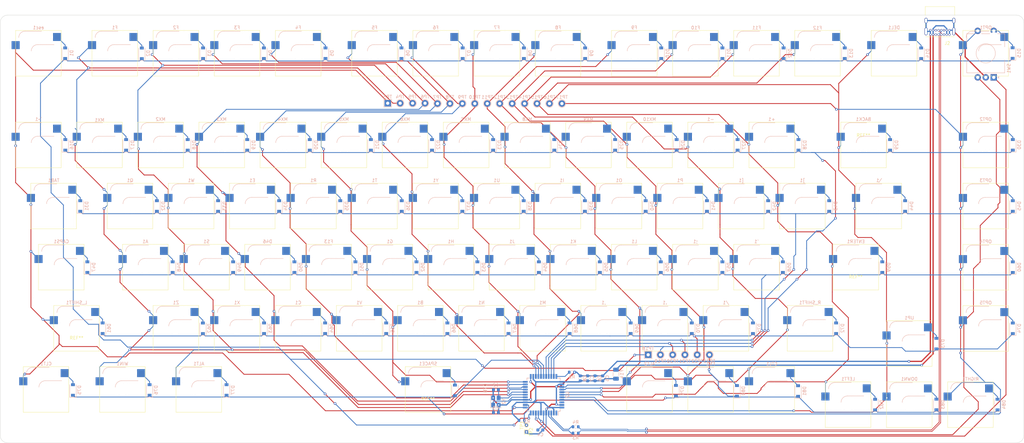
<source format=kicad_pcb>
(kicad_pcb (version 20211014) (generator pcbnew)
  (layers (0 "F.Cu" signal) (31 "B.Cu" signal) (34 "B.Paste" user) (35 "F.Paste" user) (36 "B.SilkS" user "B.Silkscreen") (37 "F.SilkS" user "F.Silkscreen") (38 "B.Mask" user) (39 "F.Mask" user) (44 "Edge.Cuts" user))
  (net 0 "")
  (net 1 "COL12")
  (net 2 "Net-('1-Pad2)")
  (net 3 "Net-(+1-Pad2)")
  (net 4 "COL13")
  (net 5 "Net-(,1-Pad2)")
  (net 6 "Net-(-1-Pad2)")
  (net 7 "COL9")
  (net 8 "Net-(.1-Pad2)")
  (net 9 "COL10")
  (net 10 "Net-(/1-Pad2)")
  (net 11 "Net-(;1-Pad2)")
  (net 12 "COL11")
  (net 13 "Net-(A1-Pad2)")
  (net 14 "COL2")
  (net 15 "Net-(ALT1-Pad2)")
  (net 16 "Net-(ALT2-Pad2)")
  (net 17 "COL3")
  (net 18 "Net-(B1-Pad2)")
  (net 19 "COL6")
  (net 20 "Net-(BACK1-Pad2)")
  (net 21 "COL14")
  (net 22 "Net-(C1-Pad2)")
  (net 23 "COL4")
  (net 24 "Net-(CAPS1-Pad2)")
  (net 25 "Net-(CLT1-Pad2)")
  (net 26 "Net-(CTL1-Pad2)")
  (net 27 "COL1")
  (net 28 "ROW1")
  (net 29 "Net-(D1-Pad2)")
  (net 30 "Net-(D2-Pad2)")
  (net 31 "Net-(D3-Pad2)")
  (net 32 "Net-(D4-Pad2)")
  (net 33 "Net-(D5-Pad2)")
  (net 34 "Net-(D6-Pad2)")
  (net 35 "Net-(D7-Pad2)")
  (net 36 "Net-(D8-Pad2)")
  (net 37 "Net-(D9-Pad2)")
  (net 38 "Net-(D10-Pad2)")
  (net 39 "Net-(D11-Pad2)")
  (net 40 "Net-(D12-Pad2)")
  (net 41 "Net-(D13-Pad2)")
  (net 42 "Net-(D14-Pad2)")
  (net 43 "ROW2")
  (net 44 "Net-(D18-Pad2)")
  (net 45 "Net-(D19-Pad2)")
  (net 46 "Net-(D20-Pad2)")
  (net 47 "Net-(D21-Pad2)")
  (net 48 "Net-(D22-Pad2)")
  (net 49 "Net-(D23-Pad2)")
  (net 50 "Net-(D24-Pad2)")
  (net 51 "Net-(D25-Pad2)")
  (net 52 "Net-(D26-Pad2)")
  (net 53 "Net-(D30-Pad2)")
  (net 54 "ROW3")
  (net 55 "Net-(D33-Pad2)")
  (net 56 "Net-(D34-Pad2)")
  (net 57 "Net-(D35-Pad2)")
  (net 58 "Net-(D36-Pad2)")
  (net 59 "Net-(D37-Pad2)")
  (net 60 "Net-(D38-Pad2)")
  (net 61 "Net-(D39-Pad2)")
  (net 62 "Net-(D40-Pad2)")
  (net 63 "Net-(D41-Pad2)")
  (net 64 "Net-(D42-Pad2)")
  (net 65 "Net-(D43-Pad2)")
  (net 66 "Net-(D44-Pad2)")
  (net 67 "Net-(D46-Pad2)")
  (net 68 "Net-(D45-Pad2)")
  (net 69 "ROW4")
  (net 70 "Net-(D49-Pad2)")
  (net 71 "Net-(D51-Pad2)")
  (net 72 "Net-(D52-Pad2)")
  (net 73 "Net-(D53-Pad2)")
  (net 74 "Net-(D54-Pad2)")
  (net 75 "Net-(D55-Pad2)")
  (net 76 "Net-(D56-Pad2)")
  (net 77 "Net-(D59-Pad2)")
  (net 78 "Net-(D60-Pad2)")
  (net 79 "ROW5")
  (net 80 "Net-(D61-Pad2)")
  (net 81 "Net-(D62-Pad2)")
  (net 82 "Net-(D63-Pad2)")
  (net 83 "Net-(D65-Pad2)")
  (net 84 "Net-(D67-Pad2)")
  (net 85 "Net-(D68-Pad2)")
  (net 86 "Net-(D72-Pad2)")
  (net 87 "Net-(D73-Pad2)")
  (net 88 "Net-(D74-Pad2)")
  (net 89 "ROW6")
  (net 90 "Net-(D76-Pad2)")
  (net 91 "Net-(D78-Pad2)")
  (net 92 "Net-(D80-Pad2)")
  (net 93 "Net-(D82-Pad2)")
  (net 94 "Net-(D83-Pad2)")
  (net 95 "Net-(D84-Pad2)")
  (net 96 "COL5")
  (net 97 "COL7")
  (net 98 "COL8")
  (net 99 "Net-(D16-Pad2)")
  (net 100 "Net-(D17-Pad2)")
  (net 101 "Net-(D31-Pad2)")
  (net 102 "Net-(D32-Pad2)")
  (net 103 "COL15")
  (net 105 "+5V")
  (net 106 "Net-(R4-Pad2)")
  (net 107 "Net-(R3-Pad1)")
  (net 108 "GND")
  (net 109 "Net-(C4-Pad1)")
  (net 111 "Net-(R2-Pad2)")
  (net 112 "Net-(C3-Pad2)")
  (net 113 "Net-(C2-Pad1)")
  (net 114 "Net-(R5-Pad1)")
  (net 116 "D+")
  (net 117 "D-")
  (net 118 "/ROT1")
  (net 119 "ROT_A")
  (net 120 "ROT_B")
  (net 121 "VCC")
  (footprint "Switch_Keyboard_Kailh:SW_Hotswap_Kailh_1.00u" (layer "F.Cu") (at 128.18125 107.99375)
    (fp_text reference "R1")
    (fp_text value "MX-NoLED")
  )
  (footprint "Switch_Keyboard_Kailh:SW_Hotswap_Kailh_1.00u" (layer "F.Cu") (at 171.04375 127.04375)
    (fp_text reference "H1")
    (fp_text value "MX-NoLED")
  )
  (footprint "Switch_Keyboard_Kailh:SW_Hotswap_Kailh_1.00u" (layer "F.Cu") (at 256.76875 146.09375)
    (fp_text reference "/1")
    (fp_text value "MX-NoLED")
  )
  (footprint "Switch_Keyboard_Kailh:SW_Hotswap_Kailh_1.00u" (layer "F.Cu") (at 261.53125 107.99375)
    (fp_text reference "[1")
    (fp_text value "MX-NoLED")
  )
  (footprint "Switch_Keyboard_Kailh:SW_Hotswap_Kailh_1.00u" (layer "F.Cu") (at 194.85625 88.94375)
    (fp_text reference "MX8")
    (fp_text value "MX-NoLED")
  )
  (footprint "Switch_Keyboard_Kailh:SW_Hotswap_Kailh_1.00u" (layer "F.Cu") (at 313.91875 150.85625)
    (fp_text reference "UP1")
    (fp_text value "MX-NoLED")
  )
  (footprint "Switch_Keyboard_Kailh:SW_Hotswap_Kailh_1.00u" (layer "F.Cu") (at 185.374106 60.36875)
    (fp_text reference "F7")
    (fp_text value "MX-NoLED")
  )
  (footprint "Switch_Keyboard_Kailh:SW_Hotswap_Kailh_1.25u" (layer "F.Cu") (at 68.65 165.14375)
    (fp_text reference "WIN1")
    (fp_text value "MX-NoLED")
  )
  (footprint "Switch_Keyboard_Kailh:SW_Hotswap_Kailh_1.00u" (layer "F.Cu") (at 156.75625 88.94375)
    (fp_text reference "MX6")
    (fp_text value "MX-NoLED")
  )
  (footprint "Switch_Keyboard_Kailh:SW_Hotswap_Kailh_1.50u" (layer "F.Cu") (at 47.21875 107.99375)
    (fp_text reference "TAB1")
    (fp_text value "MX-NoLED")
  )
  (footprint "Switch_Keyboard_Kailh:SW_Hotswap_Kailh_1.00u" (layer "F.Cu") (at 175.80625 88.94375)
    (fp_text reference "MX7")
    (fp_text value "MX-NoLED")
  )
  (footprint "Switch_Keyboard_Kailh:SW_Hotswap_Kailh_1.00u" (layer "F.Cu") (at 137.70625 88.94375)
    (fp_text reference "MX5")
    (fp_text value "MX-NoLED")
  )
  (footprint "Switch_Keyboard_Kailh:SW_Hotswap_Kailh_1.00u" (layer "F.Cu") (at 71.03125 107.99375)
    (fp_text reference "Q1")
    (fp_text value "MX-NoLED")
  )
  (footprint "Switch_Keyboard_Kailh:SW_Hotswap_Kailh_2.00u" (layer "F.Cu") (at 299.63125 88.94375)
    (fp_text reference "BACK1")
    (fp_text value "MX-NoLED")
  )
  (footprint "Switch_Keyboard_Kailh:SW_Hotswap_Kailh_1.00u" (layer "F.Cu") (at 109.13125 107.99375)
    (fp_text reference "E1")
    (fp_text value "MX-NoLED")
  )
  (footprint "Switch_Keyboard_Kailh:SW_Hotswap_Kailh_1.00u" (layer "F.Cu") (at 247.24375 127.04375)
    (fp_text reference ";1")
    (fp_text value "MX-NoLED")
  )
  (footprint "Switch_Keyboard_Kailh:SW_Hotswap_Kailh_1.00u" (layer "F.Cu") (at 218.66875 146.09375)
    (fp_text reference ",1")
    (fp_text value "MX-NoLED")
  )
  (footprint "Switch_Keyboard_Kailh:SW_Hotswap_Kailh_1.00u" (layer "F.Cu") (at 242.48125 107.99375)
    (fp_text reference "P1")
    (fp_text value "MX-NoLED")
  )
  (footprint "Switch_Keyboard_Kailh:SW_Hotswap_Kailh_1.00u" (layer "F.Cu") (at 232.95625 165.14375)
    (fp_text reference "ALT2")
    (fp_text value "MX-NoLED")
  )
  (footprint "Switch_Keyboard_Kailh:SW_Hotswap_Kailh_1.00u" (layer "F.Cu") (at 104.36875 146.09375)
    (fp_text reference "X1")
    (fp_text value "MX-NoLED")
  )
  (footprint "Switch_Keyboard_Kailh:SW_Hotswap_Kailh_2.25u" (layer "F.Cu") (at 297.25 127.04375)
    (fp_text reference "ENTER1")
    (fp_text value "MX-NoLED")
  )
  (footprint "TestPoint:TestPoint_THTPad_D1.0mm_Drill0.5mm" (layer "F.Cu") (at 194.6 176.3 90)
    (fp_text reference "TP1")
    (fp_text value "RESET")
  )
  (footprint "Switch_Keyboard_Kailh:SW_Hotswap_Kailh_1.00u" (layer "F.Cu") (at 337.73125 108.00625)
    (fp_text reference "OPT3")
    (fp_text value "MX-NoLED")
  )
  (footprint "Switch_Keyboard_Kailh:SW_Hotswap_Kailh_1.00u" (layer "F.Cu") (at 147.23125 60.36875)
    (fp_text reference "F5")
    (fp_text value "MX-NoLED")
  )
  (footprint "Switch_Keyboard_Kailh:SW_Hotswap_Kailh_1.00u" (layer "F.Cu") (at 228.205656 60.36875)
    (fp_text reference "F9")
    (fp_text value "MX-NoLED")
  )
  (footprint "Switch_Keyboard_Kailh:SW_Hotswap_Kailh_1.00u" (layer "F.Cu") (at 337.73125 88.94375)
    (fp_text reference "OPT2")
    (fp_text value "MX-NoLED")
  )
  (footprint "Switch_Keyboard_Kailh:SW_Hotswap_Kailh_1.25u" (layer "F.Cu") (at 92.4625 165.14375)
    (fp_text reference "ALT1")
    (fp_text value "MX-NoLED")
  )
  (footprint "Switch_Keyboard_Kailh:SW_Hotswap_Kailh_1.00u" (layer "F.Cu") (at 42.45625 88.94375)
    (fp_text reference "`~1")
    (fp_text value "MX-NoLED")
  )
  (footprint "Switch_Keyboard_Kailh:SW_Hotswap_Kailh_1.00u" (layer "F.Cu") (at 190.09375 127.04375)
    (fp_text reference "J1")
    (fp_text value "MX-NoLED")
  )
  (footprint "Switch_Keyboard_Kailh:SW_Hotswap_Kailh_1.00u" (layer "F.Cu") (at 223.43125 107.99375)
    (fp_text reference "O1")
    (fp_text value "MX-NoLED")
  )
  (footprint "Switch_Keyboard_Kailh:SW_Hotswap_Kailh_1.00u" (layer "F.Cu") (at 132.94375 127.04375)
    (fp_text reference "F13")
    (fp_text value "MX-NoLED")
  )
  (footprint "Switch_Keyboard_Kailh:SW_Hotswap_Kailh_1.00u" (layer "F.Cu") (at 228.19375 127.04375)
    (fp_text reference "L1")
    (fp_text value "MX-NoLED")
  )
  (footprint "Switch_Keyboard_Kailh:SW_Hotswap_Kailh_1.00u" (layer "F.Cu") (at 161.51875 146.09375)
    (fp_text reference "B1")
    (fp_text value "MX-NoLED")
  )
  (footprint "Connector_USB:USB_C_Receptacle_GCT_USB4085" (layer "F.Cu") (at 326.44375 54.5375 180)
    (fp_text reference "J2")
    (fp_text value "USB_C_Receptacle_USB2.0")
  )
  (footprint "Switch_Keyboard_Kailh:SW_Hotswap_Kailh_1.00u" (layer "F.Cu") (at 213.90625 88.94375)
    (fp_text reference "MX9")
    (fp_text value "MX-NoLED")
  )
  (footprint "Switch_Keyboard_Kailh:SW_Hotswap_Kailh_6.25u" (layer "F.Cu") (at 163.9 165.14375)
    (fp_text reference "SPACE1")
    (fp_text value "MX-NoLED")
  )
  (footprint "Switch_Keyboard_Kailh:SW_Hotswap_Kailh_1.00u" (layer "F.Cu") (at 66.26875 60.36875)
    (fp_text reference "F1")
    (fp_text value "MX-NoLED")
  )
  (footprint "Switch_Keyboard_Kailh:SW_Hotswap_Kailh_1.00u" (layer "F.Cu") (at 309.15625 60.36875)
    (fp_text reference "DEL1")
    (fp_text value "MX-NoLED")
  )
  (footprint "Switch_Keyboard_Kailh:SW_Hotswap_Kailh_1.00u" (layer "F.Cu") (at 113.89375 127.04375)
    (fp_text reference "D46")
    (fp_text value "MX-NoLED")
  )
  (footprint "Mounting_Keyboard_Stabilizer:Stabilizer_Cherry_MX_2u" (layer "F.Cu") (at 299.63125 88.94375)
    (fp_text reference "REF**")
    (fp_text value "Stabilizer_Cherry_MX_2u")
  )
  (footprint "Switch_Keyboard_Kailh:SW_Hotswap_Kailh_1.00u" (layer "F.Cu") (at 185.33125 107.99375)
    (fp_text reference "U1")
    (fp_text value "MX-NoLED")
  )
  (footprint "Switch_Keyboard_Kailh:SW_Hotswap_Kailh_1.00u" (layer "F.Cu") (at 142.46875 146.09375)
    (fp_text reference "V1")
    (fp_text value "MX-NoLED")
  )
  (footprint "Switch_Keyboard_Kailh:SW_Hotswap_Kailh_1.00u" (layer "F.Cu") (at 151.99375 127.04375)
    (fp_text reference "G1")
    (fp_text value "MX-NoLED")
  )
  (footprint "Switch_Keyboard_Kailh:SW_Hotswap_Kailh_1.00u" (layer "F.Cu") (at 85.31875 146.09375)
    (fp_text reference "Z1")
    (fp_text value "MX-NoLED")
  )
  (footprint "Switch_Keyboard_Kailh:SW_Hotswap_Kailh_1.00u" (layer "F.Cu") (at 266.29375 127.04375)
    (fp_text reference "'1")
    (fp_text value "MX-NoLED")
  )
  (footprint "Switch_Keyboard_Kailh:SW_Hotswap_Kailh_1.00u" (layer "F.Cu") (at 271.05625 165.14375)
    (fp_text reference "CTL1")
    (fp_text value "MX-NoLED")
  )
  (footprint "Switch_Keyboard_Kailh:SW_Hotswap_Kailh_1.00u" (layer "F.Cu") (at 166.28125 107.99375)
    (fp_text reference "Y1")
    (fp_text value "MX-NoLED")
  )
  (footprint "Switch_Keyboard_Kailh:SW_Hotswap_Kailh_1.00u" (layer "F.Cu") (at 90.08125 107.99375)
    (fp_text reference "W1")
    (fp_text value "MX-NoLED")
  )
  (footprint "Switch_Keyboard_Kailh:SW_Hotswap_Kailh_1.00u" (layer "F.Cu") (at 104.386309 60.36875)
    (fp_text reference "F3")
    (fp_text value "MX-NoLED")
  )
  (footprint "Switch_Keyboard_Kailh:SW_Hotswap_Kailh_1.00u" (layer "F.Cu") (at 294.85 169.8875)
    (fp_text reference "LEFT1")
    (fp_text value "MX-NoLED")
  )
  (footprint "Switch_Keyboard_Kailh:SW_Hotswap_Kailh_1.00u" (layer "F.Cu") (at 123.41875 146.09375)
    (fp_text reference "C1")
    (fp_text value "MX-NoLED")
  )
  (footprint "Switch_Keyboard_Kailh:SW_Hotswap_Kailh_1.00u" (layer "F.Cu") (at 204.445534 60.36875)
    (fp_text reference "F8")
    (fp_text value "MX-NoLED")
  )
  (footprint "Switch_Keyboard_Kailh:SW_Hotswap_Kailh_1.00u" (layer "F.Cu") (at 280.58125 107.99375)
    (fp_text reference "]1")
    (fp_text value "MX-NoLED")
  )
  (footprint "Switch_Keyboard_Kailh:SW_Hotswap_Kailh_1.00u" (layer "F.Cu") (at 209.14375 127.04375)
    (fp_text reference "K1")
    (fp_text value "MX-NoLED")
  )
  (footprint "Switch_Keyboard_Kailh:SW_Hotswap_Kailh_1.00u" (layer "F.Cu") (at 123.453868 60.36875)
    (fp_text reference "F4")
    (fp_text value "MX-NoLED")
  )
  (footprint "Switch_Keyboard_Kailh:SW_Hotswap_Kailh_1.00u" (layer "F.Cu") (at 313.91875 169.90625)
    (fp_text reference "DOWN1")
    (fp_text value "MX-NoLED")
  )
  (footprint "Switch_Keyboard_Kailh:SW_Hotswap_Kailh_1.00u" (layer "F.Cu") (at 337.73125 146.13125)
    (fp_text reference "OPT5")
    (fp_text value "MX-NoLED")
  )
  (footprint "Switch_Keyboard_Kailh:SW_Hotswap_Kailh_1.00u" (layer "F.Cu") (at 252.00625 165.14375)
    (fp_text reference "FN1")
    (fp_text value "MX-NoLED")
  )
  (footprint "Mounting_Keyboard_Stabilizer:Stabilizer_Cherry_MX_2u" (layer "F.Cu") (at 54.3625 146.09375 180)
    (fp_text reference "REF**")
    (fp_text value "Stabilizer_Cherry_MX_2u")
  )
  (footprint "Switch_Keyboard_Kailh:SW_Hotswap_Kailh_1.00u" (layer "F.Cu") (at 285.319938 60.36875)
    (fp_text reference "F12")
    (fp_text value "MX-NoLED")
  )
  (footprint "Switch_Keyboard_Kailh:SW_Hotswap_Kailh_1.75u" (layer "F.Cu") (at 282.9625 146.09375)
    (fp_text reference "R_SHIFT1")
    (fp_text value "MX-NoLED")
  )
  (footprint "Mounting_Keyboard_Stabilizer:Stabilizer_Cherry_MX_2u" (layer "F.Cu") (at 297.25 127.04375 180)
    (fp_text reference "REF**")
    (fp_text value "Stabilizer_Cherry_MX_2u")
  )
  (footprint "Switch_Keyboard_Kailh:SW_Hotswap_Kailh_1.00u" (layer "F.Cu") (at 42.45625 60.36875)
    (fp_text reference "esc1")
    (fp_text value "MX-NoLED")
  )
  (footprint "Switch_Keyboard_Kailh:SW_Hotswap_Kailh_1.50u" (layer "F.Cu") (at 304.39375 107.99375)
    (fp_text reference "\\1")
    (fp_text value "MX-NoLED")
  )
  (footprint "Switch_Keyboard_Kailh:SW_Hotswap_Kailh_1.00u" (layer "F.Cu") (at 337.73125 127.06875)
    (fp_text reference "OPT4")
    (fp_text value "MX-NoLED")
  )
  (footprint "Switch_Keyboard_Kailh:SW_Hotswap_Kailh_1.00u" (layer "F.Cu") (at 266.281844 60.36875)
    (fp_text reference "F11")
    (fp_text value "MX-NoLED")
  )
  (footprint "Switch_Keyboard_Kailh:SW_Hotswap_Kailh_1.00u" (layer "F.Cu") (at 75.79375 127.04375)
    (fp_text reference "A1")
    (fp_text value "MX-NoLED")
  )
  (footprint "Switch_Keyboard_Kailh:SW_Hotswap_Kailh_1.00u" (layer "F.Cu") (at 99.60625 88.94375)
    (fp_text reference "MX3")
    (fp_text value "MX-NoLED")
  )
  (footprint "Switch_Keyboard_Kailh:SW_Hotswap_Kailh_1.00u" (layer "F.Cu") (at 118.65625 88.94375)
    (fp_text reference "MX4")
    (fp_text value "MX-NoLED")
  )
  (footprint "Switch_Keyboard_Kailh:SW_Hotswap_Kailh_1.00u" (layer "F.Cu") (at 80.55625 88.94375)
    (fp_text reference "MX2")
    (fp_text value "MX-NoLED")
  )
  (footprint "Switch_Keyboard_Kailh:SW_Hotswap_Kailh_1.00u" (layer "F.Cu") (at 204.38125 107.99375)
    (fp_text reference "I1")
    (fp_text value "MX-NoLED")
  )
  (footprint "Switch_Keyboard_Kailh:SW_Hotswap_Kailh_1.00u" (layer "F.Cu") (at 61.50625 88.94375)
    (fp_text reference "MX1")
    (fp_text value "MX-NoLED")
  )
  (footprint "Switch_Keyboard_Kailh:SW_Hotswap_Kailh_1.00u" (layer "F.Cu") (at 237.71875 146.09375)
    (fp_text reference ".1")
    (fp_text value "MX-NoLED")
  )
  (footprint "Switch_Keyboard_Kailh:SW_Hotswap_Kailh_1.00u" (layer "F.Cu") (at 166.302678 60.36875)
    (fp_text reference "F6")
    (fp_text value "MX-NoLED")
  )
  (footprint "Switch_Keyboard_Kailh:SW_Hotswap_Kailh_1.75u" (layer "F.Cu") (at 49.6 127.04375)
    (fp_text reference "CAPS1")
    (fp_text value "MX-NoLED")
  )
  (footprint "Switch_Keyboard_Kailh:SW_Hotswap_Kailh_1.00u" (layer "F.Cu") (at 332.96875 169.90625)
    (fp_text reference "RIGHT1")
    (fp_text value "MX-NoLED")
  )
  (footprint "Switch_Keyboard_Kailh:SW_Hotswap_Kailh_2.25u" (layer "F.Cu") (at 54.3625 146.09375)
    (fp_text reference "L_SHIFT1")
    (fp_text value "MX-NoLED")
  )
  (footprint "Switch_Keyboard_Kailh:SW_Hotswap_Kailh_1.00u" (layer "F.Cu") (at 247.24375 60.36875)
    (fp_text reference "F10")
    (fp_text value "MX-NoLED")
  )
  (footprint "Switch_Keyboard_Kailh:SW_Hotswap_Kailh_1.00u" (layer "F.Cu") (at 199.61875 146.09375)
    (fp_text reference "M1")
    (fp_text value "MX-NoLED")
  )
  (footprint "Switch_Keyboard_Kailh:SW_Hotswap_Kailh_1.00u" (layer "F.Cu") (at 271.05625 88.94375)
    (fp_text reference "+1")
    (fp_text value "MX-NoLED")
  )
  (footprint "TestPoint:TestPoint_THTPad_1.0x1.0mm_Drill0.5mm" (layer "F.Cu") (at 194.6 178.4 -90)
    (fp_text reference "TP2")
    (fp_text value "GND")
  )
  (footprint "Switch_Keyboard_Kailh:SW_Hotswap_Kailh_1.00u" (layer "F.Cu") (at 85.31875 60.36875)
    (fp_text reference "F2")
    (fp_text value "MX-NoLED")
  )
  (footprint "Switch_Keyboard_Kailh:SW_Hotswap_Kailh_1.00u" (layer "F.Cu") (at 180.56875 146.09375)
    (fp_text reference "N1")
    (fp_text value "MX-NoLED")
  )
  (footprint "Switch_Keyboard_Kailh:SW_Hotswap_Kailh_1.00u" (layer "F.Cu") (at 232.95625 88.94375)
    (fp_text reference "MX10")
    (fp_text value "MX-NoLED")
  )
  (footprint "Switch_Keyboard_Kailh:SW_Hotswap_Kailh_1.00u" (layer "F.Cu") (at 252.00625 88.94375)
    (fp_text reference "-1")
    (fp_text value "MX-NoLED")
  )
  (footprint "Switch_Keyboard_Kailh:SW_Hotswap_Kailh_1.25u" (layer "F.Cu") (at 44.8375 165.14375)
    (fp_text reference "CLT1")
    (fp_text value "MX-NoLED")
  )
  (footprint "Switch_Keyboard_Kailh:SW_Hotswap_Kailh_1.00u" (layer "F.Cu") (at 94.84375 127.04375)
    (fp_text reference "S1")
    (fp_text value "MX-NoLED")
  )
  (footprint "Switch_Keyboard_Kailh:SW_Hotswap_Kailh_1.00u" (layer "F.Cu") (at 147.23125 107.99375)
    (fp_text reference "T1")
    (fp_text value "MX-NoLED")
  )
  (footprint "Switch_Keyboard_Kailh:SW_Hotswap_Kailh_1.00u" (layer "F.Cu") (at 337.73125 60.36875)
    (fp_text reference "OPT1")
    (fp_text value "MX-NoLED")
  )
  (footprint "Mounting_Keyboard_Stabilizer:Stabilizer_Cherry_MX_6.25u" (layer "F.Cu") (at 163.9 165.14375 180)
    (fp_text reference "REF**")
    (fp_text value "Stabilizer_Cherry_MX_6.25u")
  )
  (footprint "Diode_SMD:D_SOD-123" (layer "B.Cu") (at 255.672322 60.34625 90)
    (fp_text reference "D11")
    (fp_text value "D_Small")
  )
  (footprint "Diode_SMD:D_SOD-123" (layer "B.Cu") (at 212.88125 60.34625 90)
    (fp_text reference "D9")
    (fp_text value "D_Small")
  )
  (footprint "Diode_SMD:D_SOD-123" (layer "B.Cu") (at 103.16875 127.02125 90)
    (fp_text reference "D49")
    (fp_text value "D_Small")
  )
  (footprint "Diode_SMD:D_SOD-123" (layer "B.Cu") (at 172.3 165.44375 90)
    (fp_text reference "D78")
    (fp_text value "D_Small")
  )
  (footprint "Diode_SMD:D_SOD-123" (layer "B.Cu") (at 203.28125 88.92125 90)
    (fp_text reference "D24")
    (fp_text value "D_Small")
  )
  (footprint "TestPoint:TestPoint_THTPad_D2.0mm_Drill1.0mm" (layer "B.Cu") (at 190.13125 76.04375 180)
    (fp_text reference "TP13")
    (fp_text value "CO11")
  )
  (footprint "Diode_SMD:D_SOD-123" (layer "B.Cu") (at 107.55625 88.92125 90)
    (fp_text reference "D19")
    (fp_text value "D_Small")
  )
  (footprint "Diode_SMD:D_SOD-123" (layer "B.Cu") (at 303.26875 169.865 90)
    (fp_text reference "D82")
    (fp_text value "D_Small")
  )
  (footprint "Diode_SMD:D_SOD-123" (layer "B.Cu") (at 62.4875 146.07125 90)
    (fp_text reference "D61")
    (fp_text value "D_Small")
  )
  (footprint "Diode_SMD:D_SOD-123" (layer "B.Cu") (at 117.50625 107.97125 90)
    (fp_text reference "D34")
    (fp_text value "D_Small")
  )
  (footprint "Diode_SMD:D_SOD-123" (layer "B.Cu") (at 288.95625 107.97125 90)
    (fp_text reference "D43")
    (fp_text value "D_Small")
  )
  (footprint "TestPoint:TestPoint_THTPad_D2.0mm_Drill1.0mm" (layer "B.Cu") (at 155.224111 75.94375 180)
    (fp_text reference "TP4")
    (fp_text value "CO2")
  )
  (footprint "Diode_SMD:D_SOD-123" (layer "B.Cu") (at 179.29375 127.02125 90)
    (fp_text reference "D53")
    (fp_text value "D_Small")
  )
  (footprint "Diode_SMD:D_SOD-123" (layer "B.Cu") (at 255.66875 127.02125 90)
    (fp_text reference "D57")
    (fp_text value "D_Small")
  )
  (footprint "Diode_SMD:D_SOD-123" (layer "B.Cu") (at 317.625 60.3625 90)
    (fp_text reference "D14")
    (fp_text value "D_Small")
  )
  (footprint "Diode_SMD:D_SOD-123" (layer "B.Cu") (at 93.803869 60.34625 90)
    (fp_text reference "D3")
    (fp_text value "D_Small")
  )
  (footprint "Diode_SMD:D_SOD-123" (layer "B.Cu") (at 74.70625 60.3875 90)
    (fp_text reference "D2")
    (fp_text value "D_Small")
  )
  (footprint "Diode_SMD:D_SOD-123" (layer "B.Cu") (at 160.31875 127.02125 90)
    (fp_text reference "D52")
    (fp_text value "D_Small")
  )
  (footprint "Diode_SMD:D_SOD-123" (layer "B.Cu") (at 53.2375 165.31875 90)
    (fp_text reference "D75")
    (fp_text value "D_Small")
  )
  (footprint "Diode_SMD:D_SOD-123" (layer "B.Cu") (at 198.46875 127.02125 90)
    (fp_text reference "D54")
    (fp_text value "D_Small")
  )
  (footprint "Diode_SMD:D_SOD-123" (layer "B.Cu") (at 236.46875 127.02125 90)
    (fp_text reference "D56")
    (fp_text value "D_Small")
  )
  (footprint "Diode_SMD:D_SOD-123" (layer "B.Cu") (at 241.18125 165.54375 90)
    (fp_text reference "D79")
    (fp_text value "D_Small")
  )
  (footprint "Diode_SMD:D_SOD-123" (layer "B.Cu") (at 260.20625 165.59375 90)
    (fp_text reference "D80")
    (fp_text value "D_Small")
  )
  (footprint "Diode_SMD:D_SOD-123" (layer "B.Cu") (at 136.55625 107.97125 90)
    (fp_text reference "D35")
    (fp_text value "D_Small")
  )
  (footprint "Diode_SMD:D_SOD-123" (layer "B.Cu") (at 50.85625 88.92125 90)
    (fp_text reference "D16")
    (fp_text value "D_Small")
  )
  (footprint "Diode_SMD:D_SOD-123" (layer "B.Cu") (at 84.31875 127.02125 90)
    (fp_text reference "D48")
    (fp_text value "D_Small")
  )
  (footprint "TestPoint:TestPoint_THTPad_2.0x2.0mm_Drill1.0mm" (layer "B.Cu") (at 151.34554 75.94375 180)
    (fp_text reference "TP3")
    (fp_text value "CO1")
  )
  (footprint "Diode_SMD:D_SOD-123" (layer "B.Cu") (at 346.19375 88.90625 90)
    (fp_text reference "D30")
    (fp_text value "D_Small")
  )
  (footprint "TestPoint:TestPoint_THTPad_D2.0mm_Drill1.0mm" (layer "B.Cu") (at 174.616966 76.04375 180)
    (fp_text reference "TP9")
    (fp_text value "CO7")
  )
  (footprint "TestPoint:TestPoint_THTPad_D2.0mm_Drill1.0mm" (layer "B.Cu") (at 166.859824 76.04375 180)
    (fp_text reference "TP7")
    (fp_text value "CO5")
  )
  (footprint "Diode_SMD:D_SOD-123" (layer "B.Cu") (at 322.36875 169.83125 90)
    (fp_text reference "D83")
    (fp_text value "D_Small")
  )
  (footprint "Diode_SMD:D_SOD-123" (layer "B.Cu") (at 293.805656 60.34625 90)
    (fp_text reference "D13")
    (fp_text value "D_Small")
  )
  (footprint "Diode_SMD:D_SOD-123" (layer "B.Cu") (at 250.85625 107.97125 90)
    (fp_text reference "D41")
    (fp_text value "D_Small")
  )
  (footprint "Resistor_SMD:R_0603_1608Metric" (layer "B.Cu") (at 193.1 174.7875)
    (fp_text reference "R2")
    (fp_text value "10k")
  )
  (footprint "Diode_SMD:D_SOD-123" (layer "B.Cu") (at 146.10625 88.92125 90)
    (fp_text reference "D21")
    (fp_text value "D_Small")
  )
  (footprint "Diode_SMD:D_SOD-123" (layer "B.Cu") (at 265.19375 146.07125 90)
    (fp_text reference "D71")
    (fp_text value "D_Small")
  )
  (footprint "Resistor_SMD:R_0603_1608Metric" (layer "B.Cu") (at 209.925 176.7875 180)
    (fp_text reference "R4")
    (fp_text value "22")
  )
  (footprint "Diode_SMD:D_SOD-123" (layer "B.Cu") (at 79.40625 107.97125 90)
    (fp_text reference "D32")
    (fp_text value "D_Small")
  )
  (footprint "Diode_SMD:D_SOD-123" (layer "B.Cu") (at 231.75625 107.97125 90)
    (fp_text reference "D40")
    (fp_text value "D_Small")
  )
  (footprint "Diode_SMD:D_SOD-123" (layer "B.Cu") (at 141.29375 127.02125 90)
    (fp_text reference "D51")
    (fp_text value "D_Small")
  )
  (footprint "TestPoint:TestPoint_THTPad_D2.0mm_Drill1.0mm" (layer "B.Cu") (at 194.009821 76.04375 180)
    (fp_text reference "TP14")
    (fp_text value "CO12")
  )
  (footprint "Diode_SMD:D_SOD-123" (layer "B.Cu") (at 57.725 127.02125 90)
    (fp_text reference "D47")
    (fp_text value "D_Small")
  )
  (footprint "Resistor_SMD:R_0603_1608Metric" (layer "B.Cu") (at 208.75 159.7875)
    (fp_text reference "R5")
    (fp_text value "10k")
  )
  (footprint "Diode_SMD:D_SOD-123" (layer "B.Cu") (at 260.40625 88.92125 90)
    (fp_text reference "D27")
    (fp_text value "D_Small")
  )
  (footprint "Diode_SMD:D_SOD-123" (layer "B.Cu") (at 307.93125 88.92125 90)
    (fp_text reference "D29")
    (fp_text value "D_Small")
  )
  (footprint "Capacitor_SMD:C_0603_1608Metric" (layer "B.Cu") (at 215.95875 161.6875 90)
    (fp_text reference "C6")
    (fp_text value "0.1uF")
  )
  (footprint "Diode_SMD:D_SOD-123" (layer "B.Cu") (at 174.714582 60.34625 90)
    (fp_text reference "D7")
    (fp_text value "D_Small")
  )
  (footprint "Capacitor_SMD:C_0603_1608Metric" (layer "B.Cu") (at 185.075 172.36875 180)
    (fp_text reference "C3")
    (fp_text value "22pF")
  )
  (footprint "Diode_SMD:D_SOD-123" (layer "B.Cu") (at 341.41875 169.865 90)
    (fp_text reference "D84")
    (fp_text value "D_Small")
  )
  (footprint "Fuse:Fuse_1206_3216Metric" (layer "B.Cu") (at 222.5 160.4 90)
    (fp_text reference "F14")
    (fp_text value "500mA")
  )
  (footprint "TestPoint:TestPoint_THTPad_D2.0mm_Drill1.0mm" (layer "B.Cu") (at 159.102682 75.94375 180)
    (fp_text reference "TP5")
    (fp_text value "CO3")
  )
  (footprint "Diode_SMD:D_SOD-123" (layer "B.Cu") (at 279.25625 165.64375 90)
    (fp_text reference "D81")
    (fp_text value "D_Small")
  )
  (footprint "Diode_SMD:D_SOD-123" (layer "B.Cu") (at 50.81625 60.34625 90)
    (fp_text reference "D1")
    (fp_text value "D_Small")
  )
  (footprint "Diode_SMD:D_SOD-123" (layer "B.Cu") (at 246.13263 146.07125 90)
    (fp_text reference "D70")
    (fp_text value "D_Small")
  )
  (footprint "Capacitor_SMD:C_0603_1608Metric" (layer "B.Cu") (at 218.36875 161.6875 90)
    (fp_text reference "C5")
    (fp_text value "0.1uF")
  )
  (footprint "Diode_SMD:D_SOD-123" (layer "B.Cu") (at 274.738988 60.34625 90)
    (fp_text reference "D12")
    (fp_text value "D_Small")
  )
  (footprint "Diode_SMD:D_SOD-123" (layer "B.Cu") (at 346.19375 107.96875 90)
    (fp_text reference "D45")
    (fp_text value "D_Small")
  )
  (footprint "Diode_SMD:D_SOD-123" (layer "B.Cu") (at 155.73125 107.97125 90)
    (fp_text reference "D36")
    (fp_text value "D_Small")
  )
  (footprint "Diode_SMD:D_SOD-123" (layer "B.Cu") (at 208.03541 146.07125 90)
    (fp_text reference "D68")
    (fp_text value "D_Small")
  )
  (footprint "TestPoint:TestPoint_THTPad_D2.0mm_Drill1.0mm" (layer "B.Cu") (at 182.374108 76.04375 180)
    (fp_text reference "TP11")
    (fp_text value "CO9")
  )
  (footprint "TestPoint:TestPoint_THTPad_D2.0mm_Drill1.0mm" (layer "B.Cu") (at 178.495537 76.04375 180)
    (fp_text reference "TP10")
    (fp_text value "CO8")
  )
  (footprint "Diode_SMD:D_SOD-123" (layer "B.Cu") (at 322.36875 150.865 90)
    (fp_text reference "D73")
    (fp_text value "D_Small")
  )
  (footprint "Diode_SMD:D_SOD-123" (layer "B.Cu") (at 155.63125 60.34625 90)
    (fp_text reference "D6")
    (fp_text value "D_Small")
  )
  (footprint "Diode_SMD:D_SOD-123" (layer "B.Cu") (at 131.953869 60.34625 90)
    (fp_text reference "D5")
    (fp_text value "D_Small")
  )
  (footprint "Rotary_Encoder:RotaryEncoder_Alps_EC11E-Switch_Vertical_H20mm" (layer "B.Cu") (at 340.25 67.8875 90)
    (fp_text reference "SW1")
    (fp_text value "RotaryEncoder_Switch")
  )
  (footprint "Diode_SMD:D_SOD-123" (layer "B.Cu") (at 346.13125 60.29375 90)
    (fp_text reference "D15")
    (fp_text value "D_Small")
  )
  (footprint "Diode_SMD:D_SOD-123" (layer "B.Cu") (at 346.19375 127.03125 90)
    (fp_text reference "D60")
    (fp_text value "D_Small")
  )
  (footprint "Diode_SMD:D_SOD-123" (layer "B.Cu") (at 269.93125 107.97125 90)
    (fp_text reference "D42")
    (fp_text value "D_Small")
  )
  (footprint "Diode_SMD:D_SOD-123" (layer "B.Cu") (at 150.87708 146.07125 90)
    (fp_text reference "D65")
    (fp_text value "D_Small")
  )
  (footprint "Diode_SMD:D_SOD-123" (layer "B.Cu") (at 122.26875 127.02125 90)
    (fp_text reference "D50")
    (fp_text value "D_Small")
  )
  (footprint "Resistor_SMD:R_0603_1608Metric" (layer "B.Cu") (at 209.925 178.7875)
    (fp_text reference "R3")
    (fp_text value "22")
  )
  (footprint "TestPoint:TestPoint_THTPad_D2.0mm_Drill1.0mm" (layer "B.Cu") (at 197.888392 76.04375 180)
    (fp_text reference "TP15")
    (fp_text value "CO13")
  )
  (footprint "TestPoint:TestPoint_THTPad_D2.0mm_Drill1.0mm" (layer "B.Cu") (at 240.17125 154.34375)
    (fp_text reference "TP20")
    (fp_text value "RO3")
  )
  (footprint "Capacitor_SMD:C_0603_1608Metric" (layer "B.Cu") (at 213.61875 161.6875 90)
    (fp_text reference "C7")
    (fp_text value "0.1uF")
  )
  (footprint "TestPoint:TestPoint_THTPad_D2.0mm_Drill1.0mm" (layer "B.Cu") (at 201.766963 76.04375 180)
    (fp_text reference "TP16")
    (fp_text value "CO14")
  )
  (footprint "Capacitor_SMD:C_0603_1608Metric" (layer "B.Cu") (at 185.075 165.225 180)
    (fp_text reference "C2")
    (fp_text value "22pF")
  )
  (footprint "Diode_SMD:D_SOD-123" (layer "B.Cu") (at 291.1125 146.07125 90)
    (fp_text reference "D72")
    (fp_text value "D_Small")
  )
  (footprint "Diode_SMD:D_SOD-123" (layer "B.Cu") (at 55.51875 107.97125 90)
    (fp_text reference "D31")
    (fp_text value "D_Small")
  )
  (footprint "Diode_SMD:D_SOD-123" (layer "B.Cu") (at 112.753869 60.34625 90)
    (fp_text reference "D4")
    (fp_text value "D_Small")
  )
  (footprint "Diode_SMD:D_SOD-123" (layer "B.Cu") (at 217.46875 127.02125 90)
    (fp_text reference "D55")
    (fp_text value "D_Small")
  )
  (footprint "Diode_SMD:D_SOD-123" (layer "B.Cu") (at 241.40625 88.92125 90)
    (fp_text reference "D26")
    (fp_text value "D_Small")
  )
  (footprint "Diode_SMD:D_SOD-123" (layer "B.Cu") (at 188.9993 146.07125 90)
    (fp_text reference "D67")
    (fp_text value "D_Small")
  )
  (footprint "Capacitor_SMD:C_0603_1608Metric" (layer "B.Cu") (at 198.925 177.7875)
    (fp_text reference "C4")
    (fp_text value "0.1uF")
  )
  (footprint "TestPoint:TestPoint_THTPad_D2.0mm_Drill1.0mm" (layer "B.Cu") (at 251.63125 154.34375)
    (fp_text reference "TP23")
    (fp_text value "RO6")
  )
  (footprint "Diode_SMD:D_SOD-123" (layer "B.Cu") (at 312.61875 107.97125 90)
    (fp_text reference "D44")
    (fp_text value "D_Small")
  )
  (footprint "Diode_SMD:D_SOD-123" (layer "B.Cu") (at 193.73125 107.97125 90)
    (fp_text reference "D38")
    (fp_text value "D_Small")
  )
  (footprint "Diode_SMD:D_SOD-123" (layer "B.Cu") (at 165.15625 88.92125 90)
    (fp_text reference "D22")
    (fp_text value "D_Small")
  )
  (footprint "TestPoint:TestPoint_THTPad_D2.0mm_Drill1.0mm" (layer "B.Cu") (at 247.81125 154.34375)
    (fp_text reference "TP22")
    (fp_text value "RO5")
  )
  (footprint "Diode_SMD:D_SOD-123" (layer "B.Cu") (at 93.74375 146.09375 90)
    (fp_text reference "D62")
    (fp_text value "D_Small")
  )
  (footprint "Diode_SMD:D_SOD-123" (layer "B.Cu") (at 279.38125 88.92125 90)
    (fp_text reference "D28")
    (fp_text value "D_Small")
  )
  (footprint "TestPoint:TestPoint_THTPad_D2.0mm_Drill1.0mm" (layer "B.Cu") (at 236.35125 154.34375)
    (fp_text reference "TP19")
    (fp_text value "RO2")
  )
  (footprint "Diode_SMD:D_SOD-123" (layer "B.Cu") (at 274.51875 127.02125 90)
    (fp_text reference "D58")
    (fp_text value "D_Small")
  )
  (footprint "Diode_SMD:D_SOD-123" (layer "B.Cu") (at 222.23125 88.92125 90)
    (fp_text reference "D25")
    (fp_text value "D_Small")
  )
  (footprint "Diode_SMD:D_SOD-123" (layer "B.Cu") (at 101.1125 165.31875 90)
    (fp_text reference "D77")
    (fp_text value "D_Small")
  )
  (footprint "Diode_SMD:D_SOD-123" (layer "B.Cu") (at 212.80625 107.97125 90)
    (fp_text reference "D39")
    (fp_text value "D_Small")
  )
  (footprint "TestPoint:TestPoint_THTPad_D2.0mm_Drill1.0mm" (layer "B.Cu") (at 162.981253 75.94375 180)
    (fp_text reference "TP6")
    (fp_text value "CO4")
  )
  (footprint "Crystal:Crystal_SMD_3225-4Pin_3.2x2.5mm" (layer "B.Cu") (at 185.075 168.8875 90)
    (fp_text reference "Y2")
    (fp_text value "Crystal_GND24_Small")
  )
  (footprint "Diode_SMD:D_SOD-123" (layer "B.Cu") (at 131.84097 146.07125 90)
    (fp_text reference "D64")
    (fp_text value "D_Small")
  )
  (footprint "Diode_SMD:D_SOD-123" (layer "B.Cu") (at 112.80486 146.07125 90)
    (fp_text reference "D63")
    (fp_text value "D_Small")
  )
  (footprint "Diode_SMD:D_SOD-123" (layer "B.Cu") (at 184.20625 88.92125 90)
    (fp_text reference "D23")
    (fp_text value "D_Small")
  )
  (footprint "Diode_SMD:D_SOD-123" (layer "B.Cu") (at 227.07152 146.07125 90)
    (fp_text reference "D69")
    (fp_text value "D_Small")
  )
  (footprint "Diode_SMD:D_SOD-123" (layer "B.Cu") (at 77.125 165.31875 90)
    (fp_text reference "D76")
    (fp_text value "D_Small")
  )
  (footprint "Package_QFP:TQFP-44_10x10mm_P0.8mm" (layer "B.Cu") (at 199.925 166.7875 90)
    (fp_text reference "U2")
    (fp_text value "ATmega32U4-A")
  )
  (footprint "Diode_SMD:D_SOD-123" (layer "B.Cu") (at 127.05625 88.92125 90)
    (fp_text reference "D20")
    (fp_text value "D_Small")
  )
  (footprint "Diode_SMD:D_SOD-123" (layer "B.Cu") (at 98.48125 107.97125 90)
    (fp_text reference "D33")
    (fp_text value "D_Small")
  )
  (footprint "TestPoint:TestPoint_THTPad_D2.0mm_Drill1.0mm" (layer "B.Cu") (at 186.252679 76.04375 180)
    (fp_text reference "TP12")
    (fp_text value "CO10")
  )
  (footprint "Diode_SMD:D_SOD-123" (layer "B.Cu") (at 305.5 127.02125 90)
    (fp_text reference "D59")
    (fp_text value "D_Small")
  )
  (footprint "TestPoint:TestPoint_THTPad_2.0x2.0mm_Drill1.0mm" (layer "B.Cu") (at 232.53125 154.34375 180)
    (fp_text reference "TP18")
    (fp_text value "RO1")
  )
  (footprint "Diode_SMD:D_SOD-123" (layer "B.Cu") (at 193.797914 60.34625 90)
    (fp_text reference "D8")
    (fp_text value "D_Small")
  )
  (footprint "Capacitor_SMD:C_0603_1608Metric" (layer "B.Cu") (at 211.36875 161.6875 90)
    (fp_text reference "C8")
    (fp_text value "100uF")
  )
  (footprint "Diode_SMD:D_SOD-123" (layer "B.Cu") (at 89.00625 88.92125 90)
    (fp_text reference "D18")
    (fp_text value "D_Small")
  )
  (footprint "Diode_SMD:D_SOD-123" (layer "B.Cu") (at 169.93819 146.07125 90)
    (fp_text reference "D66")
    (fp_text value "D_Small")
  )
  (footprint "Diode_SMD:D_SOD-123" (layer "B.Cu") (at 236.605656 60.34625 90)
    (fp_text reference "D10")
    (fp_text value "D_Small")
  )
  (footprint "Diode_SMD:D_SOD-123" (layer "B.Cu") (at 69.80625 88.92125 90)
    (fp_text reference "D17")
    (fp_text value "D_Small")
  )
  (footprint "TestPoint:TestPoint_THTPad_D2.0mm_Drill1.0mm" (layer "B.Cu") (at 243.99125 154.34375)
    (fp_text reference "TP21")
    (fp_text value "RO4")
  )
  (footprint "Diode_SMD:D_SOD-123" (layer "B.Cu") (at 346.19375 146.09375 90)
    (fp_text reference "D74")
    (fp_text value "D_Small")
  )
  (footprint "TestPoint:TestPoint_THTPad_D2.0mm_Drill1.0mm" (layer "B.Cu") (at 205.64554 76.04375 180)
    (fp_text reference "TP17")
    (fp_text value "CO15")
  )
  (footprint "Diode_SMD:D_SOD-123" (layer "B.Cu") (at 174.60625 107.97125 90)
    (fp_text reference "D37")
    (fp_text value "D_Small")
  )
  (footprint "TestPoint:TestPoint_THTPad_D2.0mm_Drill1.0mm" (layer "B.Cu") (at 170.738395 76.04375 180)
    (fp_text reference "TP8")
    (fp_text value "CO6")
  )
  (gr_arc (start 32.93125 181.8125) (mid 31.247452 181.115048) (end 30.55 179.43125) (layer "Edge.Cuts") (width 0.1))
  (gr_arc (start 30.55 50.84375) (mid 31.247452 49.159952) (end 32.93125 48.4625) (layer "Edge.Cuts") (width 0.1))
  (gr_arc (start 347.25625 48.4625) (mid 348.940048 49.159952) (end 349.6375 50.84375) (layer "Edge.Cuts") (width 0.1))
  (gr_arc (start 349.6375 179.43125) (mid 348.940048 181.115048) (end 347.25625 181.8125) (layer "Edge.Cuts") (width 0.1))
  (gr_line (start 347.25625 181.8125) (end 32.93125 181.8125) (layer "Edge.Cuts") (width 0.1))
  (gr_line (start 32.93125 48.4625) (end 347.25625 48.4625) (layer "Edge.Cuts") (width 0.1))
  (gr_line (start 349.6375 50.84375) (end 349.6375 179.43125) (layer "Edge.Cuts") (width 0.1))
  (gr_line (start 30.55 179.43125) (end 30.55 50.84375) (layer "Edge.Cuts") (width 0.1))
  (segment (start 252.925 100.7875) (end 254.815625 102.678125) (width 0.25) (layer "F.Cu") (net 1))
  (segment (start 202.241071 67.8125) (end 251.9 67.8125) (width 0.254) (layer "F.Cu") (net 1))
  (segment (start 275.925 139.7875) (end 275.925 146.59375) (width 0.25) (layer "F.Cu") (net 1))
  (segment (start 254.925 113.7875) (end 254.925 116.7875) (width 0.25) (layer "F.Cu") (net 1))
  (segment (start 234.719797 161.938271) (end 246.210755 161.938271) (width 0.25) (layer "F.Cu") (net 1))
  (segment (start 244.925 89.59375) (end 244.323479 90.195271) (width 0.254) (layer "F.Cu") (net 1))
  (segment (start 227.63125 80.24375) (end 197.23125 80.24375) (width 0.254) (layer "F.Cu") (net 1))
  (segment (start 233.510755 160.729229) (end 234.719797 161.938271) (width 0.25) (layer "F.Cu") (net 1))
  (segment (start 258.925 60.7875) (end 251.9 67.8125) (width 0.25) (layer "F.Cu") (net 1))
  (segment (start 244.925 91.7875) (end 244.925 92.7875) (width 0.25) (layer "F.Cu") (net 1))
  (segment (start 223.311526 165.7875) (end 228.369797 160.729229) (width 0.25) (layer "F.Cu") (net 1))
  (segment (start 265.925 136.7875) (end 272.925 136.7875) (width 0.25) (layer "F.Cu") (net 1))
  (segment (start 258.925 129.7875) (end 265.925 136.7875) (width 0.25) (layer "F.Cu") (net 1))
  (segment (start 254.815625 102.678125) (end 254.925 102.7875) (width 0.25) (layer "F.Cu") (net 1))
  (segment (start 247.419797 160.729229) (end 252.560755 160.729229) (width 0.25) (layer "F.Cu") (net 1))
  (segment (start 237.517852 90.195271) (end 236.784729 89.462148) (width 0.254) (layer "F.Cu") (net 1))
  (segment (start 228.369797 160.729229) (end 233.510755 160.729229) (width 0.25) (layer "F.Cu") (net 1))
  (segment (start 244.925 92.7875) (end 252.925 100.7875) (width 0.25) (layer "F.Cu") (net 1))
  (segment (start 254.925 117.7875) (end 258.925 121.7875) (width 0.25) (layer "F.Cu") (net 1))
  (segment (start 275.925 146.59375) (end 275.925 146.7875) (width 0.25) (layer "F.Cu") (net 1))
  (segment (start 275.925 146.7875) (end 263.925 158.7875) (width 0.25) (layer "F.Cu") (net 1))
  (segment (start 194.009821 77.022321) (end 194.009821 76.04375) (width 0.254) (layer "F.Cu") (net 1))
  (segment (start 252.560755 160.729229) (end 254.619026 162.7875) (width 0.25) (layer "F.Cu") (net 1))
  (segment (start 217.925 165.7875) (end 223.311526 165.7875) (width 0.25) (layer "F.Cu") (net 1))
  (segment (start 244.925 89.59375) (end 244.925 91.7875) (width 0.25) (layer "F.Cu") (net 1))
  (segment (start 194.009821 76.04375) (end 202.241071 67.8125) (width 0.254) (layer "F.Cu") (net 1))
  (segment (start 254.925 116.7875) (end 254.925 117.7875) (width 0.25) (layer "F.Cu") (net 1))
  (segment (start 259.925 162.7875) (end 263.925 158.7875) (width 0.25) (layer "F.Cu") (net 1))
  (segment (start 236.784729 89.462148) (end 236.784729 89.397229) (width 0.254) (layer "F.Cu") (net 1))
  (segment (start 272.925 136.7875) (end 275.925 139.7875) (width 0.25) (layer "F.Cu") (net 1))
  (segment (start 254.619026 162.7875) (end 259.925 162.7875) (width 0.25) (layer "F.Cu") (net 1))
  (segment (start 197.23125 80.24375) (end 194.009821 77.022321) (width 0.254) (layer "F.Cu") (net 1))
  (segment (start 258.925 121.7875) (end 258.925 127.56875) (width 0.25) (layer "F.Cu") (net 1))
  (segment (start 236.784729 89.397229) (end 227.63125 80.24375) (width 0.254) (layer "F.Cu") (net 1))
  (segment (start 258.925 127.56875) (end 258.925 129.7875) (width 0.25) (layer "F.Cu") (net 1))
  (segment (start 244.323479 90.195271) (end 237.517852 90.195271) (width 0.254) (layer "F.Cu") (net 1))
  (segment (start 254.925 102.7875) (end 254.925 113.7875) (width 0.25) (layer "F.Cu") (net 1))
  (segment (start 246.210755 161.938271) (end 247.419797 160.729229) (width 0.25) (layer "F.Cu") (net 1))
  (via (at 244.925 89.59375) (size 0.8) (drill 0.4) (layers "F.Cu" "B.Cu") (net 1))
  (via (at 217.925 165.7875) (size 0.8) (drill 0.4) (layers "F.Cu" "B.Cu") (net 1))
  (via (at 275.925 146.59375) (size 0.8) (drill 0.4) (layers "F.Cu" "B.Cu") (net 1))
  (via (at 254.815625 102.678125) (size 0.8) (drill 0.4) (layers "F.Cu" "B.Cu") (net 1))
  (via (at 263.925 158.7875) (size 0.8) (drill 0.4) (layers "F.Cu" "B.Cu") (net 1))
  (via (at 258.925 127.56875) (size 0.8) (drill 0.4) (layers "F.Cu" "B.Cu") (net 1))
  (via (at 258.925 60.7875) (size 0.8) (drill 0.4) (layers "F.Cu" "B.Cu") (net 1))
  (segment (start 254.44625 103.0475) (end 254.815625 102.678125) (width 0.25) (layer "B.Cu") (net 1))
  (segment (start 259.196844 57.82875) (end 259.196844 60.515656) (width 0.25) (layer "B.Cu") (net 1))
  (segment (start 275.8775 146.54625) (end 275.925 146.59375) (width 0.25) (layer "B.Cu") (net 1))
  (segment (start 244.92125 86.40375) (end 244.92125 89.59) (width 0.25) (layer "B.Cu") (net 1))
  (segment (start 263.925 158.7875) (end 263.97125 158.83375) (width 0.25) (layer "B.Cu") (net 1))
  (segment (start 263.97125 158.83375) (end 263.97125 162.60375) (width 0.25) (layer "B.Cu") (net 1))
  (segment (start 259.20875 127.285) (end 258.925 127.56875) (width 0.25) (layer "B.Cu") (net 1))
  (segment (start 254.44625 105.45375) (end 254.44625 103.0475) (width 0.25) (layer "B.Cu") (net 1))
  (segment (start 217.725 165.9875) (end 217.925 165.7875) (width 0.25) (layer "B.Cu") (net 1))
  (segment (start 244.92125 89.59) (end 244.925 89.59375) (width 0.25) (layer "B.Cu") (net 1))
  (segment (start 275.8775 143.55375) (end 275.8775 146.54625) (width 0.25) (layer "B.Cu") (net 1))
  (segment (start 205.625 165.9875) (end 217.725 165.9875) (width 0.25) (layer "B.Cu") (net 1))
  (segment (start 259.20875 124.50375) (end 259.20875 127.285) (width 0.25) (layer "B.Cu") (net 1))
  (segment (start 259.196844 60.515656) (end 258.925 60.7875) (width 0.25) (layer "B.Cu") (net 1))
  (segment (start 274.51875 124.34675) (end 274.51875 125.37125) (width 0.25) (layer "B.Cu") (net 2))
  (segment (start 272.13575 121.96375) (end 274.51875 124.34675) (width 0.25) (layer "B.Cu") (net 2))
  (segment (start 279.38125 86.34675) (end 279.38125 87.27125) (width 0.25) (layer "B.Cu") (net 3))
  (segment (start 276.89825 83.86375) (end 279.38125 86.34675) (width 0.25) (layer "B.Cu") (net 3))
  (segment (start 289.925 126.7875) (end 289.925 134.7875) (width 0.25) (layer "F.Cu") (net 4))
  (segment (start 289.925 137.7875) (end 294.925 142.7875) (width 0.25) (layer "F.Cu") (net 4))
  (segment (start 255.986542 166.393271) (end 254.380771 164.7875) (width 0.25) (layer "F.Cu") (net 4))
  (segment (start 287.906729 162.769229) (end 269.731745 162.769229) (width 0.25) (layer "F.Cu") (net 4))
  (segment (start 248.175771 165.616148) (end 248.175771 165.66132) (width 0.25) (layer "F.Cu") (net 4))
  (segment (start 252.98981 162.769229) (end 251.02269 162.769229) (width 0.25) (layer "F.Cu") (net 4))
  (segment (start 272.925 100.7875) (end 272.925 112.7875) (width 0.25) (layer "F.Cu") (net 4))
  (segment (start 247.1768 166.660291) (end 234.79779 166.660291) (width 0.25) (layer "F.Cu") (net 4))
  (segment (start 294.925 142.7875) (end 294.925 155.7875) (width 0.25) (layer "F.Cu") (net 4))
  (segment (start 272.925 112.7875) (end 276.15625 116.01875) (width 0.25) (layer "F.Cu") (net 4))
  (segment (start 266.49382 166.393271) (end 255.986542 166.393271) (width 0.25) (layer "F.Cu") (net 4))
  (segment (start 289.925 119.7875) (end 289.925 126.7875) (width 0.25) (layer "F.Cu") (net 4))
  (segment (start 254.58125 79.44375) (end 201.288392 79.44375) (width 0.254) (layer "F.Cu") (net 4))
  (segment (start 267.713474 165.173617) (end 266.49382 166.393271) (width 0.25) (layer "F.Cu") (net 4))
  (segment (start 254.380771 164.16019) (end 252.98981 162.769229) (width 0.25) (layer "F.Cu") (net 4))
  (segment (start 251.02269 162.769229) (end 248.175771 165.616148) (width 0.25) (layer "F.Cu") (net 4))
  (segment (start 289.925 134.7875) (end 289.925 137.7875) (width 0.25) (layer "F.Cu") (net 4))
  (segment (start 263.925 88.7875) (end 263.925 91.7875) (width 0.25) (layer "F.Cu") (net 4))
  (segment (start 294.925 155.7875) (end 287.925 162.7875) (width 0.25) (layer "F.Cu") (net 4))
  (segment (start 287.925 162.7875) (end 287.906729 162.769229) (width 0.25) (layer "F.Cu") (net 4))
  (segment (start 204.288392 69.64375) (end 197.888392 76.04375) (width 0.254) (layer "F.Cu") (net 4))
  (segment (start 287.15625 117.01875) (end 289.925 119.7875) (width 0.25) (layer "F.Cu") (net 4))
  (segment (start 233.93981 167.518271) (end 218.655771 167.518271) (width 0.25) (layer "F.Cu") (net 4))
  (segment (start 201.288392 79.44375) (end 197.888392 76.04375) (width 0.254) (layer "F.Cu") (net 4))
  (segment (start 263.925 88.7875) (end 254.58125 79.44375) (width 0.254) (layer "F.Cu") (net 4))
  (segment (start 266.429353 69.64375) (end 204.288392 69.64375) (width 0.254) (layer "F.Cu") (net 4))
  (segment (start 276.15625 116.01875) (end 286.15625 116.01875) (width 0.254) (layer "F.Cu") (net 4))
  (segment (start 234.79779 166.660291) (end 233.93981 167.518271) (width 0.25) (layer "F.Cu") (net 4))
  (segment (start 263.925 91.7875) (end 272.925 100.7875) (width 0.25) (layer "F.Cu") (net 4))
  (segment (start 254.380771 164.7875) (end 254.380771 164.16019) (width 0.25) (layer "F.Cu") (net 4))
  (segment (start 269.731745 162.769229) (end 267.713474 164.7875) (width 0.25) (layer "F.Cu") (net 4))
  (segment (start 218.655771 167.518271) (end 217.925 166.7875) (width 0.25) (layer "F.Cu") (net 4))
  (segment (start 275.285603 60.7875) (end 266.429353 69.64375) (width 0.254) (layer "F.Cu") (net 4))
  (segment (start 286.15625 116.01875) (end 287.15625 117.01875) (width 0.254) (layer "F.Cu") (net 4))
  (segment (start 277.925 60.7875) (end 275.285603 60.7875) (width 0.254) (layer "F.Cu") (net 4))
  (segment (start 267.713474 164.7875) (end 267.713474 165.173617) (width 0.25) (layer "F.Cu") (net 4))
  (segment (start 248.175771 165.66132) (end 247.1768 166.660291) (width 0.25) (layer "F.Cu") (net 4))
  (via (at 263.925 88.7875) (size 0.8) (drill 0.4) (layers "F.Cu" "B.Cu") (net 4))
  (via (at 289.925 126.7875) (size 0.8) (drill 0.4) (layers "F.Cu" "B.Cu") (net 4))
  (via (at 277.925 60.7875) (size 0.8) (drill 0.4) (layers "F.Cu" "B.Cu") (net 4))
  (via (at 272.925 107.7875) (size 0.8) (drill 0.4) (layers "F.Cu" "B.Cu") (net 4))
  (via (at 217.925 166.7875) (size 0.8) (drill 0.4) (layers "F.Cu" "B.Cu") (net 4))
  (via (at 287.925 162.7875) (size 0.8) (drill 0.4) (layers "F.Cu" "B.Cu") (net 4))
  (segment (start 287.765 162.9475) (end 287.765 167.3475) (width 0.25) (layer "B.Cu") (net 4))
  (segment (start 263.97125 86.40375) (end 263.97125 88.74125) (width 0.25) (layer "B.Cu") (net 4))
  (segment (start 290.165 126.5475) (end 289.925 126.7875) (width 0.25) (layer "B.Cu") (net 4))
  (segment (start 278.234938 60.477562) (end 277.925 60.7875) (width 0.25) (layer "B.Cu") (net 4))
  (segment (start 263.97125 88.74125) (end 263.925 88.7875) (width 0.25) (layer "B.Cu") (net 4))
  (segment (start 273.49625 105.45375) (end 273.49625 107.21625) (width 0.25) (layer "B.Cu") (net 4))
  (segment (start 217.925 166.7875) (end 205.625 166.7875) (width 0.25) (layer "B.Cu") (net 4))
  (segment (start 290.165 124.50375) (end 290.165 126.5475) (width 0.25) (layer "B.Cu") (net 4))
  (segment (start 278.234938 57.82875) (end 278.234938 60.477562) (width 0.25) (layer "B.Cu") (net 4))
  (segment (start 287.925 162.7875) (end 287.765 162.9475) (width 0.25) (layer "B.Cu") (net 4))
  (segment (start 273.49625 107.21625) (end 272.925 107.7875) (width 0.25) (layer "B.Cu") (net 4))
  (segment (start 227.07152 143.57452) (end 227.07152 144.42125) (width 0.25) (layer "B.Cu") (net 5))
  (segment (start 224.51075 141.01375) (end 227.07152 143.57452) (width 0.25) (layer "B.Cu") (net 5))
  (segment (start 257.84825 83.86375) (end 260.40625 86.42175) (width 0.25) (layer "B.Cu") (net 6))
  (segment (start 260.40625 86.42175) (end 260.40625 87.27125) (width 0.25) (layer "B.Cu") (net 6))
  (segment (start 187.925 89.59375) (end 187.925 94.7875) (width 0.25) (layer "F.Cu") (net 7))
  (segment (start 196.925 114.7875) (end 196.925 116.7875) (width 0.25) (layer "F.Cu") (net 7))
  (segment (start 196.565625 103.428125) (end 196.925 103.7875) (width 0.25) (layer "F.Cu") (net 7))
  (segment (start 182.374108 76.04375) (end 196.925 61.492858) (width 0.254) (layer "F.Cu") (net 7))
  (segment (start 208.925 140.7875) (end 210.925 140.7875) (width 0.25) (layer "F.Cu") (net 7))
  (segment (start 196.925 61.492858) (end 196.925 60.7875) (width 0.254) (layer "F.Cu") (net 7))
  (segment (start 201.925 132.7875) (end 201.925 133.7875) (width 0.25) (layer "F.Cu") (net 7))
  (segment (start 182.374108 77.686608) (end 182.374108 76.04375) (width 0.254) (layer "F.Cu") (net 7))
  (segment (start 201.925 121.7875) (end 201.925 122.06875) (width 0.25) (layer "F.Cu") (net 7))
  (segment (start 187.925 94.7875) (end 191.925 98.7875) (width 0.25) (layer "F.Cu") (net 7))
  (segment (start 187.925 83.2375) (end 187.925 89.59375) (width 0.25) (layer "F.Cu") (net 7))
  (segment (start 201.925 122.06875) (end 201.925 132.7875) (width 0.25) (layer "F.Cu") (net 7))
  (segment (start 197.925 156.738304) (end 197.955533 156.768837) (width 0.25) (layer "F.Cu") (net 7))
  (segment (start 210.925 141.634591) (end 197.925 154.634591) (width 0.25) (layer "F.Cu") (net 7))
  (segment (start 201.925 133.7875) (end 208.925 140.7875) (width 0.25) (layer "F.Cu") (net 7))
  (segment (start 210.925 140.7875) (end 210.925 141.634591) (width 0.25) (layer "F.Cu") (net 7))
  (segment (start 196.925 103.7875) (end 196.925 114.7875) (width 0.25) (layer "F.Cu") (net 7))
  (segment (start 197.925 154.634591) (end 197.925 156.738304) (width 0.25) (layer "F.Cu") (net 7))
  (segment (start 196.925 116.7875) (end 199.925 119.7875) (width 0.25) (layer "F.Cu") (net 7))
  (segment (start 199.925 119.7875) (end 201.925 121.7875) (width 0.25) (layer "F.Cu") (net 7))
  (segment (start 187.925 83.2375) (end 182.374108 77.686608) (width 0.254) (layer "F.Cu") (net 7))
  (segment (start 191.925 98.7875) (end 196.565625 103.428125) (width 0.25) (layer "F.Cu") (net 7))
  (via (at 196.925 60.7875) (size 0.8) (drill 0.4) (layers "F.Cu" "B.Cu") (net 7))
  (via (at 196.565625 103.428125) (size 0.8) (drill 0.4) (layers "F.Cu" "B.Cu") (net 7))
  (via (at 201.925 122.06875) (size 0.8) (drill 0.4) (layers "F.Cu" "B.Cu") (net 7))
  (via (at 210.925 140.7875) (size 0.8) (drill 0.4) (layers "F.Cu" "B.Cu") (net 7))
  (via (at 197.955533 156.768837) (size 0.8) (drill 0.4) (layers "F.Cu" "B.Cu") (net 7))
  (via (at 187.925 89.59375) (size 0.8) (drill 0.4) (layers "F.Cu" "B.Cu") (net 7))
  (segment (start 197.29625 104.15875) (end 196.565625 103.428125) (width 0.25) (layer "B.Cu") (net 7))
  (segment (start 197.360534 60.351966) (end 196.925 60.7875) (width 0.25) (layer "B.Cu") (net 7))
  (segment (start 202.05875 122.2025) (end 201.925 122.06875) (width 0.25) (layer "B.Cu") (net 7))
  (segment (start 197.360534 57.82875) (end 197.360534 60.351966) (width 0.25) (layer "B.Cu") (net 7))
  (segment (start 202.05875 124.50375) (end 202.05875 122.2025) (width 0.25) (layer "B.Cu") (net 7))
  (segment (start 210.925 140.7875) (end 211.58375 141.44625) (width 0.25) (layer "B.Cu") (net 7))
  (segment (start 187.77125 86.40375) (end 187.77125 89.44) (width 0.25) (layer "B.Cu") (net 7))
  (segment (start 211.58375 141.44625) (end 211.58375 143.55375) (width 0.25) (layer "B.Cu") (net 7))
  (segment (start 199.125 157.938304) (end 199.125 161.0875) (width 0.25) (layer "B.Cu") (net 7))
  (segment (start 187.77125 89.44) (end 187.925 89.59375) (width 0.25) (layer "B.Cu") (net 7))
  (segment (start 197.29625 105.45375) (end 197.29625 104.15875) (width 0.25) (layer "B.Cu") (net 7))
  (segment (start 197.955533 156.768837) (end 199.125 157.938304) (width 0.25) (layer "B.Cu") (net 7))
  (segment (start 246.13263 143.58563) (end 246.13263 144.42125) (width 0.25) (layer "B.Cu") (net 8))
  (segment (start 243.56075 141.01375) (end 246.13263 143.58563) (width 0.25) (layer "B.Cu") (net 8))
  (segment (start 199.124729 81.987229) (end 192.196158 81.987229) (width 0.254) (layer "F.Cu") (net 9))
  (segment (start 220.925 121.7875) (end 220.925 127.7875) (width 0.25) (layer "F.Cu") (net 9))
  (segment (start 215.925 114.7875) (end 215.925 116.7875) (width 0.25) (layer "F.Cu") (net 9))
  (segment (start 206.925 92.7875) (end 206.925 89.7875) (width 0.254) (layer "F.Cu") (net 9))
  (segment (start 215.925 108.7875) (end 215.925 114.7875) (width 0.25) (layer "F.Cu") (net 9))
  (segment (start 215.925 101.7875) (end 215.925 108.7875) (width 0.25) (layer "F.Cu") (net 9))
  (segment (start 219.925 60.7875) (end 216.2 64.5125) (width 0.25) (layer "F.Cu") (net 9))
  (segment (start 229.925 156.7875) (end 226.925 159.7875) (width 0.25) (layer "F.Cu") (net 9))
  (segment (start 220.925 130.7875) (end 229.925 139.7875) (width 0.25) (layer "F.Cu") (net 9))
  (segment (start 220.925 127.7875) (end 220.925 130.7875) (width 0.25) (layer "F.Cu") (net 9))
  (segment (start 206.925 92.7875) (end 214.925 100.7875) (width 0.25) (layer "F.Cu") (net 9))
  (segment (start 214.925 100.7875) (end 215.925 101.7875) (width 0.25) (layer "F.Cu") (net 9))
  (segment (start 186.252679 76.04375) (end 197.783929 64.5125) (width 0.254) (layer "F.Cu") (net 9))
  (segment (start 197.783929 64.5125) (end 216.2 64.5125) (width 0.254) (layer "F.Cu") (net 9))
  (segment (start 206.925 89.7875) (end 199.124729 81.987229) (width 0.254) (layer "F.Cu") (net 9))
  (segment (start 229.925 139.7875) (end 229.925 156.7875) (width 0.25) (layer "F.Cu") (net 9))
  (segment (start 215.925 116.7875) (end 220.925 121.7875) (width 0.25) (layer "F.Cu") (net 9))
  (segment (start 192.196158 81.987229) (end 186.252679 76.04375) (width 0.254) (layer "F.Cu") (net 9))
  (via (at 215.925 108.7875) (size 0.8) (drill 0.4) (layers "F.Cu" "B.Cu") (net 9))
  (via (at 220.925 127.7875) (size 0.8) (drill 0.4) (layers "F.Cu" "B.Cu") (net 9))
  (via (at 226.925 159.7875) (size 0.8) (drill 0.4) (layers "F.Cu" "B.Cu") (net 9))
  (via (at 229.925 139.7875) (size 0.8) (drill 0.4) (layers "F.Cu" "B.Cu") (net 9))
  (via (at 206.925 89.7875) (size 0.8) (drill 0.4) (layers "F.Cu" "B.Cu") (net 9))
  (via (at 219.925 60.7875) (size 0.8) (drill 0.4) (layers "F.Cu" "B.Cu") (net 9))
  (segment (start 224.6875 163.7875) (end 225.87125 162.60375) (width 0.25) (layer "B.Cu") (net 9))
  (segment (start 206.82125 86.40375) (end 206.82125 89.68375) (width 0.25) (layer "B.Cu") (net 9))
  (segment (start 221.10875 127.60375) (end 220.925 127.7875) (width 0.25) (layer "B.Cu") (net 9))
  (segment (start 216.34625 105.45375) (end 216.34625 108.36625) (width 0.25) (layer "B.Cu") (net 9))
  (segment (start 226.925 159.7875) (end 225.87125 160.84125) (width 0.25) (layer "B.Cu") (net 9))
  (segment (start 205.625 164.3875) (end 206.789282 164.3875) (width 0.25) (layer "B.Cu") (net 9))
  (segment (start 216.34625 108.36625) (end 215.925 108.7875) (width 0.25) (layer "B.Cu") (net 9))
  (segment (start 225.87125 160.84125) (end 225.87125 162.60375) (width 0.25) (layer "B.Cu") (net 9))
  (segment (start 206.789282 164.3875) (end 207.389282 163.7875) (width 0.25) (layer "B.Cu") (net 9))
  (segment (start 207.389282 163.7875) (end 224.6875 163.7875) (width 0.25) (layer "B.Cu") (net 9))
  (segment (start 230.63375 143.55375) (end 230.63375 140.49625) (width 0.25) (layer "B.Cu") (net 9))
  (segment (start 221.120656 59.591844) (end 219.925 60.7875) (width 0.25) (layer "B.Cu") (net 9))
  (segment (start 230.63375 140.49625) (end 229.925 139.7875) (width 0.25) (layer "B.Cu") (net 9))
  (segment (start 221.120656 57.82875) (end 221.120656 59.591844) (width 0.25) (layer "B.Cu") (net 9))
  (segment (start 206.82125 89.68375) (end 206.925 89.7875) (width 0.25) (layer "B.Cu") (net 9))
  (segment (start 221.10875 124.50375) (end 221.10875 127.60375) (width 0.25) (layer "B.Cu") (net 9))
  (segment (start 262.61075 141.01375) (end 265.19375 143.59675) (width 0.25) (layer "B.Cu") (net 10))
  (segment (start 265.19375 143.59675) (end 265.19375 144.42125) (width 0.25) (layer "B.Cu") (net 10))
  (segment (start 253.08575 121.96375) (end 255.66875 124.54675) (width 0.25) (layer "B.Cu") (net 11))
  (segment (start 255.66875 124.54675) (end 255.66875 125.37125) (width 0.25) (layer "B.Cu") (net 11))
  (segment (start 223.675809 164.7875) (end 217.925 164.7875) (width 0.25) (layer "F.Cu") (net 12))
  (segment (start 225.925 88.7875) (end 218.671209 81.533709) (width 0.254) (layer "F.Cu") (net 12))
  (segment (start 249.925 155.7875) (end 244.925 160.7875) (width 0.25) (layer "F.Cu") (net 12))
  (segment (start 249.925 143.7875) (end 249.925 155.7875) (width 0.25) (layer "F.Cu") (net 12))
  (segment (start 225.925 92.7875) (end 234.925 101.7875) (width 0.25) (layer "F.Cu") (net 12))
  (segment (start 244.925 160.7875) (end 242.326729 158.189229) (width 0.25) (layer "F.Cu") (net 12))
  (segment (start 242.326729 158.189229) (end 230.27408 158.189229) (width 0.25) (layer "F.Cu") (net 12))
  (segment (start 230.27408 158.189229) (end 223.675809 164.7875) (width 0.25) (layer "F.Cu") (net 12))
  (segment (start 195.621209 81.533709) (end 190.13125 76.04375) (width 0.254) (layer "F.Cu") (net 12))
  (segment (start 234.925 101.7875) (end 234.925 115.7875) (width 0.25) (layer "F.Cu") (net 12))
  (segment (start 234.925 115.7875) (end 234.925 116.7875) (width 0.25) (layer "F.Cu") (net 12))
  (segment (start 190.13125 76.04375) (end 200.3125 65.8625) (width 0.254) (layer "F.Cu") (net 12))
  (segment (start 225.925 88.7875) (end 225.925 92.7875) (width 0.25) (layer "F.Cu") (net 12))
  (segment (start 218.671209 81.533709) (end 195.621209 81.533709) (width 0.254) (layer "F.Cu") (net 12))
  (segment (start 239.925 60.7875) (end 234.85 65.8625) (width 0.25) (layer "F.Cu") (net 12))
  (segment (start 234.925 116.7875) (end 239.925 121.7875) (width 0.25) (layer "F.Cu") (net 12))
  (segment (start 239.925 121.7875) (end 239.925 133.7875) (width 0.25) (layer "F.Cu") (net 12))
  (segment (start 239.925 133.7875) (end 249.925 143.7875) (width 0.25) (layer "F.Cu") (net 12))
  (segment (start 200.3125 65.8625) (end 234.85 65.8625) (width 0.254) (layer "F.Cu") (net 12))
  (via (at 249.925 145.7875) (size 0.8) (drill 0.4) (layers "F.Cu" "B.Cu") (net 12))
  (via (at 239.925 60.7875) (size 0.8) (drill 0.4) (layers "F.Cu" "B.Cu") (net 12))
  (via (at 234.925 107.7875) (size 0.8) (drill 0.4) (layers "F.Cu" "B.Cu") (net 12))
  (via (at 239.925 127.7875) (size 0.8) (drill 0.4) (layers "F.Cu" "B.Cu") (net 12))
  (via (at 225.925 88.7875) (size 0.8) (drill 0.4) (layers "F.Cu" "B.Cu") (net 12))
  (via (at 217.925 164.7875) (size 0.8) (drill 0.4) (layers "F.Cu" "B.Cu") (net 12))
  (via (at 244.925 160.7875) (size 0.8) (drill 0.4) (layers "F.Cu" "B.Cu") (net 12))
  (segment (start 225.87125 88.73375) (end 225.925 88.7875) (width 0.25) (layer "B.Cu") (net 12))
  (segment (start 240.15875 127.55375) (end 239.925 127.7875) (width 0.25) (layer "B.Cu") (net 12))
  (segment (start 235.39625 107.31625) (end 234.925 107.7875) (width 0.25) (layer "B.Cu") (net 12))
  (segment (start 244.925 162.6) (end 244.92125 162.60375) (width 0.25) (layer "B.Cu") (net 12))
  (segment (start 206.625 165.1875) (end 205.625 165.1875) (width 0.25) (layer "B.Cu") (net 12))
  (segment (start 240.15875 57.82875) (end 240.15875 60.55375) (width 0.25) (layer "B.Cu") (net 12))
  (segment (start 240.15875 124.50375) (end 240.15875 127.55375) (width 0.25) (layer "B.Cu") (net 12))
  (segment (start 240.15875 60.55375) (end 239.925 60.7875) (width 0.25) (layer "B.Cu") (net 12))
  (segment (start 249.68375 145.54625) (end 249.925 145.7875) (width 0.25) (layer "B.Cu") (net 12))
  (segment (start 217.925 164.7875) (end 207.025 164.7875) (width 0.25) (layer "B.Cu") (net 12))
  (segment (start 225.87125 86.40375) (end 225.87125 88.73375) (width 0.25) (layer "B.Cu") (net 12))
  (segment (start 249.68375 143.55375) (end 249.68375 145.54625) (width 0.25) (layer "B.Cu") (net 12))
  (segment (start 244.925 160.7875) (end 244.925 162.6) (width 0.25) (layer "B.Cu") (net 12))
  (segment (start 235.39625 105.45375) (end 235.39625 107.31625) (width 0.25) (layer "B.Cu") (net 12))
  (segment (start 207.025 164.7875) (end 206.625 165.1875) (width 0.25) (layer "B.Cu") (net 12))
  (segment (start 81.63575 121.96375) (end 84.31875 124.64675) (width 0.25) (layer "B.Cu") (net 13))
  (segment (start 84.31875 124.64675) (end 84.31875 125.37125) (width 0.25) (layer "B.Cu") (net 13))
  (segment (start 76.925 146.7875) (end 70.925 152.7875) (width 0.25) (layer "F.Cu") (net 14))
  (segment (start 58.08125 64.94375) (end 141.998562 64.94375) (width 0.254) (layer "F.Cu") (net 14))
  (segment (start 100.925 152.7875) (end 101.815625 153.678125) (width 0.25) (layer "F.Cu") (net 14))
  (segment (start 170.925 170.7875) (end 174.925 166.7875) (width 0.25) (layer "F.Cu") (net 14))
  (segment (start 70.925 152.7875) (end 100.925 152.7875) (width 0.25) (layer "F.Cu") (net 14))
  (segment (start 54.925 61.7875) (end 58.08125 64.94375) (width 0.254) (layer "F.Cu") (net 14))
  (segment (start 62.925 108.7875) (end 62.925 116.7875) (width 0.25) (layer "F.Cu") (net 14))
  (segment (start 67.925 127.7875) (end 67.925 131.7875) (width 0.25) (layer "F.Cu") (net 14))
  (segment (start 53.925 88.7875) (end 53.925 93.7875) (width 0.25) (layer "F.Cu") (net 14))
  (segment (start 62.925 116.7875) (end 67.925 121.7875) (width 0.25) (layer "F.Cu") (net 14))
  (segment (start 174.925 166.7875) (end 188.925 166.7875) (width 0.25) (layer "F.Cu") (net 14))
  (segment (start 53.925 93.7875) (end 62.925 102.7875) (width 0.25) (layer "F.Cu") (net 14))
  (segment (start 101.815625 153.678125) (end 125.009375 153.678125) (width 0.25) (layer "F.Cu") (net 14))
  (segment (start 152.998562 75.94375) (end 155.224111 75.94375) (width 0.254) (layer "F.Cu") (net 14))
  (segment (start 141.998562 64.94375) (end 152.998562 75.94375) (width 0.254) (layer "F.Cu") (net 14))
  (segment (start 67.925 131.7875) (end 76.925 140.7875) (width 0.25) (layer "F.Cu") (net 14))
  (segment (start 125.009375 153.678125) (end 142.11875 170.7875) (width 0.25) (layer "F.Cu") (net 14))
  (segment (start 142.11875 170.7875) (end 170.925 170.7875) (width 0.25) (layer "F.Cu") (net 14))
  (via (at 67.925 121.7875) (size 0.8) (drill 0.4) (layers "F.Cu" "B.Cu") (net 14))
  (via (at 67.925 127.7875) (size 0.8) (drill 0.4) (layers "F.Cu" "B.Cu") (net 14))
  (via (at 62.925 108.7875) (size 0.8) (drill 0.4) (layers "F.Cu" "B.Cu") (net 14))
  (via (at 76.925 146.7875) (size 0.8) (drill 0.4) (layers "F.Cu" "B.Cu") (net 14))
  (via (at 70.925 152.7875) (size 0.8) (drill 0.4) (layers "F.Cu" "B.Cu") (net 14))
  (via (at 188.925 166.7875) (size 0.8) (drill 0.4) (layers "F.Cu" "B.Cu") (net 14))
  (via (at 76.925 140.7875) (size 0.8) (drill 0.4) (layers "F.Cu" "B.Cu") (net 14))
  (via (at 53.925 88.7875) (size 0.8) (drill 0.4) (layers "F.Cu" "B.Cu") (net 14))
  (via (at 54.925 61.7875) (size 0.8) (drill 0.4) (layers "F.Cu" "B.Cu") (net 14))
  (via (at 58.08125 64.91725) (size 0.8) (drill 0.4) (layers "F.Cu" "B.Cu") (net 14))
  (via (at 62.925 102.7875) (size 0.8) (drill 0.4) (layers "F.Cu" "B.Cu") (net 14))
  (segment (start 62.925 102.7875) (end 63.94625 103.80875) (width 0.25) (layer "B.Cu") (net 14))
  (segment (start 190.125 165.9875) (end 189.325 166.7875) (width 0.25) (layer "B.Cu") (net 14))
  (segment (start 61.565 158.1475) (end 61.565 162.60375) (width 0.25) (layer "B.Cu") (net 14))
  (segment (start 189.325 166.7875) (end 188.925 166.7875) (width 0.25) (layer "B.Cu") (net 14))
  (segment (start 63.94625 107.76625) (end 62.925 108.7875) (width 0.25) (layer "B.Cu") (net 14))
  (segment (start 63.94625 103.80875) (end 63.94625 105.45375) (width 0.25) (layer "B.Cu") (net 14))
  (segment (start 54.42125 84.28375) (end 54.42125 86.40375) (width 0.25) (layer "B.Cu") (net 14))
  (segment (start 54.42125 86.40375) (end 54.42125 88.29125) (width 0.25) (layer "B.Cu") (net 14))
  (segment (start 62.925 156.7875) (end 66.925 156.7875) (width 0.25) (layer "B.Cu") (net 14))
  (segment (start 68.70875 124.50375) (end 68.70875 127.00375) (width 0.25) (layer "B.Cu") (net 14))
  (segment (start 63.94625 105.45375) (end 63.94625 107.76625) (width 0.25) (layer "B.Cu") (net 14))
  (segment (start 78.23375 145.47875) (end 76.925 146.7875) (width 0.25) (layer "B.Cu") (net 14))
  (segment (start 54.42125 68.57725) (end 58.08125 64.91725) (width 0.254) (layer "B.Cu") (net 14))
  (segment (start 59.18375 57.82875) (end 58.88375 57.82875) (width 0.25) (layer "B.Cu") (net 14))
  (segment (start 68.70875 122.57125) (end 68.70875 124.50375) (width 0.25) (layer "B.Cu") (net 14))
  (segment (start 68.70875 127.00375) (end 67.925 127.7875) (width 0.25) (layer "B.Cu") (net 14))
  (segment (start 78.23375 143.55375) (end 78.23375 145.47875) (width 0.25) (layer "B.Cu") (net 14))
  (segment (start 54.42125 88.29125) (end 53.925 88.7875) (width 0.25) (layer "B.Cu") (net 14))
  (segment (start 76.925 140.7875) (end 78.23375 142.09625) (width 0.25) (layer "B.Cu") (net 14))
  (segment (start 58.88375 57.82875) (end 54.925 61.7875) (width 0.25) (layer "B.Cu") (net 14))
  (segment (start 54.42125 86.40375) (end 54.42125 68.57725) (width 0.254) (layer "B.Cu") (net 14))
  (segment (start 190.125 165.9875) (end 194.225 165.9875) (width 0.25) (layer "B.Cu") (net 14))
  (segment (start 67.925 121.7875) (end 68.70875 122.57125) (width 0.25) (layer "B.Cu") (net 14))
  (segment (start 62.925 156.7875) (end 61.565 158.1475) (width 0.25) (layer "B.Cu") (net 14))
  (segment (start 53.925 83.7875) (end 54.42125 84.28375) (width 0.25) (layer "B.Cu") (net 14))
  (segment (start 78.23375 142.09625) (end 78.23375 143.55375) (width 0.25) (layer "B.Cu") (net 14))
  (segment (start 66.925 156.7875) (end 70.925 152.7875) (width 0.25) (layer "B.Cu") (net 14))
  (segment (start 98.3045 160.06375) (end 101.1125 162.87175) (width 0.25) (layer "B.Cu") (net 15))
  (segment (start 101.1125 162.87175) (end 101.1125 163.66875) (width 0.25) (layer "B.Cu") (net 15))
  (segment (start 241.18125 162.44675) (end 241.18125 163.89375) (width 0.25) (layer "B.Cu") (net 16))
  (segment (start 238.79825 160.06375) (end 241.18125 162.44675) (width 0.25) (layer "B.Cu") (net 16))
  (segment (start 82.925 114.7875) (end 87.925 119.7875) (width 0.25) (layer "F.Cu") (net 17))
  (segment (start 147.264763 64.105831) (end 159.102682 75.94375) (width 0.254) (layer "F.Cu") (net 17))
  (segment (start 87.925 119.7875) (end 87.925 128.269026) (width 0.25) (layer "F.Cu") (net 17))
  (segment (start 78.445771 98.308271) (end 82.925 102.7875) (width 0.25) (layer "F.Cu") (net 17))
  (segment (start 73.66 90.17) (end 73.66 96.5225) (width 0.254) (layer "F.Cu") (net 17))
  (segment (start 82.925 108.56875) (end 82.925 114.7875) (width 0.25) (layer "F.Cu") (net 17))
  (segment (start 125.344282 152.83125) (end 127.20625 154.693218) (width 0.25) (layer "F.Cu") (net 17))
  (segment (start 102.96875 152.83125) (end 125.344282 152.83125) (width 0.25) (layer "F.Cu") (net 17))
  (segment (start 82.925 102.7875) (end 82.925 108.56875) (width 0.25) (layer "F.Cu") (net 17))
  (segment (start 102.925 152.7875) (end 96.925 146.7875) (width 0.25) (layer "F.Cu") (net 17))
  (segment (start 102.925 152.7875) (end 102.96875 152.83125) (width 0.25) (layer "F.Cu") (net 17))
  (segment (start 73.66 96.5225) (end 75.445771 98.308271) (width 0.254) (layer "F.Cu") (net 17))
  (segment (start 174.925 165.7875) (end 188.925 165.7875) (width 0.25) (layer "F.Cu") (net 17))
  (segment (start 77.925 60.7875) (end 81.243331 64.105831) (width 0.254) (layer "F.Cu") (net 17))
  (segment (start 127.20625 154.7875) (end 142.25 169.83125) (width 0.25) (layer "F.Cu") (net 17))
  (segment (start 75.445771 98.308271) (end 78.445771 98.308271) (width 0.25) (layer "F.Cu") (net 17))
  (segment (start 87.925 128.269026) (end 96.925 137.269026) (width 0.25) (layer "F.Cu") (net 17))
  (segment (start 170.88125 169.83125) (end 174.925 165.7875) (width 0.25) (layer "F.Cu") (net 17))
  (segment (start 96.925 137.269026) (end 96.925 146.7875) (width 0.25) (layer "F.Cu") (net 17))
  (segment (start 142.25 169.83125) (end 170.88125 169.83125) (width 0.25) (layer "F.Cu") (net 17))
  (segment (start 81.243331 64.105831) (end 147.264763 64.105831) (width 0.254) (layer "F.Cu") (net 17))
  (segment (start 127.20625 154.693218) (end 127.20625 154.7875) (width 0.25) (layer "F.Cu") (net 17))
  (via (at 81.243331 64.105831) (size 0.8) (drill 0.4) (layers "F.Cu" "B.Cu") (net 17))
  (via (at 82.925 108.56875) (size 0.8) (drill 0.4) (layers "F.Cu" "B.Cu") (net 17))
  (via (at 102.925 152.7875) (size 0.8) (drill 0.4) (layers "F.Cu" "B.Cu") (net 17))
  (via (at 96.925 140.7875) (size 0.8) (drill 0.4) (layers "F.Cu" "B.Cu") (net 17))
  (via (at 188.925 165.7875) (size 0.8) (drill 0.4) (layers "F.Cu" "B.Cu") (net 17))
  (via (at 73.66 90.17) (size 0.8) (drill 0.4) (layers "F.Cu" "B.Cu") (net 17))
  (via (at 77.925 60.7875) (size 0.8) (drill 0.4) (layers "F.Cu" "B.Cu") (net 17))
  (via (at 87.925 122.7875) (size 0.8) (drill 0.4) (layers "F.Cu" "B.Cu") (net 17))
  (segment (start 97.28375 143.55375) (end 97.28375 141.14625) (width 0.25) (layer "B.Cu") (net 17))
  (segment (start 78.23375 60.47875) (end 77.925 60.7875) (width 0.25) (layer "B.Cu") (net 17))
  (segment (start 85.3775 162.60375) (end 85.3775 158.335) (width 0.25) (layer "B.Cu") (net 17))
  (segment (start 73.47125 86.40375) (end 73.47125 71.877912) (width 0.254) (layer "B.Cu") (net 17))
  (segment (start 73.47125 71.877912) (end 81.243331 64.105831) (width 0.254) (layer "B.Cu") (net 17))
  (segment (start 73.47125 89.98125) (end 73.66 90.17) (width 0.254) (layer "B.Cu") (net 17))
  (segment (start 87.75875 122.95375) (end 87.925 122.7875) (width 0.25) (layer "B.Cu") (net 17))
  (segment (start 82.99625 108.4975) (end 82.925 108.56875) (width 0.25) (layer "B.Cu") (net 17))
  (segment (start 85.3775 158.335) (end 90.925 152.7875) (width 0.25) (layer "B.Cu") (net 17))
  (segment (start 189.525 165.1875) (end 194.225 165.1875) (width 0.25) (layer "B.Cu") (net 17))
  (segment (start 90.925 152.7875) (end 102.925 152.7875) (width 0.25) (layer "B.Cu") (net 17))
  (segment (start 78.23375 57.82875) (end 78.23375 60.47875) (width 0.25) (layer "B.Cu") (net 17))
  (segment (start 73.47125 86.40375) (end 73.47125 89.98125) (width 0.254) (layer "B.Cu") (net 17))
  (segment (start 87.75875 124.50375) (end 87.75875 122.95375) (width 0.25) (layer "B.Cu") (net 17))
  (segment (start 97.28375 141.14625) (end 96.925 140.7875) (width 0.25) (layer "B.Cu") (net 17))
  (segment (start 188.925 165.7875) (end 189.525 165.1875) (width 0.25) (layer "B.Cu") (net 17))
  (segment (start 82.99625 105.45375) (end 82.99625 108.4975) (width 0.25) (layer "B.Cu") (net 17))
  (segment (start 169.93819 143.59119) (end 169.93819 144.42125) (width 0.25) (layer "B.Cu") (net 18))
  (segment (start 167.36075 141.01375) (end 169.93819 143.59119) (width 0.25) (layer "B.Cu") (net 18))
  (segment (start 157.439916 62.745271) (end 170.738395 76.04375) (width 0.254) (layer "F.Cu") (net 19))
  (segment (start 166.50155 162.776274) (end 188.924998 162.776274) (width 0.25) (layer "F.Cu") (net 19))
  (segment (start 152.925 155.7875) (end 152.925 159.7875) (width 0.25) (layer "F.Cu") (net 19))
  (segment (start 131.376729 90.239229) (end 131.376729 94.239229) (width 0.25) (layer "F.Cu") (net 19))
  (segment (start 131.376729 94.239229) (end 139.925 102.7875) (width 0.25) (layer "F.Cu") (net 19))
  (segment (start 139.925 102.7875) (end 139.925 113.7875) (width 0.25) (layer "F.Cu") (net 19))
  (segment (start 156.983271 160.729229) (end 152.925 156.670958) (width 0.25) (layer "F.Cu") (net 19))
  (segment (start 139.882771 62.745271) (end 157.439916 62.745271) (width 0.254) (layer "F.Cu") (net 19))
  (segment (start 188.917953 162.769229) (end 188.924998 162.776274) (width 0.25) (layer "F.Cu") (net 19))
  (segment (start 152.925 159.7875) (end 152.925 160.7875) (width 0.25) (layer "F.Cu") (net 19))
  (segment (start 164.454505 160.729229) (end 166.50155 162.776274) (width 0.25) (layer "F.Cu") (net 19))
  (segment (start 152.925 140.7875) (end 152.925 145.7875) (width 0.25) (layer "F.Cu") (net 19))
  (segment (start 152.925 156.670958) (end 152.925 155.7875) (width 0.25) (layer "F.Cu") (net 19))
  (segment (start 154.925 162.7875) (end 154.925 163.015841) (width 0.25) (layer "F.Cu") (net 19))
  (segment (start 152.925 160.7875) (end 154.925 162.7875) (width 0.25) (layer "F.Cu") (net 19))
  (segment (start 156.983271 160.729229) (end 164.454505 160.729229) (width 0.25) (layer "F.Cu") (net 19))
  (segment (start 139.925 115.7875) (end 142.925 118.7875) (width 0.25) (layer "F.Cu") (net 19))
  (segment (start 142.925 118.7875) (end 144.925 120.7875) (width 0.25) (layer "F.Cu") (net 19))
  (segment (start 144.925 127.7875) (end 144.925 132.7875) (width 0.25) (layer "F.Cu") (net 19))
  (segment (start 152.925 145.7875) (end 152.925 155.7875) (width 0.25) (layer "F.Cu") (net 19))
  (segment (start 139.925 113.7875) (end 139.925 115.7875) (width 0.25) (layer "F.Cu") (net 19))
  (segment (start 144.925 120.7875) (end 144.925 127.7875) (width 0.25) (layer "F.Cu") (net 19))
  (segment (start 144.925 132.7875) (end 152.925 140.7875) (width 0.25) (layer "F.Cu") (net 19))
  (segment (start 138.925 61.7875) (end 139.882771 62.745271) (width 0.254) (layer "F.Cu") (net 19))
  (via (at 139.925 102.7875) (size 0.8) (drill 0.4) (layers "F.Cu" "B.Cu") (net 19))
  (via (at 144.925 127.7875) (size 0.8) (drill 0.4) (layers "F.Cu" "B.Cu") (net 19))
  (via (at 131.376729 90.239229) (size 0.8) (drill 0.4) (layers "F.Cu" "B.Cu") (net 19))
  (via (at 152.925 145.7875) (size 0.8) (drill 0.4) (layers "F.Cu" "B.Cu") (net 19))
  (via (at 138.925 61.7875) (size 0.8) (drill 0.4) (layers "F.Cu" "B.Cu") (net 19))
  (via (at 188.924998 162.776274) (size 0.8) (drill 0.4) (layers "F.Cu" "B.Cu") (net 19))
  (via (at 154.925 162.7875) (size 0.8) (drill 0.4) (layers "F.Cu" "B.Cu") (net 19))
  (segment (start 130.62125 86.40375) (end 130.62125 89.48375) (width 0.25) (layer "B.Cu") (net 19))
  (segment (start 140.14625 57.82875) (end 140.14625 60.56625) (width 0.25) (layer "B.Cu") (net 19))
  (segment (start 168.031355 78.75079) (end 170.738395 76.04375) (width 0.254) (layer "B.Cu") (net 19))
  (segment (start 188.924998 162.776274) (end 188.936224 162.7875) (width 0.25) (layer "B.Cu") (net 19))
  (segment (start 144.90875 124.50375) (end 144.90875 127.77125) (width 0.25) (layer "B.Cu") (net 19))
  (segment (start 156.63125 162.7875) (end 156.815 162.60375) (width 0.25) (layer "B.Cu") (net 19))
  (segment (start 130.62125 89.48375) (end 131.376729 90.239229) (width 0.25) (layer "B.Cu") (net 19))
  (segment (start 188.936224 162.7875) (end 194.225 162.7875) (width 0.25) (layer "B.Cu") (net 19))
  (segment (start 140.14625 105.45375) (end 140.14625 103.00875) (width 0.25) (layer "B.Cu") (net 19))
  (segment (start 144.90875 127.77125) (end 144.925 127.7875) (width 0.25) (layer "B.Cu") (net 19))
  (segment (start 140.14625 60.56625) (end 138.925 61.7875) (width 0.25) (layer "B.Cu") (net 19))
  (segment (start 140.14625 103.00875) (end 139.925 102.7875) (width 0.25) (layer "B.Cu") (net 19))
  (segment (start 154.43375 143.55375) (end 154.43375 144.27875) (width 0.25) (layer "B.Cu") (net 19))
  (segment (start 138.27421 78.75079) (end 168.031355 78.75079) (width 0.254) (layer "B.Cu") (net 19))
  (segment (start 130.62125 86.40375) (end 138.27421 78.75079) (width 0.254) (layer "B.Cu") (net 19))
  (segment (start 154.925 162.7875) (end 156.63125 162.7875) (width 0.25) (layer "B.Cu") (net 19))
  (segment (start 154.43375 144.27875) (end 152.925 145.7875) (width 0.25) (layer "B.Cu") (net 19))
  (segment (start 307.93125 86.32175) (end 307.93125 87.27125) (width 0.25) (layer "B.Cu") (net 20))
  (segment (start 305.47325 83.86375) (end 307.93125 86.32175) (width 0.25) (layer "B.Cu") (net 20))
  (segment (start 291.925 96.7875) (end 296.925 101.7875) (width 0.25) (layer "F.Cu") (net 21))
  (segment (start 282.925 171.7875) (end 283.399521 172.262021) (width 0.25) (layer "F.Cu") (net 21))
  (segment (start 291.925 72.7375) (end 291.925 96.7875) (width 0.25) (layer "F.Cu") (net 21))
  (segment (start 300.925 60.7875) (end 291.925 69.7875) (width 0.25) (layer "F.Cu") (net 21))
  (segment (start 297.925 117.7875) (end 296.925 116.7875) (width 0.25) (layer "F.Cu") (net 21))
  (segment (start 289.33125 70.14375) (end 291.925 72.7375) (width 0.254) (layer "F.Cu") (net 21))
  (segment (start 306.925 150.7875) (end 306.925 167.7875) (width 0.25) (layer "F.Cu") (net 21))
  (segment (start 306.819579 143.963329) (end 306.819579 122.488329) (width 0.25) (layer "F.Cu") (net 21))
  (segment (start 291.925 69.7875) (end 291.925 72.7375) (width 0.25) (layer "F.Cu") (net 21))
  (segment (start 302.11875 117.7875) (end 297.925 117.7875) (width 0.25) (layer "F.Cu") (net 21))
  (segment (start 306.925 144.06875) (end 306.819579 143.963329) (width 0.25) (layer "F.Cu") (net 21))
  (segment (start 207.666963 70.14375) (end 289.33125 70.14375) (width 0.254) (layer "F.Cu") (net 21))
  (segment (start 201.766963 76.04375) (end 207.666963 70.14375) (width 0.254) (layer "F.Cu") (net 21))
  (segment (start 306.925 150.7875) (end 306.925 144.06875) (width 0.25) (layer "F.Cu") (net 21))
  (segment (start 302.450479 172.262021) (end 306.925 167.7875) (width 0.25) (layer "F.Cu") (net 21))
  (segment (start 296.925 116.7875) (end 296.925 108.7875) (width 0.25) (layer "F.Cu") (net 21))
  (segment (start 296.925 101.7875) (end 296.925 108.7875) (width 0.25) (layer "F.Cu") (net 21))
  (segment (start 283.399521 172.262021) (end 302.450479 172.262021) (width 0.25) (layer "F.Cu") (net 21))
  (segment (start 306.819579 122.488329) (end 302.11875 117.7875) (width 0.25) (layer "F.Cu") (net 21))
  (segment (start 277.925 171.7875) (end 282.925 171.7875) (width 0.25) (layer "F.Cu") (net 21))
  (via (at 296.925 108.7875) (size 0.8) (drill 0.4) (layers "F.Cu" "B.Cu") (net 21))
  (via (at 306.925 167.7875) (size 0.8) (drill 0.4) (layers "F.Cu" "B.Cu") (net 21))
  (via (at 300.925 60.7875) (size 0.8) (drill 0.4) (layers "F.Cu" "B.Cu") (net 21))
  (via (at 291.925 89.7875) (size 0.8) (drill 0.4) (layers "F.Cu" "B.Cu") (net 21))
  (via (at 277.925 171.7875) (size 0.8) (drill 0.4) (layers "F.Cu" "B.Cu") (net 21))
  (via (at 306.925 150.7875) (size 0.8) (drill 0.4) (layers "F.Cu" "B.Cu") (net 21))
  (segment (start 296.925 105.7875) (end 296.925 108.7875) (width 0.25) (layer "B.Cu") (net 21))
  (segment (start 302.07125 59.64125) (end 300.925 60.7875) (width 0.25) (layer "B.Cu") (net 21))
  (segment (start 302.07125 57.82875) (end 302.07125 59.64125) (width 0.25) (layer "B.Cu") (net 21))
  (segment (start 205.625 167.5875) (end 205.725 167.5875) (width 0.25) (layer "B.Cu") (net 21))
  (segment (start 205.725 167.5875) (end 215.725 167.5875) (width 0.25) (layer "B.Cu") (net 21))
  (segment (start 215.725 167.5875) (end 219.925 171.7875) (width 0.25) (layer "B.Cu") (net 21))
  (segment (start 306.83375 148.31625) (end 306.83375 150.69625) (width 0.25) (layer "B.Cu") (net 21))
  (segment (start 297.30875 105.45375) (end 297.25875 105.45375) (width 0.25) (layer "B.Cu") (net 21))
  (segment (start 297.25875 105.45375) (end 296.925 105.7875) (width 0.25) (layer "B.Cu") (net 21))
  (segment (start 219.925 171.7875) (end 277.925 171.7875) (width 0.25) (layer "B.Cu") (net 21))
  (segment (start 306.83375 150.69625) (end 306.925 150.7875) (width 0.25) (layer "B.Cu") (net 21))
  (segment (start 292.54625 86.40375) (end 292.54625 89.16625) (width 0.25) (layer "B.Cu") (net 21))
  (segment (start 292.54625 89.16625) (end 291.925 89.7875) (width 0.25) (layer "B.Cu") (net 21))
  (segment (start 129.26075 141.01375) (end 131.84097 143.59397) (width 0.25) (layer "B.Cu") (net 22))
  (segment (start 131.84097 143.59397) (end 131.84097 144.42125) (width 0.25) (layer "B.Cu") (net 22))
  (segment (start 106.925 124.7875) (end 106.925 126.922091) (width 0.25) (layer "F.Cu") (net 23))
  (segment (start 100.925 104.7875) (end 100.925 118.7875) (width 0.25) (layer "F.Cu") (net 23))
  (segment (start 174.925 164.7875) (end 188.900402 164.7875) (width 0.25) (layer "F.Cu") (net 23))
  (segment (start 104.925 122.7875) (end 106.925 124.7875) (width 0.25) (layer "F.Cu") (net 23))
  (segment (start 115.925 135.922091) (end 115.925 140.7875) (width 0.25) (layer "F.Cu") (net 23))
  (segment (start 91.925 88.7875) (end 91.925 95.7875) (width 0.25) (layer "F.Cu") (net 23))
  (segment (start 91.925 95.7875) (end 100.925 104.7875) (width 0.25) (layer "F.Cu") (net 23))
  (segment (start 100.925 118.7875) (end 104.925 122.7875) (width 0.25) (layer "F.Cu") (net 23))
  (segment (start 150.689814 63.652311) (end 162.981253 75.94375) (width 0.254) (layer "F.Cu") (net 23))
  (segment (start 115.925 140.7875) (end 115.925 149.7875) (width 0.25) (layer "F.Cu") (net 23))
  (segment (start 141.93625 168.7875) (end 170.925 168.7875) (width 0.25) (layer "F.Cu") (net 23))
  (segment (start 188.900402 164.7875) (end 188.912701 164.775201) (width 0.25) (layer "F.Cu") (net 23))
  (segment (start 117.70875 151.57125) (end 124.72 151.57125) (width 0.25) (layer "F.Cu") (net 23))
  (segment (start 99.789811 63.652311) (end 150.689814 63.652311) (width 0.254) (layer "F.Cu") (net 23))
  (segment (start 106.925 126.922091) (end 115.925 135.922091) (width 0.25) (layer "F.Cu") (net 23))
  (segment (start 124.72 151.57125) (end 141.93625 168.7875) (width 0.25) (layer "F.Cu") (net 23))
  (segment (start 115.925 149.7875) (end 117.70875 151.57125) (width 0.25) (layer "F.Cu") (net 23))
  (segment (start 96.925 60.7875) (end 99.789811 63.652311) (width 0.254) (layer "F.Cu") (net 23))
  (segment (start 170.925 168.7875) (end 174.925 164.7875) (width 0.25) (layer "F.Cu") (net 23))
  (via (at 96.925 60.7875) (size 0.8) (drill 0.4) (layers "F.Cu" "B.Cu") (net 23))
  (via (at 99.925 103.7875) (size 0.8) (drill 0.4) (layers "F.Cu" "B.Cu") (net 23))
  (via (at 104.925 122.7875) (size 0.8) (drill 0.4) (layers "F.Cu" "B.Cu") (net 23))
  (via (at 91.925 88.7875) (size 0.8) (drill 0.4) (layers "F.Cu" "B.Cu") (net 23))
  (via (at 115.925 140.7875) (size 0.8) (drill 0.4) (layers "F.Cu" "B.Cu") (net 23))
  (via (at 188.912701 164.775201) (size 0.8) (drill 0.4) (layers "F.Cu" "B.Cu") (net 23))
  (segment (start 188.949922 164.73798) (end 188.912701 164.775201) (width 0.25) (layer "B.Cu") (net 23))
  (segment (start 194.225 164.3875) (end 193.27548 164.3875) (width 0.25) (layer "B.Cu") (net 23))
  (segment (start 97.301309 60.411191) (end 96.925 60.7875) (width 0.25) (layer "B.Cu") (net 23))
  (segment (start 92.52125 86.40375) (end 92.52125 88.19125) (width 0.25) (layer "B.Cu") (net 23))
  (segment (start 92.52125 88.19125) (end 91.925 88.7875) (width 0.25) (layer "B.Cu") (net 23))
  (segment (start 106.80875 124.50375) (end 106.64125 124.50375) (width 0.25) (layer "B.Cu") (net 23))
  (segment (start 116.33375 141.19625) (end 116.33375 143.55375) (width 0.25) (layer "B.Cu") (net 23))
  (segment (start 97.301309 57.82875) (end 97.301309 60.411191) (width 0.25) (layer "B.Cu") (net 23))
  (segment (start 92.52125 86.40375) (end 101.08125 77.84375) (width 0.254) (layer "B.Cu") (net 23))
  (segment (start 101.08125 77.84375) (end 161.081253 77.84375) (width 0.254) (layer "B.Cu") (net 23))
  (segment (start 192.925 164.73798) (end 188.949922 164.73798) (width 0.25) (layer "B.Cu") (net 23))
  (segment (start 106.64125 124.50375) (end 104.925 122.7875) (width 0.25) (layer "B.Cu") (net 23))
  (segment (start 161.081253 77.84375) (end 162.981253 75.94375) (width 0.254) (layer "B.Cu") (net 23))
  (segment (start 115.925 140.7875) (end 116.33375 141.19625) (width 0.25) (layer "B.Cu") (net 23))
  (segment (start 193.27548 164.3875) (end 192.925 164.73798) (width 0.25) (layer "B.Cu") (net 23))
  (segment (start 102.04625 105.45375) (end 100.38 103.7875) (width 0.25) (layer "B.Cu") (net 23))
  (segment (start 100.38 103.7875) (end 99.925 103.7875) (width 0.25) (layer "B.Cu") (net 23))
  (segment (start 55.442 121.96375) (end 57.725 124.24675) (width 0.25) (layer "B.Cu") (net 24))
  (segment (start 57.725 124.24675) (end 57.725 125.37125) (width 0.25) (layer "B.Cu") (net 24))
  (segment (start 53.2375 162.62175) (end 53.2375 163.66875) (width 0.25) (layer "B.Cu") (net 25))
  (segment (start 50.6795 160.06375) (end 53.2375 162.62175) (width 0.25) (layer "B.Cu") (net 25))
  (segment (start 276.89825 161.63575) (end 279.25625 163.99375) (width 0.25) (layer "B.Cu") (net 26))
  (segment (start 276.89825 160.06375) (end 276.89825 161.63575) (width 0.25) (layer "B.Cu") (net 26))
  (segment (start 40.13375 122.1225) (end 40.13375 139.54625) (width 0.254) (layer "F.Cu") (net 27))
  (segment (start 60.775 151.7875) (end 63.966771 154.979271) (width 0.254) (layer "F.Cu") (net 27))
  (segment (start 40.13375 105.64125) (end 40.13375 107.54625) (width 0.25) (layer "F.Cu") (net 27))
  (segment (start 69.695729 154.979271) (end 70.8875 153.7875) (width 0.254) (layer "F.Cu") (net 27))
  (segment (start 40.13375 105.45375) (end 40.13375 105.64125) (width 0.254) (layer "F.Cu") (net 27))
  (segment (start 48.925 148.3375) (end 48.925 150.7875) (width 0.254) (layer "F.Cu") (net 27))
  (segment (start 35.37125 60.133669) (end 40.881331 65.64375) (width 0.254) (layer "F.Cu") (net 27))
  (segment (start 43.88125 143.29375) (end 48.925 148.3375) (width 0.254) (layer "F.Cu") (net 27))
  (segment (start 38.23125 160.34375) (end 39.781783 160.34375) (width 0.254) (layer "F.Cu") (net 27))
  (segment (start 35.37125 57.82875) (end 35.37125 58.08375) (width 0.25) (layer "F.Cu") (net 27))
  (segment (start 35.37125 89.20375) (end 35.37125 100.69125) (width 0.25) (layer "F.Cu") (net 27))
  (segment (start 40.13375 139.54625) (end 43.88125 143.29375) (width 0.254) (layer "F.Cu") (net 27))
  (segment (start 99.925 153.7875) (end 106.565625 160.428125) (width 0.25) (layer "F.Cu") (net 27))
  (segment (start 120.565625 160.428125) (end 131.925 171.7875) (width 0.25) (layer "F.Cu") (net 27))
  (segment (start 189.925 171.7875) (end 190.925 170.7875) (width 0.25) (layer "F.Cu") (net 27))
  (segment (start 40.13375 107.54625) (end 40.13375 122.1225) (width 0.25) (layer "F.Cu") (net 27))
  (segment (start 48.925 151.200533) (end 48.925 150.7875) (width 0.254) (layer "F.Cu") (net 27))
  (segment (start 106.565625 160.428125) (end 120.565625 160.428125) (width 0.25) (layer "F.Cu") (net 27))
  (segment (start 35.37125 58.08375) (end 35.37125 60.133669) (width 0.254) (layer "F.Cu") (net 27))
  (segment (start 49.925 151.7875) (end 60.775 151.7875) (width 0.25) (layer "F.Cu") (net 27))
  (segment (start 35.37125 100.69125) (end 40.13375 105.45375) (width 0.254) (layer "F.Cu") (net 27))
  (segment (start 141.43125 65.64375) (end 151.34554 75.55804) (width 0.254) (layer "F.Cu") (net 27))
  (segment (start 131.925 171.7875) (end 189.925 171.7875) (width 0.25) (layer "F.Cu") (net 27))
  (segment (start 40.881331 65.64375) (end 141.43125 65.64375) (width 0.254) (layer "F.Cu") (net 27))
  (segment (start 39.781783 160.34375) (end 48.925 151.200533) (width 0.254) (layer "F.Cu") (net 27))
  (segment (start 35.37125 58.08375) (end 35.37125 86.40375) (width 0.25) (layer "F.Cu") (net 27))
  (segment (start 35.37125 86.40375) (end 35.37125 89.20375) (width 0.25) (layer "F.Cu") (net 27))
  (segment (start 63.966771 154.979271) (end 69.695729 154.979271) (width 0.254) (layer "F.Cu") (net 27))
  (segment (start 151.34554 75.55804) (end 151.34554 75.94375) (width 0.254) (layer "F.Cu") (net 27))
  (segment (start 70.8875 153.7875) (end 99.925 153.7875) (width 0.25) (layer "F.Cu") (net 27))
  (segment (start 48.925 150.7875) (end 49.925 151.7875) (width 0.25) (layer "F.Cu") (net 27))
  (via (at 40.13375 122.1225) (size 0.8) (drill 0.4) (layers "F.Cu" "B.Cu") (net 27))
  (via (at 35.37125 89.20375) (size 0.8) (drill 0.4) (layers "F.Cu" "B.Cu") (net 27))
  (via (at 190.925 170.7875) (size 0.8) (drill 0.4) (layers "F.Cu" "B.Cu") (net 27))
  (via (at 38.23125 160.34375) (size 0.8) (drill 0.4) (layers "F.Cu" "B.Cu") (net 27))
  (via (at 40.13375 107.54625) (size 0.8) (drill 0.4) (layers "F.Cu" "B.Cu") (net 27))
  (via (at 43.88125 143.29375) (size 0.8) (drill 0.4) (layers "F.Cu" "B.Cu") (net 27))
  (segment (start 44.14125 143.55375) (end 43.88125 143.29375) (width 0.254) (layer "B.Cu") (net 27))
  (segment (start 47.2775 143.55375) (end 44.14125 143.55375) (width 0.254) (layer "B.Cu") (net 27))
  (segment (start 190.925 170.7875) (end 194.225 170.7875) (width 0.25) (layer "B.Cu") (net 27))
  (segment (start 35.37125 86.40375) (end 35.37125 89.20375) (width 0.254) (layer "B.Cu") (net 27))
  (segment (start 40.13375 105.45375) (end 40.13375 107.54625) (width 0.254) (layer "B.Cu") (net 27))
  (segment (start 37.7525 162.60375) (end 37.7525 160.8225) (width 0.254) (layer "B.Cu") (net 27))
  (segment (start 37.7525 160.8225) (end 38.23125 160.34375) (width 0.254) (layer "B.Cu") (net 27))
  (segment (start 42.515 124.50375) (end 40.13375 122.1225) (width 0.254) (layer "B.Cu") (net 27))
  (segment (start 180.83125 157.74375) (end 181.63125 158.54375) (width 0.254) (layer "F.Cu") (net 28))
  (segment (start 134.83125 169.54375) (end 134.93125 169.54375) (width 0.254) (layer "F.Cu") (net 28))
  (segment (start 131.83125 166.54375) (end 134.83125 169.54375) (width 0.254) (layer "F.Cu") (net 28))
  (segment (start 212.202717 158.54375) (end 212.918138 159.259171) (width 0.254) (layer "F.Cu") (net 28))
  (segment (start 212.918138 159.259171) (end 223.515829 159.259171) (width 0.254) (layer "F.Cu") (net 28))
  (segment (start 190.73125 176.24375) (end 192.83125 174.14375) (width 0.254) (layer "F.Cu") (net 28))
  (segment (start 223.515829 159.259171) (end 228.33125 154.44375) (width 0.254) (layer "F.Cu") (net 28))
  (segment (start 181.63125 158.54375) (end 212.202717 158.54375) (width 0.254) (layer "F.Cu") (net 28))
  (segment (start 192.83125 174.14375) (end 195.33125 174.14375) (width 0.254) (layer "F.Cu") (net 28))
  (via (at 228.33125 154.44375) (size 0.8) (drill 0.4) (layers "F.Cu" "B.Cu") (net 28))
  (via (at 190.73125 176.24375) (size 0.8) (drill 0.4) (layers "F.Cu" "B.Cu") (net 28))
  (via (at 195.33125 174.14375) (size 0.8) (drill 0.4) (layers "F.Cu" "B.Cu") (net 28))
  (via (at 131.83125 166.54375) (size 0.8) (drill 0.4) (layers "F.Cu" "B.Cu") (net 28))
  (via (at 134.93125 169.54375) (size 0.8) (drill 0.4) (layers "F.Cu" "B.Cu") (net 28))
  (via (at 180.83125 157.74375) (size 0.8) (drill 0.4) (layers "F.Cu" "B.Cu") (net 28))
  (segment (start 213.628271 62.743271) (end 235.858635 62.743271) (width 0.25) (layer "B.Cu") (net 28))
  (segment (start 74.000479 62.743271) (end 74.70625 62.0375) (width 0.25) (layer "B.Cu") (net 28))
  (segment (start 112.753869 61.99625) (end 113.50089 62.743271) (width 0.25) (layer "B.Cu") (net 28))
  (segment (start 51.563271 62.743271) (end 74.000479 62.743271) (width 0.25) (layer "B.Cu") (net 28))
  (segment (start 68.03125 149.74375) (end 70.265829 151.978329) (width 0.254) (layer "B.Cu") (net 28))
  (segment (start 43.119729 69.692771) (end 43.119729 86.24632) (width 0.254) (layer "B.Cu") (net 28))
  (segment (start 46.43125 103.845341) (end 50.263479 107.67757) (width 0.254) (layer "B.Cu") (net 28))
  (segment (start 75.412021 62.743271) (end 93.056848 62.743271) (width 0.25) (layer "B.Cu") (net 28))
  (segment (start 194.544935 62.743271) (end 212.134229 62.743271) (width 0.25) (layer "B.Cu") (net 28))
  (segment (start 175.461603 62.743271) (end 193.050893 62.743271) (width 0.25) (layer "B.Cu") (net 28))
  (segment (start 255.672322 61.99625) (end 256.419343 62.743271) (width 0.25) (layer "B.Cu") (net 28))
  (segment (start 256.419343 62.743271) (end 273.991967 62.743271) (width 0.25) (layer "B.Cu") (net 28))
  (segment (start 174.714582 61.99625) (end 175.461603 62.743271) (width 0.25) (layer "B.Cu") (net 28))
  (segment (start 70.265829 151.978329) (end 117.265829 151.978329) (width 0.254) (layer "B.Cu") (net 28))
  (segment (start 117.265829 151.978329) (end 121.03125 155.74375) (width 0.254) (layer "B.Cu") (net 28))
  (segment (start 317.625 62.0125) (end 318.355771 62.743271) (width 0.25) (layer "B.Cu") (net 28))
  (segment (start 62.806978 149.74375) (end 68.03125 149.74375) (width 0.254) (layer "B.Cu") (net 28))
  (segment (start 93.803869 61.99625) (end 94.55089 62.743271) (width 0.25) (layer "B.Cu") (net 28))
  (segment (start 131.206848 62.743271) (end 131.953869 61.99625) (width 0.25) (layer "B.Cu") (net 28))
  (segment (start 131.953869 61.99625) (end 132.70089 62.743271) (width 0.25) (layer "B.Cu") (net 28))
  (segment (start 273.991967 62.743271) (end 274.738988 61.99625) (width 0.25) (layer "B.Cu") (net 28))
  (segment (start 254.925301 62.743271) (end 255.672322 61.99625) (width 0.25) (layer "B.Cu") (net 28))
  (segment (start 121.03125 155.74375) (end 178.83125 155.74375) (width 0.254) (layer "B.Cu") (net 28))
  (segment (start 50.263479 123.975979) (end 53.33125 127.04375) (width 0.254) (layer "B.Cu") (net 28))
  (segment (start 235.858635 62.743271) (end 236.605656 61.99625) (width 0.25) (layer "B.Cu") (net 28))
  (segment (start 94.55089 62.743271) (end 112.006848 62.743271) (width 0.25) (layer "B.Cu") (net 28))
  (segment (start 58.077176 144.842229) (end 61.256728 144.842229) (width 0.254) (layer "B.Cu") (net 28))
  (segment (start 134.93125 169.54375) (end 141.63125 176.24375) (width 0.254) (layer "B.Cu") (net 28))
  (segment (start 93.056848 62.743271) (end 93.803869 61.99625) (width 0.25) (layer "B.Cu") (net 28))
  (segment (start 293.058635 62.743271) (end 293.805656 61.99625) (width 0.25) (layer "B.Cu") (net 28))
  (segment (start 154.884229 62.743271) (end 155.63125 61.99625) (width 0.25) (layer "B.Cu") (net 28))
  (segment (start 50.263479 107.67757) (end 50.263479 123.975979) (width 0.254) (layer "B.Cu") (net 28))
  (segment (start 237.352677 62.743271) (end 254.925301 62.743271) (width 0.25) (layer "B.Cu") (net 28))
  (segment (start 46.43125 89.557841) (end 46.43125 103.845341) (width 0.254) (layer "B.Cu") (net 28))
  (segment (start 50.81625 61.99625) (end 43.119729 69.692771) (width 0.254) (layer "B.Cu") (net 28))
  (segment (start 53.33125 140.096303) (end 58.077176 144.842229) (width 0.254) (layer "B.Cu") (net 28))
  (segment (start 228.33125 154.44375) (end 228.43125 154.34375) (width 0.254) (layer "B.Cu") (net 28))
  (segment (start 50.81625 61.99625) (end 51.563271 62.743271) (width 0.25) (layer "B.Cu") (net 28))
  (segment (start 141.63125 176.24375) (end 190.73125 176.24375) (width 0.254) (layer "B.Cu") (net 28))
  (segment (start 132.70089 62.743271) (end 154.884229 62.743271) (width 0.25) (layer "B.Cu") (net 28))
  (segment (start 112.006848 62.743271) (end 112.753869 61.99625) (width 0.25) (layer "B.Cu") (net 28))
  (segment (start 228.43125 154.34375) (end 232.53125 154.34375) (width 0.254) (layer "B.Cu") (net 28))
  (segment (start 43.119729 86.24632) (end 46.43125 89.557841) (width 0.254) (layer "B.Cu") (net 28))
  (segment (start 173.967561 62.743271) (end 174.714582 61.99625) (width 0.25) (layer "B.Cu") (net 28))
  (segment (start 53.33125 127.04375) (end 53.33125 140.096303) (width 0.254) (layer "B.Cu") (net 28))
  (segment (start 195.33125 174.14375) (end 195.33125 173.08125) (width 0.254) (layer "B.Cu") (net 28))
  (segment (start 193.797914 61.99625) (end 194.544935 62.743271) (width 0.25) (layer "B.Cu") (net 28))
  (segment (start 61.256728 148.1935) (end 62.806978 149.74375) (width 0.254) (layer "B.Cu") (net 28))
  (segment (start 345.331729 62.743271) (end 346.13125 61.94375) (width 0.25) (layer "B.Cu") (net 28))
  (segment (start 294.552677 62.743271) (end 316.894229 62.743271) (width 0.25) (layer "B.Cu") (net 28))
  (segment (start 274.738988 61.99625) (end 275.486009 62.743271) (width 0.25) (layer "B.Cu") (net 28))
  (segment (start 195.33125 173.08125) (end 195.925 172.4875) (width 0.254) (layer "B.Cu") (net 28))
  (segment (start 74.70625 62.0375) (end 75.412021 62.743271) (width 0.25) (layer "B.Cu") (net 28))
  (segment (start 178.83125 155.74375) (end 180.83125 157.74375) (width 0.254) (layer "B.Cu") (net 28))
  (segment (start 316.894229 62.743271) (end 317.625 62.0125) (width 0.25) (layer "B.Cu") (net 28))
  (segment (start 212.134229 62.743271) (end 212.88125 61.99625) (width 0.25) (layer "B.Cu") (net 28))
  (segment (start 318.355771 62.743271) (end 345.331729 62.743271) (width 0.25) (layer "B.Cu") (net 28))
  (segment (start 193.050893 62.743271) (end 193.797914 61.99625) (width 0.25) (layer "B.Cu") (net 28))
  (segment (start 155.63125 61.99625) (end 156.378271 62.743271) (width 0.25) (layer "B.Cu") (net 28))
  (segment (start 236.605656 61.99625) (end 237.352677 62.743271) (width 0.25) (layer "B.Cu") (net 28))
  (segment (start 113.50089 62.743271) (end 131.206848 62.743271) (width 0.25) (layer "B.Cu") (net 28))
  (segment (start 293.805656 61.99625) (end 294.552677 62.743271) (width 0.25) (layer "B.Cu") (net 28))
  (segment (start 61.256728 144.842229) (end 61.256728 148.1935) (width 0.254) (layer "B.Cu") (net 28))
  (segment (start 275.486009 62.743271) (end 293.058635 62.743271) (width 0.25) (layer "B.Cu") (net 28))
  (segment (start 121.03125 155.74375) (end 131.83125 166.54375) (width 0.254) (layer "B.Cu") (net 28))
  (segment (start 212.88125 61.99625) (end 213.628271 62.743271) (width 0.25) (layer "B.Cu") (net 28))
  (segment (start 156.378271 62.743271) (end 173.967561 62.743271) (width 0.25) (layer "B.Cu") (net 28))
  (segment (start 50.81625 57.80675) (end 50.81625 58.69625) (width 0.25) (layer "B.Cu") (net 29))
  (segment (start 48.29825 55.28875) (end 50.81625 57.80675) (width 0.25) (layer "B.Cu") (net 29))
  (segment (start 72.11075 55.28875) (end 74.70625 57.88425) (width 0.25) (layer "B.Cu") (net 30))
  (segment (start 74.70625 57.88425) (end 74.70625 58.7375) (width 0.25) (layer "B.Cu") (net 30))
  (segment (start 93.803869 57.931869) (end 93.803869 58.69625) (width 0.25) (layer "B.Cu") (net 31))
  (segment (start 91.16075 55.28875) (end 93.803869 57.931869) (width 0.25) (layer "B.Cu") (net 31))
  (segment (start 112.753869 57.81431) (end 112.753869 58.69625) (width 0.25) (layer "B.Cu") (net 32))
  (segment (start 110.228309 55.28875) (end 112.753869 57.81431) (width 0.25) (layer "B.Cu") (net 32))
  (segment (start 129.295868 55.28875) (end 131.953869 57.946751) (width 0.25) (layer "B.Cu") (net 33))
  (segment (start 131.953869 57.946751) (end 131.953869 58.69625) (width 0.25) (layer "B.Cu") (net 33))
  (segment (start 155.63125 57.84675) (end 155.63125 58.69625) (width 0.25) (layer "B.Cu") (net 34))
  (segment (start 153.07325 55.28875) (end 155.63125 57.84675) (width 0.25) (layer "B.Cu") (net 34))
  (segment (start 172.144678 55.28875) (end 174.714582 57.858654) (width 0.25) (layer "B.Cu") (net 35))
  (segment (start 174.714582 57.858654) (end 174.714582 58.69625) (width 0.25) (layer "B.Cu") (net 35))
  (segment (start 193.797914 57.870558) (end 193.797914 58.69625) (width 0.25) (layer "B.Cu") (net 36))
  (segment (start 191.216106 55.28875) (end 193.797914 57.870558) (width 0.25) (layer "B.Cu") (net 36))
  (segment (start 210.287534 55.28875) (end 212.88125 57.882466) (width 0.25) (layer "B.Cu") (net 37))
  (segment (start 212.88125 57.882466) (end 212.88125 58.69625) (width 0.25) (layer "B.Cu") (net 37))
  (segment (start 236.605656 57.84675) (end 236.605656 58.69625) (width 0.25) (layer "B.Cu") (net 38))
  (segment (start 234.047656 55.28875) (end 236.605656 57.84675) (width 0.25) (layer "B.Cu") (net 38))
  (segment (start 255.672322 57.875322) (end 255.672322 58.69625) (width 0.25) (layer "B.Cu") (net 39))
  (segment (start 253.08575 55.28875) (end 255.672322 57.875322) (width 0.25) (layer "B.Cu") (net 39))
  (segment (start 272.123844 55.28875) (end 274.738988 57.903894) (width 0.25) (layer "B.Cu") (net 40))
  (segment (start 274.738988 57.903894) (end 274.738988 58.69625) (width 0.25) (layer "B.Cu") (net 40))
  (segment (start 293.805656 57.932468) (end 293.805656 58.69625) (width 0.25) (layer "B.Cu") (net 41))
  (segment (start 291.161938 55.28875) (end 293.805656 57.932468) (width 0.25) (layer "B.Cu") (net 41))
  (segment (start 317.625 57.9155) (end 317.625 58.7125) (width 0.25) (layer "B.Cu") (net 42))
  (segment (start 314.99825 55.28875) (end 317.625 57.9155) (width 0.25) (layer "B.Cu") (net 42))
  (segment (start 264.925 151.7875) (end 264.949614 151.7875) (width 0.25) (layer "F.Cu") (net 43))
  (segment (start 287.631454 93.7875) (end 286.925 93.7875) (width 0.25) (layer "F.Cu") (net 43))
  (segment (start 269.925 146.812114) (end 269.925 146.7875) (width 0.25) (layer "F.Cu") (net 43))
  (segment (start 290.925 97.081046) (end 287.631454 93.7875) (width 0.25) (layer "F.Cu") (net 43))
  (segment (start 264.949614 151.7875) (end 269.925 146.812114) (width 0.25) (layer "F.Cu") (net 43))
  (segment (start 278.925 130.7875) (end 281.925 127.7875) (width 0.25) (layer "F.Cu") (net 43))
  (segment (start 290.925 111.7875) (end 290.925 97.081046) (width 0.25) (layer "F.Cu") (net 43))
  (via (at 278.925 130.7875) (size 0.8) (drill 0.4) (layers "F.Cu" "B.Cu") (net 43))
  (via (at 269.925 146.7875) (size 0.8) (drill 0.4) (layers "F.Cu" "B.Cu") (net 43))
  (via (at 286.925 93.7875) (size 0.8) (drill 0.4) (layers "F.Cu" "B.Cu") (net 43))
  (via (at 290.925 111.7875) (size 0.8) (drill 0.4) (layers "F.Cu" "B.Cu") (net 43))
  (via (at 281.925 127.7875) (size 0.8) (drill 0.4) (layers "F.Cu" "B.Cu") (net 43))
  (via (at 264.925 151.7875) (size 0.8) (drill 0.4) (layers "F.Cu" "B.Cu") (net 43))
  (segment (start 281.925 127.7875) (end 281.925 121.15) (width 0.25) (layer "B.Cu") (net 43))
  (segment (start 108.303271 91.318271) (end 126.309229 91.318271) (width 0.25) (layer "B.Cu") (net 43))
  (segment (start 260.40625 90.57125) (end 261.153271 91.318271) (width 0.25) (layer "B.Cu") (net 43))
  (segment (start 269.925 139.7875) (end 278.925 130.7875) (width 0.25) (layer "B.Cu") (net 43))
  (segment (start 236.35125 152.81125) (end 237.375 151.7875) (width 0.254) (layer "B.Cu") (net 43))
  (segment (start 69.059229 91.318271) (end 69.80625 90.57125) (width 0.25) (layer "B.Cu") (net 43))
  (segment (start 345.431729 91.318271) (end 346.19375 90.55625) (width 0.25) (layer "B.Cu") (net 43))
  (segment (start 146.10625 90.57125) (end 146.853271 91.318271) (width 0.25) (layer "B.Cu") (net 43))
  (segment (start 183.459229 91.318271) (end 184.20625 90.57125) (width 0.25) (layer "B.Cu") (net 43))
  (segment (start 259.659229 91.318271) (end 260.40625 90.57125) (width 0.25) (layer "B.Cu") (net 43))
  (segment (start 221.484229 91.318271) (end 222.23125 90.57125) (width 0.25) (layer "B.Cu") (net 43))
  (segment (start 290.394229 91.318271) (end 307.184229 91.318271) (width 0.25) (layer "B.Cu") (net 43))
  (segment (start 126.309229 91.318271) (end 127.05625 90.57125) (width 0.25) (layer "B.Cu") (net 43))
  (segment (start 206.925 151.7875) (end 237.375 151.7875) (width 0.25) (layer "B.Cu") (net 43))
  (segment (start 165.903271 91.318271) (end 183.459229 91.318271) (width 0.25) (layer "B.Cu") (net 43))
  (segment (start 283.455771 91.318271) (end 290.394229 91.318271) (width 0.25) (layer "B.Cu") (net 43))
  (segment (start 204.028271 91.318271) (end 221.484229 91.318271) (width 0.25) (layer "B.Cu") (net 43))
  (segment (start 237.375 151.7875) (end 264.925 151.7875) (width 0.25) (layer "B.Cu") (net 43))
  (segment (start 127.05625 90.57125) (end 127.803271 91.318271) (width 0.25) (layer "B.Cu") (net 43))
  (segment (start 203.125 160.0875) (end 203.125 155.5875) (width 0.25) (layer "B.Cu") (net 43))
  (segment (start 203.125 155.5875) (end 206.925 151.7875) (width 0.25) (layer "B.Cu") (net 43))
  (segment (start 184.20625 90.57125) (end 184.953271 91.318271) (width 0.25) (layer "B.Cu") (net 43))
  (segment (start 106.809229 91.318271) (end 107.55625 90.57125) (width 0.25) (layer "B.Cu") (net 43))
  (segment (start 89.753271 91.318271) (end 106.809229 91.318271) (width 0.25) (layer "B.Cu") (net 43))
  (segment (start 89.00625 90.57125) (end 89.753271 91.318271) (width 0.25) (layer "B.Cu") (net 43))
  (segment (start 308.678271 91.318271) (end 345.431729 91.318271) (width 0.25) (layer "B.Cu") (net 43))
  (segment (start 280.128271 91.318271) (end 283.455771 91.318271) (width 0.25) (layer "B.Cu") (net 43))
  (segment (start 281.925 118.823467) (end 284.985967 115.7625) (width 0.254) (layer "B.Cu") (net 43))
  (segment (start 236.35125 154.34375) (end 236.35125 152.81125) (width 0.254) (layer "B.Cu") (net 43))
  (segment (start 281.925 121.15) (end 281.925 118.823467) (width 0.254) (layer "B.Cu") (net 43))
  (segment (start 127.803271 91.318271) (end 145.359229 91.318271) (width 0.25) (layer "B.Cu") (net 43))
  (segment (start 203.28125 90.57125) (end 204.028271 91.318271) (width 0.25) (layer "B.Cu") (net 43))
  (segment (start 222.23125 90.57125) (end 222.978271 91.318271) (width 0.25) (layer "B.Cu") (net 43))
  (segment (start 107.55625 90.57125) (end 108.303271 91.318271) (width 0.25) (layer "B.Cu") (net 43))
  (segment (start 307.93125 90.57125) (end 308.678271 91.318271) (width 0.25) (layer "B.Cu") (net 43))
  (segment (start 284.455771 91.318271) (end 283.455771 91.318271) (width 0.25) (layer "B.Cu") (net 43))
  (segment (start 284.985967 115.7625) (end 286.95 115.7625) (width 0.254) (layer "B.Cu") (net 43))
  (segment (start 184.953271 91.318271) (end 202.534229 91.318271) (width 0.25) (layer "B.Cu") (net 43))
  (segment (start 165.15625 90.57125) (end 165.903271 91.318271) (width 0.25) (layer "B.Cu") (net 43))
  (segment (start 69.80625 90.57125) (end 70.553271 91.318271) (width 0.25) (layer "B.Cu") (net 43))
  (segment (start 164.409229 91.318271) (end 165.15625 90.57125) (width 0.25) (layer "B.Cu") (net 43))
  (segment (start 88.259229 91.318271) (end 89.00625 90.57125) (width 0.25) (layer "B.Cu") (net 43))
  (segment (start 202.534229 91.318271) (end 203.28125 90.57125) (width 0.25) (layer "B.Cu") (net 43))
  (segment (start 51.603271 91.318271) (end 69.059229 91.318271) (width 0.25) (layer "B.Cu") (net 43))
  (segment (start 145.359229 91.318271) (end 146.10625 90.57125) (width 0.25) (layer "B.Cu") (net 43))
  (segment (start 70.553271 91.318271) (end 88.259229 91.318271) (width 0.25) (layer "B.Cu") (net 43))
  (segment (start 242.153271 91.318271) (end 259.659229 91.318271) (width 0.25) (layer "B.Cu") (net 43))
  (segment (start 222.978271 91.318271) (end 240.659229 91.318271) (width 0.25) (layer "B.Cu") (net 43))
  (segment (start 50.85625 90.57125) (end 51.603271 91.318271) (width 0.25) (layer "B.Cu") (net 43))
  (segment (start 241.40625 90.57125) (end 242.153271 91.318271) (width 0.25) (layer "B.Cu") (net 43))
  (segment (start 261.153271 91.318271) (end 278.634229 91.318271) (width 0.25) (layer "B.Cu") (net 43))
  (segment (start 203.125 161.0875) (end 203.125 160.0875) (width 0.25) (layer "B.Cu") (net 43))
  (segment (start 307.184229 91.318271) (end 307.93125 90.57125) (width 0.25) (layer "B.Cu") (net 43))
  (segment (start 269.925 146.7875) (end 269.925 139.7875) (width 0.25) (layer "B.Cu") (net 43))
  (segment (start 278.634229 91.318271) (end 279.38125 90.57125) (width 0.25) (layer "B.Cu") (net 43))
  (segment (start 279.38125 90.57125) (end 280.128271 91.318271) (width 0.25) (layer "B.Cu") (net 43))
  (segment (start 286.925 93.7875) (end 284.455771 91.318271) (width 0.25) (layer "B.Cu") (net 43))
  (segment (start 146.853271 91.318271) (end 164.409229 91.318271) (width 0.25) (layer "B.Cu") (net 43))
  (segment (start 286.95 115.7625) (end 290.925 111.7875) (width 0.25) (layer "B.Cu") (net 43))
  (segment (start 240.659229 91.318271) (end 241.40625 90.57125) (width 0.25) (layer "B.Cu") (net 43))
  (segment (start 86.39825 83.86375) (end 89.00625 86.47175) (width 0.25) (layer "B.Cu") (net 44))
  (segment (start 89.00625 86.47175) (end 89.00625 87.27125) (width 0.25) (layer "B.Cu") (net 44))
  (segment (start 107.55625 85.97175) (end 107.55625 87.27125) (width 0.25) (layer "B.Cu") (net 45))
  (segment (start 105.44825 83.86375) (end 107.55625 85.97175) (width 0.25) (layer "B.Cu") (net 45))
  (segment (start 124.49825 83.86375) (end 127.05625 86.42175) (width 0.25) (layer "B.Cu") (net 46))
  (segment (start 127.05625 86.42175) (end 127.05625 87.27125) (width 0.25) (layer "B.Cu") (net 46))
  (segment (start 146.10625 86.42175) (end 146.10625 87.27125) (width 0.25) (layer "B.Cu") (net 47))
  (segment (start 143.54825 83.86375) (end 146.10625 86.42175) (width 0.25) (layer "B.Cu") (net 47))
  (segment (start 162.59825 83.86375) (end 165.15625 86.42175) (width 0.25) (layer "B.Cu") (net 48))
  (segment (start 165.15625 86.42175) (end 165.15625 87.27125) (width 0.25) (layer "B.Cu") (net 48))
  (segment (start 181.64825 83.86375) (end 184.20625 86.42175) (width 0.25) (layer "B.Cu") (net 49))
  (segment (start 184.20625 86.42175) (end 184.20625 87.27125) (width 0.25) (layer "B.Cu") (net 49))
  (segment (start 200.69825 83.86375) (end 203.28125 86.44675) (width 0.25) (layer "B.Cu") (net 50))
  (segment (start 203.28125 86.44675) (end 203.28125 87.27125) (width 0.25) (layer "B.Cu") (net 50))
  (segment (start 222.23125 86.34675) (end 222.23125 87.27125) (width 0.25) (layer "B.Cu") (net 51))
  (segment (start 219.74825 83.86375) (end 222.23125 86.34675) (width 0.25) (layer "B.Cu") (net 51))
  (segment (start 238.79825 83.86375) (end 241.40625 86.47175) (width 0.25) (layer "B.Cu") (net 52))
  (segment (start 241.40625 86.47175) (end 241.40625 87.27125) (width 0.25) (layer "B.Cu") (net 52))
  (segment (start 343.57325 83.86375) (end 346.19375 86.48425) (width 0.25) (layer "B.Cu") (net 53))
  (segment (start 346.19375 86.48425) (end 346.19375 87.25625) (width 0.25) (layer "B.Cu") (net 53))
  (segment (start 268.925 146.7875) (end 268.925 146.812114) (width 0.25) (layer "F.Cu") (net 54))
  (segment (start 268.925 146.812114) (end 264.949614 150.7875) (width 0.25) (layer "F.Cu") (net 54))
  (segment (start 240.17125 154.34375) (end 240.17125 151.78375) (width 0.254) (layer "F.Cu") (net 54))
  (segment (start 264.949614 150.7875) (end 264.925 150.7875) (width 0.25) (layer "F.Cu") (net 54))
  (segment (start 240.17125 151.78375) (end 239.175 150.7875) (width 0.254) (layer "F.Cu") (net 54))
  (segment (start 277.925 127.7875) (end 274.925 130.7875) (width 0.25) (layer "F.Cu") (net 54))
  (via (at 274.925 130.7875) (size 0.8) (drill 0.4) (layers "F.Cu" "B.Cu") (net 54))
  (via (at 277.925 127.7875) (size 0.8) (drill 0.4) (layers "F.Cu" "B.Cu") (net 54))
  (via (at 239.175 150.7875) (size 0.8) (drill 0.4) (layers "F.Cu" "B.Cu") (net 54))
  (via (at 264.925 150.7875) (size 0.8) (drill 0.4) (layers "F.Cu" "B.Cu") (net 54))
  (via (at 268.925 146.7875) (size 0.8) (drill 0.4) (layers "F.Cu" "B.Cu") (net 54))
  (segment (start 312.61875 109.62125) (end 313.378271 110.380771) (width 0.25) (layer "B.Cu") (net 54))
  (segment (start 137.303271 110.368271) (end 154.984229 110.368271) (width 0.25) (layer "B.Cu") (net 54))
  (segment (start 288.209229 110.368271) (end 288.95625 109.62125) (width 0.25) (layer "B.Cu") (net 54))
  (segment (start 251.603271 110.368271) (end 269.184229 110.368271) (width 0.25) (layer "B.Cu") (net 54))
  (segment (start 155.73125 109.62125) (end 156.478271 110.368271) (width 0.25) (layer "B.Cu") (net 54))
  (segment (start 288.95625 109.62125) (end 289.703271 110.368271) (width 0.25) (layer "B.Cu") (net 54))
  (segment (start 269.184229 110.368271) (end 269.93125 109.62125) (width 0.25) (layer "B.Cu") (net 54))
  (segment (start 289.703271 110.368271) (end 311.871729 110.368271) (width 0.25) (layer "B.Cu") (net 54))
  (segment (start 277.925 123.664022) (end 277.925 127.7875) (width 0.25) (layer "B.Cu") (net 54))
  (segment (start 99.228271 110.368271) (end 116.759229 110.368271) (width 0.25) (layer "B.Cu") (net 54))
  (segment (start 97.734229 110.368271) (end 98.48125 109.62125) (width 0.25) (layer "B.Cu") (net 54))
  (segment (start 206.925 150.7875) (end 202.325 155.3875) (width 0.25) (layer "B.Cu") (net 54))
  (segment (start 278.505771 110.368271) (end 278.505771 123.083251) (width 0.25) (layer "B.Cu") (net 54))
  (segment (start 56.265771 110.368271) (end 78.659229 110.368271) (width 0.25) (layer "B.Cu") (net 54))
  (segment (start 237.6875 150.7875) (end 206.925 150.7875) (width 0.25) (layer "B.Cu") (net 54))
  (segment (start 250.85625 109.62125) (end 251.603271 110.368271) (width 0.25) (layer "B.Cu") (net 54))
  (segment (start 192.984229 110.368271) (end 193.73125 109.62125) (width 0.25) (layer "B.Cu") (net 54))
  (segment (start 173.859229 110.368271) (end 174.60625 109.62125) (width 0.25) (layer "B.Cu") (net 54))
  (segment (start 270.678271 110.368271) (end 278.505771 110.368271) (width 0.25) (layer "B.Cu") (net 54))
  (segment (start 154.984229 110.368271) (end 155.73125 109.62125) (width 0.25) (layer "B.Cu") (net 54))
  (segment (start 136.55625 109.62125) (end 137.303271 110.368271) (width 0.25) (layer "B.Cu") (net 54))
  (segment (start 98.48125 109.62125) (end 99.228271 110.368271) (width 0.25) (layer "B.Cu") (net 54))
  (segment (start 212.80625 109.62125) (end 213.553271 110.368271) (width 0.25) (layer "B.Cu") (net 54))
  (segment (start 55.51875 109.62125) (end 56.265771 110.368271) (width 0.25) (layer "B.Cu") (net 54))
  (segment (start 345.431729 110.380771) (end 346.19375 109.61875) (width 0.25) (layer "B.Cu") (net 54))
  (segment (start 264.925 150.7875) (end 239.175 150.7875) (width 0.25) (layer "B.Cu") (net 54))
  (segment (start 175.353271 110.368271) (end 192.984229 110.368271) (width 0.25) (layer "B.Cu") (net 54))
  (segment (start 135.809229 110.368271) (end 136.55625 109.62125) (width 0.25) (layer "B.Cu") (net 54))
  (segment (start 268.925 136.7875) (end 268.925 146.7875) (width 0.25) (layer "B.Cu") (net 54))
  (segment (start 232.503271 110.368271) (end 250.109229 110.368271) (width 0.25) (layer "B.Cu") (net 54))
  (segment (start 156.478271 110.368271) (end 173.859229 110.368271) (width 0.25) (layer "B.Cu") (net 54))
  (segment (start 174.60625 109.62125) (end 175.353271 110.368271) (width 0.25) (layer "B.Cu") (net 54))
  (segment (start 202.325 155.3875) (end 202.325 161.0875) (width 0.25) (layer "B.Cu") (net 54))
  (segment (start 269.93125 109.62125) (end 270.678271 110.368271) (width 0.25) (layer "B.Cu") (net 54))
  (segment (start 231.75625 109.62125) (end 232.503271 110.368271) (width 0.25) (layer "B.Cu") (net 54))
  (segment (start 212.059229 110.368271) (end 212.80625 109.62125) (width 0.25) (layer "B.Cu") (net 54))
  (segment (start 313.378271 110.380771) (end 345.431729 110.380771) (width 0.25) (layer "B.Cu") (net 54))
  (segment (start 194.478271 110.368271) (end 212.059229 110.368271) (width 0.25) (layer "B.Cu") (net 54))
  (segment (start 311.871729 110.368271) (end 312.61875 109.62125) (width 0.25) (layer "B.Cu") (net 54))
  (segment (start 250.109229 110.368271) (end 250.85625 109.62125) (width 0.25) (layer "B.Cu") (net 54))
  (segment (start 278.505771 110.368271) (end 288.209229 110.368271) (width 0.25) (layer "B.Cu") (net 54))
  (segment (start 274.925 130.7875) (end 268.925 136.7875) (width 0.25) (layer "B.Cu") (net 54))
  (segment (start 80.153271 110.368271) (end 97.734229 110.368271) (width 0.25) (layer "B.Cu") (net 54))
  (segment (start 239.175 150.7875) (end 237.6875 150.7875) (width 0.25) (layer "B.Cu") (net 54))
  (segment (start 231.009229 110.368271) (end 231.75625 109.62125) (width 0.25) (layer "B.Cu") (net 54))
  (segment (start 213.553271 110.368271) (end 231.009229 110.368271) (width 0.25) (layer "B.Cu") (net 54))
  (segment (start 278.505771 123.083251) (end 277.925 123.664022) (width 0.25) (layer "B.Cu") (net 54))
  (segment (start 78.659229 110.368271) (end 79.40625 109.62125) (width 0.25) (layer "B.Cu") (net 54))
  (segment (start 116.759229 110.368271) (end 117.50625 109.62125) (width 0.25) (layer "B.Cu") (net 54))
  (segment (start 118.253271 110.368271) (end 135.809229 110.368271) (width 0.25) (layer "B.Cu") (net 54))
  (segment (start 79.40625 109.62125) (end 80.153271 110.368271) (width 0.25) (layer "B.Cu") (net 54))
  (segment (start 193.73125 109.62125) (end 194.478271 110.368271) (width 0.25) (layer "B.Cu") (net 54))
  (segment (start 117.50625 109.62125) (end 118.253271 110.368271) (width 0.25) (layer "B.Cu") (net 54))
  (segment (start 98.48125 105.47175) (end 98.48125 106.32125) (width 0.25) (layer "B.Cu") (net 55))
  (segment (start 95.92325 102.91375) (end 98.48125 105.47175) (width 0.25) (layer "B.Cu") (net 55))
  (segment (start 114.97325 102.91375) (end 117.50625 105.44675) (width 0.25) (layer "B.Cu") (net 56))
  (segment (start 117.50625 105.44675) (end 117.50625 106.32125) (width 0.25) (layer "B.Cu") (net 56))
  (segment (start 136.55625 105.44675) (end 136.55625 106.32125) (width 0.25) (layer "B.Cu") (net 57))
  (segment (start 134.02325 102.91375) (end 136.55625 105.44675) (width 0.25) (layer "B.Cu") (net 57))
  (segment (start 153.07325 102.91375) (end 155.73125 105.57175) (width 0.25) (layer "B.Cu") (net 58))
  (segment (start 155.73125 105.57175) (end 155.73125 106.32125) (width 0.25) (layer "B.Cu") (net 58))
  (segment (start 174.60625 105.39675) (end 174.60625 106.32125) (width 0.25) (layer "B.Cu") (net 59))
  (segment (start 172.12325 102.91375) (end 174.60625 105.39675) (width 0.25) (layer "B.Cu") (net 59))
  (segment (start 191.17325 102.91375) (end 193.73125 105.47175) (width 0.25) (layer "B.Cu") (net 60))
  (segment (start 193.73125 105.47175) (end 193.73125 106.32125) (width 0.25) (layer "B.Cu") (net 60))
  (segment (start 210.22325 102.91375) (end 212.80625 105.49675) (width 0.25) (layer "B.Cu") (net 61))
  (segment (start 212.80625 105.49675) (end 212.80625 106.32125) (width 0.25) (layer "B.Cu") (net 61))
  (segment (start 231.75625 105.39675) (end 231.75625 106.32125) (width 0.25) (layer "B.Cu") (net 62))
  (segment (start 229.27325 102.91375) (end 231.75625 105.39675) (width 0.25) (layer "B.Cu") (net 62))
  (segment (start 250.85625 105.44675) (end 250.85625 106.32125) (width 0.25) (layer "B.Cu") (net 63))
  (segment (start 248.32325 102.91375) (end 250.85625 105.44675) (width 0.25) (layer "B.Cu") (net 63))
  (segment (start 269.93125 105.47175) (end 269.93125 106.32125) (width 0.25) (layer "B.Cu") (net 64))
  (segment (start 267.37325 102.91375) (end 269.93125 105.47175) (width 0.25) (layer "B.Cu") (net 64))
  (segment (start 288.95625 105.44675) (end 288.95625 106.32125) (width 0.25) (layer "B.Cu") (net 65))
  (segment (start 286.42325 102.91375) (end 288.95625 105.44675) (width 0.25) (layer "B.Cu") (net 65))
  (segment (start 310.23575 102.91375) (end 312.61875 105.29675) (width 0.25) (layer "B.Cu") (net 66))
  (segment (start 312.61875 105.29675) (end 312.61875 106.32125) (width 0.25) (layer "B.Cu") (net 66))
  (segment (start 122.26875 124.49675) (end 122.26875 125.37125) (width 0.25) (layer "B.Cu") (net 67))
  (segment (start 119.73575 121.96375) (end 122.26875 124.49675) (width 0.25) (layer "B.Cu") (net 67))
  (segment (start 346.19375 105.54675) (end 346.19375 106.31875) (width 0.25) (layer "B.Cu") (net 68))
  (segment (start 343.57325 102.92625) (end 346.19375 105.54675) (width 0.25) (layer "B.Cu") (net 68))
  (segment (start 243.99125 154.34375) (end 243.99125 150.89125) (width 0.254) (layer "F.Cu") (net 69))
  (segment (start 243.99125 150.89125) (end 242.8875 149.7875) (width 0.254) (layer "F.Cu") (net 69))
  (segment (start 267.925 146.7875) (end 264.925 149.7875) (width 0.25) (layer "F.Cu") (net 69))
  (via (at 267.925 146.7875) (size 0.8) (drill 0.4) (layers "F.Cu" "B.Cu") (net 69))
  (via (at 242.8875 149.7875) (size 0.8) (drill 0.4) (layers "F.Cu" "B.Cu") (net 69))
  (via (at 264.925 149.7875) (size 0.8) (drill 0.4) (layers "F.Cu" "B.Cu") (net 69))
  (segment (start 274.51875 128.67125) (end 275.265771 129.418271) (width 0.25) (layer "B.Cu") (net 69))
  (segment (start 159.571729 129.418271) (end 160.31875 128.67125) (width 0.25) (layer "B.Cu") (net 69))
  (segment (start 85.065771 129.418271) (end 102.421729 129.418271) (width 0.25) (layer "B.Cu") (net 69))
  (segment (start 123.015771 129.418271) (end 140.546729 129.418271) (width 0.25) (layer "B.Cu") (net 69))
  (segment (start 269.294229 129.418271) (end 267.925 130.7875) (width 0.25) (layer "B.Cu") (net 69))
  (segment (start 264.925 149.7875) (end 246.0875 149.7875) (width 0.25) (layer "B.Cu") (net 69))
  (segment (start 160.31875 128.67125) (end 161.065771 129.418271) (width 0.25) (layer "B.Cu") (net 69))
  (segment (start 275.265771 129.418271) (end 304.752979 129.418271) (width 0.25) (layer "B.Cu") (net 69))
  (segment (start 58.472021 129.418271) (end 83.571729 129.418271) (width 0.25) (layer "B.Cu") (net 69))
  (segment (start 141.29375 128.67125) (end 142.040771 129.418271) (width 0.25) (layer "B.Cu") (net 69))
  (segment (start 121.521729 129.418271) (end 122.26875 128.67125) (width 0.25) (layer "B.Cu") (net 69))
  (segment (start 217.46875 128.67125) (end 218.215771 129.418271) (width 0.25) (layer "B.Cu") (net 69))
  (segment (start 180.040771 129.418271) (end 197.721729 129.418271) (width 0.25) (layer "B.Cu") (net 69))
  (segment (start 345.431729 129.443271) (end 346.19375 128.68125) (width 0.25) (layer "B.Cu") (net 69))
  (segment (start 122.26875 128.67125) (end 123.015771 129.418271) (width 0.25) (layer "B.Cu") (net 69))
  (segment (start 267.925 130.7875) (end 267.925 146.7875) (width 0.25) (layer "B.Cu") (net 69))
  (segment (start 256.415771 129.418271) (end 269.294229 129.418271) (width 0.25) (layer "B.Cu") (net 69))
  (segment (start 235.721729 129.418271) (end 236.46875 128.67125) (width 0.25) (layer "B.Cu") (net 69))
  (segment (start 254.921729 129.418271) (end 255.66875 128.67125) (width 0.25) (layer "B.Cu") (net 69))
  (segment (start 245.875 149.7875) (end 246.0875 149.7875) (width 0.254) (layer "B.Cu") (net 69))
  (segment (start 273.771729 129.418271) (end 274.51875 128.67125) (width 0.25) (layer "B.Cu") (net 69))
  (segment (start 242.8875 149.7875) (end 206.925 149.7875) (width 0.25) (layer "B.Cu") (net 69))
  (segment (start 199.215771 129.418271) (end 216.721729 129.418271) (width 0.25) (layer "B.Cu") (net 69))
  (segment (start 305.5 128.67125) (end 306.272021 129.443271) (width 0.25) (layer "B.Cu") (net 69))
  (segment (start 197.721729 129.418271) (end 198.46875 128.67125) (width 0.25) (layer "B.Cu") (net 69))
  (segment (start 201.525 155.1875) (end 201.525 161.0875) (width 0.25) (layer "B.Cu") (net 69))
  (segment (start 142.040771 129.418271) (end 159.571729 129.418271) (width 0.25) (layer "B.Cu") (net 69))
  (segment (start 84.31875 128.67125) (end 85.065771 129.418271) (width 0.25) (layer "B.Cu") (net 69))
  (segment (start 179.29375 128.67125) (end 180.040771 129.418271) (width 0.25) (layer "B.Cu") (net 69))
  (segment (start 206.925 149.7875) (end 201.525 155.1875) (width 0.25) (layer "B.Cu") (net 69))
  (segment (start 236.46875 128.67125) (end 237.215771 129.418271) (width 0.25) (layer "B.Cu") (net 69))
  (segment (start 245.875 149.7875) (end 242.8875 149.7875) (width 0.25) (layer "B.Cu") (net 69))
  (segment (start 255.66875 128.67125) (end 256.415771 129.418271) (width 0.25) (layer "B.Cu") (net 69))
  (segment (start 178.546729 129.418271) (end 179.29375 128.67125) (width 0.25) (layer "B.Cu") (net 69))
  (segment (start 237.215771 129.418271) (end 254.921729 129.418271) (width 0.25) (layer "B.Cu") (net 69))
  (segment (start 103.16875 128.67125) (end 103.915771 129.418271) (width 0.25) (layer "B.Cu") (net 69))
  (segment (start 83.571729 129.418271) (end 84.31875 128.67125) (width 0.25) (layer "B.Cu") (net 69))
  (segment (start 306.272021 129.443271) (end 345.431729 129.443271) (width 0.25) (layer "B.Cu") (net 69))
  (segment (start 161.065771 129.418271) (end 178.546729 129.418271) (width 0.25) (layer "B.Cu") (net 69))
  (segment (start 198.46875 128.67125) (end 199.215771 129.418271) (width 0.25) (layer "B.Cu") (net 69))
  (segment (start 304.752979 129.418271) (end 305.5 128.67125) (width 0.25) (layer "B.Cu") (net 69))
  (segment (start 103.915771 129.418271) (end 121.521729 129.418271) (width 0.25) (layer "B.Cu") (net 69))
  (segment (start 216.721729 129.418271) (end 217.46875 128.67125) (width 0.25) (layer "B.Cu") (net 69))
  (segment (start 57.725 128.67125) (end 58.472021 129.418271) (width 0.25) (layer "B.Cu") (net 69))
  (segment (start 218.215771 129.418271) (end 235.721729 129.418271) (width 0.25) (layer "B.Cu") (net 69))
  (segment (start 269.294229 129.418271) (end 273.771729 129.418271) (width 0.25) (layer "B.Cu") (net 69))
  (segment (start 140.546729 129.418271) (end 141.29375 128.67125) (width 0.25) (layer "B.Cu") (net 69))
  (segment (start 102.421729 129.418271) (end 103.16875 128.67125) (width 0.25) (layer "B.Cu") (net 69))
  (segment (start 100.68575 121.96375) (end 103.16875 124.44675) (width 0.25) (layer "B.Cu") (net 70))
  (segment (start 103.16875 124.44675) (end 103.16875 125.37125) (width 0.25) (layer "B.Cu") (net 70))
  (segment (start 141.29375 124.47175) (end 141.29375 125.37125) (width 0.25) (layer "B.Cu") (net 71))
  (segment (start 138.78575 121.96375) (end 141.29375 124.47175) (width 0.25) (layer "B.Cu") (net 71))
  (segment (start 157.83575 121.96375) (end 160.31875 124.44675) (width 0.25) (layer "B.Cu") (net 72))
  (segment (start 160.31875 124.44675) (end 160.31875 125.37125) (width 0.25) (layer "B.Cu") (net 72))
  (segment (start 176.88575 121.96375) (end 179.29375 124.37175) (width 0.25) (layer "B.Cu") (net 73))
  (segment (start 179.29375 124.37175) (end 179.29375 125.37125) (width 0.25) (layer "B.Cu") (net 73))
  (segment (start 198.46875 124.49675) (end 198.46875 125.37125) (width 0.25) (layer "B.Cu") (net 74))
  (segment (start 195.93575 121.96375) (end 198.46875 124.49675) (width 0.25) (layer "B.Cu") (net 74))
  (segment (start 217.46875 124.44675) (end 217.46875 125.37125) (width 0.25) (layer "B.Cu") (net 75))
  (segment (start 214.98575 121.96375) (end 217.46875 124.44675) (width 0.25) (layer "B.Cu") (net 75))
  (segment (start 236.46875 124.39675) (end 236.46875 125.37125) (width 0.25) (layer "B.Cu") (net 76))
  (segment (start 234.03575 121.96375) (end 236.46875 124.39675) (width 0.25) (layer "B.Cu") (net 76))
  (segment (start 305.5 124.37175) (end 305.5 125.37125) (width 0.25) (layer "B.Cu") (net 77))
  (segment (start 303.092 121.96375) (end 305.5 124.37175) (width 0.25) (layer "B.Cu") (net 77))
  (segment (start 346.19375 124.60925) (end 346.19375 125.38125) (width 0.25) (layer "B.Cu") (net 78))
  (segment (start 343.57325 121.98875) (end 346.19375 124.60925) (width 0.25) (layer "B.Cu") (net 78))
  (segment (start 247.81125 154.34375) (end 247.81125 149.39987) (width 0.254) (layer "F.Cu") (net 79))
  (segment (start 247.81125 149.39987) (end 246.879651 148.468271) (width 0.254) (layer "F.Cu") (net 79))
  (via (at 246.879651 148.468271) (size 0.8) (drill 0.4) (layers "F.Cu" "B.Cu") (net 79))
  (segment (start 132.587991 148.468271) (end 150.130059 148.468271) (width 0.25) (layer "B.Cu") (net 79))
  (segment (start 62.4875 147.72125) (end 63.234521 148.468271) (width 0.25) (layer "B.Cu") (net 79))
  (segment (start 245.385609 148.468271) (end 246.13263 147.72125) (width 0.25) (layer "B.Cu") (net 79))
  (segment (start 131.84097 147.72125) (end 132.587991 148.468271) (width 0.25) (layer "B.Cu") (net 79))
  (segment (start 131.093949 148.468271) (end 131.84097 147.72125) (width 0.25) (layer "B.Cu") (net 79))
  (segment (start 226.324499 148.468271) (end 227.07152 147.72125) (width 0.25) (layer "B.Cu") (net 79))
  (segment (start 200.725 155.3375) (end 200.725 155.03166) (width 0.254) (layer "B.Cu") (net 79))
  (segment (start 208.03541 147.72125) (end 208.782431 148.468271) (width 0.25) (layer "B.Cu") (net 79))
  (segment (start 311.60673 152.105771) (end 312.73173 153.230771) (width 0.25) (layer "B.Cu") (net 79))
  (segment (start 227.818541 148.468271) (end 245.385609 148.468271) (width 0.25) (layer "B.Cu") (net 79))
  (segment (start 264.446729 148.468271) (end 265.19375 147.72125) (width 0.25) (layer "B.Cu") (net 79))
  (segment (start 202.244229 148.468271) (end 207.288389 148.468271) (width 0.25) (layer "B.Cu") (net 79))
  (segment (start 341.4225 152.515) (end 322.36875 152.515) (width 0.25) (layer "B.Cu") (net 79))
  (segment (start 113.551881 148.468271) (end 131.093949 148.468271) (width 0.25) (layer "B.Cu") (net 79))
  (segment (start 220.605771 148.468271) (end 226.324499 148.468271) (width 0.25) (layer "B.Cu") (net 79))
  (segment (start 169.93819 147.72125) (end 170.685211 148.468271) (width 0.25) (layer "B.Cu") (net 79))
  (segment (start 227.07152 147.72125) (end 227.818541 148.468271) (width 0.25) (layer "B.Cu") (net 79))
  (segment (start 112.80486 147.72125) (end 113.551881 148.468271) (width 0.25) (layer "B.Cu") (net 79))
  (segment (start 150.87708 147.72125) (end 151.624101 148.468271) (width 0.25) (layer "B.Cu") (net 79))
  (segment (start 265.940771 148.468271) (end 290.365479 148.468271) (width 0.25) (layer "B.Cu") (net 79))
  (segment (start 150.130059 148.468271) (end 150.87708 147.72125) (width 0.25) (layer "B.Cu") (net 79))
  (segment (start 290.365479 148.468271) (end 291.1125 147.72125) (width 0.25) (layer "B.Cu") (net 79))
  (segment (start 207.288389 148.468271) (end 208.03541 147.72125) (width 0.25) (layer "B.Cu") (net 79))
  (segment (start 189.746321 148.468271) (end 202.244229 148.468271) (width 0.25) (layer "B.Cu") (net 79))
  (segment (start 200.725 155.03166) (end 207.288389 148.468271) (width 0.254) (layer "B.Cu") (net 79))
  (segment (start 295.497021 152.105771) (end 311.60673 152.105771) (width 0.25) (layer "B.Cu") (net 79))
  (segment (start 321.652979 153.230771) (end 322.36875 152.515) (width 0.25) (layer "B.Cu") (net 79))
  (segment (start 246.879651 148.468271) (end 264.446729 148.468271) (width 0.25) (layer "B.Cu") (net 79))
  (segment (start 265.19375 147.72125) (end 265.940771 148.468271) (width 0.25) (layer "B.Cu") (net 79))
  (segment (start 208.782431 148.468271) (end 220.605771 148.468271) (width 0.25) (layer "B.Cu") (net 79))
  (segment (start 112.057839 148.468271) (end 112.80486 147.72125) (width 0.25) (layer "B.Cu") (net 79))
  (segment (start 170.685211 148.468271) (end 188.252279 148.468271) (width 0.25) (layer "B.Cu") (net 79))
  (segment (start 246.13263 147.72125) (end 246.879651 148.468271) (width 0.25) (layer "B.Cu") (net 79))
  (segment (start 169.191169 148.468271) (end 169.93819 147.72125) (width 0.25) (layer "B.Cu") (net 79))
  (segment (start 188.9993 147.72125) (end 189.746321 148.468271) (width 0.25) (layer "B.Cu") (net 79))
  (segment (start 93.019229 148.468271) (end 93.74375 147.74375) (width 0.25) (layer "B.Cu") (net 79))
  (segment (start 94.468271 148.468271) (end 112.057839 148.468271) (width 0.25) (layer "B.Cu") (net 79))
  (segment (start 93.74375 147.74375) (end 94.468271 148.468271) (width 0.25) (layer "B.Cu") (net 79))
  (segment (start 200.725 161.0875) (end 200.725 155.3375) (width 0.25) (layer "B.Cu") (net 79))
  (segment (start 312.73173 153.230771) (end 321.652979 153.230771) (width 0.25) (layer "B.Cu") (net 79))
  (segment (start 291.1125 147.72125) (end 295.497021 152.105771) (width 0.25) (layer "B.Cu") (net 79))
  (segment (start 346.19375 147.74375) (end 341.4225 152.515) (width 0.25) (layer "B.Cu") (net 79))
  (segment (start 63.234521 148.468271) (end 93.019229 148.468271) (width 0.25) (layer "B.Cu") (net 79))
  (segment (start 151.624101 148.468271) (end 169.191169 148.468271) (width 0.25) (layer "B.Cu") (net 79))
  (segment (start 188.252279 148.468271) (end 188.9993 147.72125) (width 0.25) (layer "B.Cu") (net 79))
  (segment (start 60.2045 141.01375) (end 62.4875 143.29675) (width 0.25) (layer "B.Cu") (net 80))
  (segment (start 62.4875 143.29675) (end 62.4875 144.42125) (width 0.25) (layer "B.Cu") (net 80))
  (segment (start 93.74375 143.59675) (end 93.74375 144.44375) (width 0.25) (layer "B.Cu") (net 81))
  (segment (start 91.16075 141.01375) (end 93.74375 143.59675) (width 0.25) (layer "B.Cu") (net 81))
  (segment (start 110.21075 141.01375) (end 112.80486 143.60786) (width 0.25) (layer "B.Cu") (net 82))
  (segment (start 112.80486 143.60786) (end 112.80486 144.42125) (width 0.25) (layer "B.Cu") (net 82))
  (segment (start 148.31075 141.01375) (end 150.87708 143.58008) (width 0.25) (layer "B.Cu") (net 83))
  (segment (start 150.87708 143.58008) (end 150.87708 144.42125) (width 0.25) (layer "B.Cu") (net 83))
  (segment (start 188.9993 143.6023) (end 188.9993 144.42125) (width 0.25) (layer "B.Cu") (net 84))
  (segment (start 186.41075 141.01375) (end 188.9993 143.6023) (width 0.25) (layer "B.Cu") (net 84))
  (segment (start 208.03541 143.58841) (end 208.03541 144.42125) (width 0.25) (layer "B.Cu") (net 85))
  (segment (start 205.46075 141.01375) (end 208.03541 143.58841) (width 0.25) (layer "B.Cu") (net 85))
  (segment (start 288.8045 141.01375) (end 291.1125 143.32175) (width 0.25) (layer "B.Cu") (net 86))
  (segment (start 291.1125 143.32175) (end 291.1125 144.42125) (width 0.25) (layer "B.Cu") (net 86))
  (segment (start 319.76075 145.77625) (end 322.36875 148.38425) (width 0.25) (layer "B.Cu") (net 87))
  (segment (start 322.36875 148.38425) (end 322.36875 149.215) (width 0.25) (layer "B.Cu") (net 87))
  (segment (start 343.57325 141.05125) (end 346.19375 143.67175) (width 0.25) (layer "B.Cu") (net 88))
  (segment (start 346.19375 143.67175) (end 346.19375 144.44375) (width 0.25) (layer "B.Cu") (net 88))
  (segment (start 251.53125 158.94375) (end 251.63125 158.84375) (width 0.254) (layer "F.Cu") (net 89))
  (segment (start 237.20625 168.50625) (end 237.925 167.7875) (width 0.25) (layer "F.Cu") (net 89))
  (segment (start 197.89375 168.50625) (end 237.20625 168.50625) (width 0.254) (layer "F.Cu") (net 89))
  (segment (start 193.6125 172.7875) (end 197.89375 168.50625) (width 0.254) (layer "F.Cu") (net 89))
  (segment (start 251.63125 158.84375) (end 251.63125 154.34375) (width 0.254) (layer "F.Cu") (net 89))
  (segment (start 168.925 172.7875) (end 193.6125 172.7875) (width 0.254) (layer "F.Cu") (net 89))
  (via (at 237.925 167.7875) (size 0.8) (drill 0.4) (layers "F.Cu" "B.Cu") (net 89))
  (via (at 168.925 172.7875) (size 0.8) (drill 0.4) (layers "F.Cu" "B.Cu") (net 89))
  (via (at 251.53125 158.94375) (size 0.8) (drill 0.4) (layers "F.Cu" "B.Cu") (net 89))
  (segment (start 284.224521 172.262021) (end 279.25625 167.29375) (width 0.25) (layer "B.Cu") (net 89))
  (segment (start 254.382771 162.554074) (end 251.53125 159.702553) (width 0.254) (layer "B.Cu") (net 89))
  (segment (start 77.674521 167.518271) (end 100.562979 167.518271) (width 0.25) (layer "B.Cu") (net 89))
  (segment (start 304.034521 172.280771) (end 303.26875 171.515) (width 0.25) (layer "B.Cu") (net 89))
  (segment (start 302.521729 172.262021) (end 284.224521 172.262021) (width 0.25) (layer "B.Cu") (net 89))
  (segment (start 323.168271 172.280771) (end 322.36875 171.48125) (width 0.25) (layer "B.Cu") (net 89))
  (segment (start 260.480771 167.518271) (end 260.20625 167.24375) (width 0.25) (layer "B.Cu") (net 89))
  (segment (start 53.2375 166.96875) (end 53.787021 167.518271) (width 0.25) (layer "B.Cu") (net 89))
  (segment (start 168.925 172.7875) (end 163.655771 167.518271) (width 0.25) (layer "B.Cu") (net 89))
  (segment (start 260.20625 167.24375) (end 259.931729 167.518271) (width 0.25) (layer "B.Cu") (net 89))
  (segment (start 240.5875 167.7875) (end 237.925 167.7875) (width 0.25) (layer "B.Cu") (net 89))
  (segment (start 171.875479 167.518271) (end 172.3 167.09375) (width 0.25) (layer "B.Cu") (net 89))
  (segment (start 260.20625 167.24375) (end 257.416331 167.24375) (width 0.254) (layer "B.Cu") (net 89))
  (segment (start 259.931729 167.518271) (end 241.505771 167.518271) (width 0.25) (layer "B.Cu") (net 89))
  (segment (start 340.652979 172.280771) (end 323.168271 172.280771) (width 0.25) (layer "B.Cu") (net 89))
  (segment (start 198.255636 156.044326) (end 183.668174 156.044326) (width 0.25) (layer "B.Cu") (net 89))
  (segment (start 279.25625 167.29375) (end 279.031729 167.518271) (width 0.25) (layer "B.Cu") (net 89))
  (segment (start 251.53125 159.702553) (end 251.53125 158.94375) (width 0.254) (layer "B.Cu") (net 89))
  (segment (start 322.36875 171.48125) (end 321.569229 172.280771) (width 0.25) (layer "B.Cu") (net 89))
  (segment (start 199.925 161.0875) (end 199.925 157.71369) (width 0.25) (layer "B.Cu") (net 89))
  (segment (start 163.655771 167.518271) (end 171.875479 167.518271) (width 0.25) (layer "B.Cu") (net 89))
  (segment (start 241.18125 167.19375) (end 240.5875 167.7875) (width 0.25) (layer "B.Cu") (net 89))
  (segment (start 76.575479 167.518271) (end 77.125 166.96875) (width 0.25) (layer "B.Cu") (net 89))
  (segment (start 172.61875 167.09375) (end 172.3 167.09375) (width 0.25) (layer "B.Cu") (net 89))
  (segment (start 77.125 166.96875) (end 77.674521 167.518271) (width 0.25) (layer "B.Cu") (net 89))
  (segment (start 101.1125 166.96875) (end 101.662021 167.518271) (width 0.25) (layer "B.Cu") (net 89))
  (segment (start 321.569229 172.280771) (end 304.034521 172.280771) (width 0.25) (layer "B.Cu") (net 89))
  (segment (start 199.925 157.71369) (end 198.255636 156.044326) (width 0.25) (layer "B.Cu") (net 89))
  (segment (start 100.562979 167.518271) (end 101.1125 166.96875) (width 0.25) (layer "B.Cu") (net 89))
  (segment (start 257.416331 167.24375) (end 254.382771 164.21019) (width 0.254) (layer "B.Cu") (net 89))
  (segment (start 241.505771 167.518271) (end 241.18125 167.19375) (width 0.25) (layer "B.Cu") (net 89))
  (segment (start 254.382771 164.21019) (end 254.382771 162.554074) (width 0.254) (layer "B.Cu") (net 89))
  (segment (start 341.41875 171.515) (end 340.652979 172.280771) (width 0.25) (layer "B.Cu") (net 89))
  (segment (start 53.787021 167.518271) (end 76.575479 167.518271) (width 0.25) (layer "B.Cu") (net 89))
  (segment (start 101.662021 167.518271) (end 163.655771 167.518271) (width 0.25) (layer "B.Cu") (net 89))
  (segment (start 279.031729 167.518271) (end 260.480771 167.518271) (width 0.25) (layer "B.Cu") (net 89))
  (segment (start 183.668174 156.044326) (end 172.61875 167.09375) (width 0.25) (layer "B.Cu") (net 89))
  (segment (start 303.26875 171.515) (end 302.521729 172.262021) (width 0.25) (layer "B.Cu") (net 89))
  (segment (start 74.492 160.06375) (end 77.125 162.69675) (width 0.25) (layer "B.Cu") (net 90))
  (segment (start 77.125 162.69675) (end 77.125 163.66875) (width 0.25) (layer "B.Cu") (net 90))
  (segment (start 172.3 162.62175) (end 172.3 163.79375) (width 0.25) (layer "B.Cu") (net 91))
  (segment (start 169.742 160.06375) (end 172.3 162.62175) (width 0.25) (layer "B.Cu") (net 91))
  (segment (start 257.84825 160.06375) (end 257.84825 161.58575) (width 0.25) (layer "B.Cu") (net 92))
  (segment (start 257.84825 161.58575) (end 260.20625 163.94375) (width 0.25) (layer "B.Cu") (net 92))
  (segment (start 300.692 164.8075) (end 303.26875 167.38425) (width 0.25) (layer "B.Cu") (net 93))
  (segment (start 303.26875 167.38425) (end 303.26875 168.215) (width 0.25) (layer "B.Cu") (net 93))
  (segment (start 322.36875 167.43425) (end 322.36875 168.18125) (width 0.25) (layer "B.Cu") (net 94))
  (segment (start 319.76075 164.82625) (end 322.36875 167.43425) (width 0.25) (layer "B.Cu") (net 94))
  (segment (start 338.81075 164.82625) (end 341.41875 167.43425) (width 0.25) (layer "B.Cu") (net 95))
  (segment (start 341.41875 167.43425) (end 341.41875 168.215) (width 0.25) (layer "B.Cu") (net 95))
  (segment (start 133.925 144.397091) (end 134.729795 145.201886) (width 0.25) (layer "F.Cu") (net 96))
  (segment (start 154.014865 63.198791) (end 166.859824 76.04375) (width 0.254) (layer "F.Cu") (net 96))
  (segment (start 120.925 100.7875) (end 120.925 114.7875) (width 0.25) (layer "F.Cu") (net 96))
  (segment (start 125.925 119.7875) (end 125.925 133.7875) (width 0.25) (layer "F.Cu") (net 96))
  (segment (start 114.925 60.7875) (end 117.336291 63.198791) (width 0.254) (layer "F.Cu") (net 96))
  (segment (start 120.925 114.7875) (end 125.925 119.7875) (width 0.25) (layer "F.Cu") (net 96))
  (segment (start 133.925 141.7875) (end 133.925 144.397091) (width 0.25) (layer "F.Cu") (net 96))
  (segment (start 134.729795 148.397091) (end 154.120204 167.7875) (width 0.25) (layer "F.Cu") (net 96))
  (segment (start 117.336291 63.198791) (end 154.014865 63.198791) (width 0.254) (layer "F.Cu") (net 96))
  (segment (start 133.815625 141.678125) (end 133.925 141.7875) (width 0.25) (layer "F.Cu") (net 96))
  (segment (start 112.326729 90.385771) (end 112.326729 92.189229) (width 0.25) (layer "F.Cu") (net 96))
  (segment (start 134.729795 145.201886) (end 134.729795 148.397091) (width 0.25) (layer "F.Cu") (net 96))
  (segment (start 125.925 133.7875) (end 133.815625 141.678125) (width 0.25) (layer "F.Cu") (net 96))
  (segment (start 174.936724 163.775776) (end 188.925146 163.775776) (width 0.25) (layer "F.Cu") (net 96))
  (segment (start 170.925 167.7875) (end 174.936724 163.775776) (width 0.25) (layer "F.Cu") (net 96))
  (segment (start 154.120204 167.7875) (end 170.925 167.7875) (width 0.25) (layer "F.Cu") (net 96))
  (segment (start 112.326729 92.189229) (end 120.925 100.7875) (width 0.25) (layer "F.Cu") (net 96))
  (via (at 125.925 126.7875) (size 0.8) (drill 0.4) (layers "F.Cu" "B.Cu") (net 96))
  (via (at 120.925 108.7875) (size 0.8) (drill 0.4) (layers "F.Cu" "B.Cu") (net 96))
  (via (at 133.815625 141.678125) (size 0.8) (drill 0.4) (layers "F.Cu" "B.Cu") (net 96))
  (via (at 188.925146 163.775776) (size 0.8) (drill 0.4) (layers "F.Cu" "B.Cu") (net 96))
  (via (at 112.326729 90.385771) (size 0.8) (drill 0.4) (layers "F.Cu" "B.Cu") (net 96))
  (via (at 114.925 60.7875) (size 0.8) (drill 0.4) (layers "F.Cu" "B.Cu") (net 96))
  (segment (start 116.368868 57.82875) (end 116.368868 59.343632) (width 0.25) (layer "B.Cu") (net 96))
  (segment (start 121.09625 108.61625) (end 120.925 108.7875) (width 0.25) (layer "B.Cu") (net 96))
  (segment (start 135.38375 143.55375) (end 135.38375 143.24625) (width 0.25) (layer "B.Cu") (net 96))
  (segment (start 135.38375 143.24625) (end 133.815625 141.678125) (width 0.25) (layer "B.Cu") (net 96))
  (segment (start 125.85875 124.50375) (end 125.85875 126.72125) (width 0.25) (layer "B.Cu") (net 96))
  (segment (start 121.09625 105.45375) (end 121.09625 108.61625) (width 0.25) (layer "B.Cu") (net 96))
  (segment (start 194.225 163.5875) (end 189.113422 163.5875) (width 0.25) (layer "B.Cu") (net 96))
  (segment (start 111.57125 86.40375) (end 119.67773 78.29727) (width 0.254) (layer "B.Cu") (net 96))
  (segment (start 119.67773 78.29727) (end 164.606304 78.29727) (width 0.254) (layer "B.Cu") (net 96))
  (segment (start 135.38375 142.24625) (end 135.38375 143.55375) (width 0.25) (layer "B.Cu") (net 96))
  (segment (start 111.57125 86.40375) (end 111.57125 89.630292) (width 0.25) (layer "B.Cu") (net 96))
  (segment (start 164.606304 78.29727) (end 166.859824 76.04375) (width 0.254) (layer "B.Cu") (net 96))
  (segment (start 189.113422 163.5875) (end 188.925146 163.775776) (width 0.25) (layer "B.Cu") (net 96))
  (segment (start 116.368868 59.343632) (end 114.925 60.7875) (width 0.25) (layer "B.Cu") (net 96))
  (segment (start 111.57125 89.630292) (end 112.326729 90.385771) (width 0.25) (layer "B.Cu") (net 96))
  (segment (start 125.85875 126.72125) (end 125.925 126.7875) (width 0.25) (layer "B.Cu") (net 96))
  (segment (start 158.925 97.959591) (end 158.925 103.56875) (width 0.25) (layer "F.Cu") (net 97))
  (segment (start 173.18125 76.04375) (end 158.925 61.7875) (width 0.254) (layer "F.Cu") (net 97))
  (segment (start 149.925 88.59375) (end 149.925 88.959591) (width 0.25) (layer "F.Cu") (net 97))
  (segment (start 163.925 121.7875) (end 163.925 122.06875) (width 0.25) (layer "F.Cu") (net 97))
  (segment (start 163.925 131.7875) (end 163.925 132.7875) (width 0.25) (layer "F.Cu") (net 97))
  (segment (start 192.925 153.7875) (end 195.925 156.7875) (width 0.25) (layer "F.Cu") (net 97))
  (segment (start 158.925 116.7875) (end 163.925 121.7875) (width 0.25) (layer "F.Cu") (net 97))
  (segment (start 163.925 122.06875) (end 163.925 131.7875) (width 0.25) (layer "F.Cu") (net 97))
  (segment (start 174.616966 76.04375) (end 173.18125 76.04375) (width 0.254) (layer "F.Cu") (net 97))
  (segment (start 158.925 103.56875) (end 158.925 103.7875) (width 0.25) (layer "F.Cu") (net 97))
  (segment (start 195.925 156.7875) (end 196.925 157.7875) (width 0.25) (layer "F.Cu") (net 97))
  (segment (start 163.925 132.7875) (end 172.925 141.7875) (width 0.25) (layer "F.Cu") (net 97))
  (segment (start 158.925 103.7875) (end 158.925 116.7875) (width 0.25) (layer "F.Cu") (net 97))
  (segment (start 191.925 153.7875) (end 192.925 153.7875) (width 0.25) (layer "F.Cu") (net 97))
  (segment (start 181.415409 153.7875) (end 191.925 153.7875) (width 0.25) (layer "F.Cu") (net 97))
  (segment (start 149.925 88.959591) (end 158.925 97.959591) (width 0.25) (layer "F.Cu") (net 97))
  (segment (start 172.925 141.7875) (end 172.925 145.297091) (width 0.25) (layer "F.Cu") (net 97))
  (segment (start 180.415409 152.7875) (end 181.415409 153.7875) (width 0.25) (layer "F.Cu") (net 97))
  (segment (start 172.925 145.297091) (end 180.415409 152.7875) (width 0.25) (layer "F.Cu") (net 97))
  (via (at 163.925 122.06875) (size 0.8) (drill 0.4) (layers "F.Cu" "B.Cu") (net 97))
  (via (at 149.925 88.59375) (size 0.8) (drill 0.4) (layers "F.Cu" "B.Cu") (net 97))
  (via (at 158.925 103.56875) (size 0.8) (drill 0.4) (layers "F.Cu" "B.Cu") (net 97))
  (via (at 172.925 141.7875) (size 0.8) (drill 0.4) (layers "F.Cu" "B.Cu") (net 97))
  (via (at 158.925 61.7875) (size 0.8) (drill 0.4) (layers "F.Cu" "B.Cu") (net 97))
  (via (at 196.925 157.7875) (size 0.8) (drill 0.4) (layers "F.Cu" "B.Cu") (net 97))
  (segment (start 159.19625 105.45375) (end 159.19625 103.84) (width 0.25) (layer "B.Cu") (net 97))
  (segment (start 197.525 158.3875) (end 197.525 161.0875) (width 0.25) (layer "B.Cu") (net 97))
  (segment (start 163.95875 122.1025) (end 163.925 122.06875) (width 0.25) (layer "B.Cu") (net 97))
  (segment (start 196.925 157.7875) (end 197.525 158.3875) (width 0.25) (layer "B.Cu") (net 97))
  (segment (start 156.87069 79.20431) (end 171.456406 79.20431) (width 0.254) (layer "B.Cu") (net 97))
  (segment (start 149.67125 86.40375) (end 156.87069 79.20431) (width 0.254) (layer "B.Cu") (net 97))
  (segment (start 159.217678 61.494822) (end 158.925 61.7875) (width 0.25) (layer "B.Cu") (net 97))
  (segment (start 149.67125 88.34) (end 149.925 88.59375) (width 0.25) (layer "B.Cu") (net 97))
  (segment (start 159.19625 103.84) (end 158.925 103.56875) (width 0.25) (layer "B.Cu") (net 97))
  (segment (start 159.217678 57.82875) (end 159.217678 61.494822) (width 0.25) (layer "B.Cu") (net 97))
  (segment (start 171.456406 79.20431) (end 174.616966 76.04375) (width 0.254) (layer "B.Cu") (net 97))
  (segment (start 163.95875 124.50375) (end 163.95875 122.1025) (width 0.25) (layer "B.Cu") (net 97))
  (segment (start 173.48375 143.55375) (end 173.48375 142.34625) (width 0.25) (layer "B.Cu") (net 97))
  (segment (start 173.48375 142.34625) (end 172.925 141.7875) (width 0.25) (layer "B.Cu") (net 97))
  (segment (start 149.67125 86.40375) (end 149.67125 88.34) (width 0.25) (layer "B.Cu") (net 97))
  (segment (start 174.616966 76.04375) (end 173.83125 76.04375) (width 0.254) (layer "B.Cu") (net 97))
  (segment (start 168.925 88.7875) (end 168.925 92.7875) (width 0.25) (layer "F.Cu") (net 98))
  (segment (start 177.925 107.7875) (end 177.925 114.7875) (width 0.25) (layer "F.Cu") (net 98))
  (segment (start 168.925 86.821197) (end 178.466734 77.279463) (width 0.254) (layer "F.Cu") (net 98))
  (segment (start 178.495537 77.279463) (end 178.495537 76.04375) (width 0.254) (layer "F.Cu") (net 98))
  (segment (start 178.466734 77.279463) (end 178.495537 77.279463) (width 0.254) (layer "F.Cu") (net 98))
  (segment (start 182.925 131.7875) (end 191.925 140.7875) (width 0.25) (layer "F.Cu") (net 98))
  (segment (start 168.925 88.7875) (end 168.925 86.821197) (width 0.254) (layer "F.Cu") (net 98))
  (segment (start 191.925 140.7875) (end 191.925 151.762902) (width 0.25) (layer "F.Cu") (net 98))
  (segment (start 177.925 60.7875) (end 177.925 70.7875) (width 0.25) (layer "F.Cu") (net 98))
  (segment (start 191.925 151.762902) (end 196.937299 156.775201) (width 0.25) (layer "F.Cu") (net 98))
  (segment (start 168.925 92.7875) (end 177.925 101.7875) (width 0.25) (layer "F.Cu") (net 98))
  (segment (start 177.925 70.7875) (end 178.495537 71.358037) (width 0.254) (layer "F.Cu") (net 98))
  (segment (start 178.495537 71.358037) (end 178.495537 76.04375) (width 0.254) (layer "F.Cu") (net 98))
  (segment (start 182.925 119.7875) (end 182.925 126.7875) (width 0.25) (layer "F.Cu") (net 98))
  (segment (start 177.925 114.7875) (end 182.925 119.7875) (width 0.25) (layer "F.Cu") (net 98))
  (segment (start 177.925 101.7875) (end 177.925 107.7875) (width 0.25) (layer "F.Cu") (net 98))
  (segment (start 182.925 126.7875) (end 182.925 131.7875) (width 0.25) (layer "F.Cu") (net 98))
  (via (at 191.925 140.7875) (size 0.8) (drill 0.4) (layers "F.Cu" "B.Cu") (net 98))
  (via (at 182.925 126.7875) (size 0.8) (drill 0.4) (layers "F.Cu" "B.Cu") (net 98))
  (via (at 177.925 60.7875) (size 0.8) (drill 0.4) (layers "F.Cu" "B.Cu") (net 98))
  (via (at 196.937299 156.775201) (size 0.8) (drill 0.4) (layers "F.Cu" "B.Cu") (net 98))
  (via (at 168.925 88.7875) (size 0.8) (drill 0.4) (layers "F.Cu" "B.Cu") (net 98))
  (via (at 177.925 107.7875) (size 0.8) (drill 0.4) (layers "F.Cu" "B.Cu") (net 98))
  (segment (start 183.00875 126.70375) (end 182.925 126.7875) (width 0.25) (layer "B.Cu") (net 98))
  (segment (start 168.72125 88.58375) (end 168.925 88.7875) (width 0.254) (layer "B.Cu") (net 98))
  (segment (start 178.289106 57.82875) (end 178.289106 60.423394) (width 0.25) (layer "B.Cu") (net 98))
  (segment (start 198.325 158.162902) (end 198.325 161.0875) (width 0.25) (layer "B.Cu") (net 98))
  (segment (start 192.53375 143.55375) (end 192.53375 141.39625) (width 0.25) (layer "B.Cu") (net 98))
  (segment (start 198.225 161.0875) (end 198.124511 160.987011) (width 0.25) (layer "B.Cu") (net 98))
  (segment (start 178.24625 107.46625) (end 177.925 107.7875) (width 0.25) (layer "B.Cu") (net 98))
  (segment (start 198.325 161.0875) (end 198.225 161.0875) (width 0.25) (layer "B.Cu") (net 98))
  (segment (start 178.24625 105.45375) (end 178.24625 107.46625) (width 0.25) (layer "B.Cu") (net 98))
  (segment (start 168.72125 86.40375) (end 168.72125 88.58375) (width 0.254) (layer "B.Cu") (net 98))
  (segment (start 196.937299 156.775201) (end 198.325 158.162902) (width 0.25) (layer "B.Cu") (net 98))
  (segment (start 178.289106 60.423394) (end 177.925 60.7875) (width 0.25) (layer "B.Cu") (net 98))
  (segment (start 192.53375 141.39625) (end 191.925 140.7875) (width 0.25) (layer "B.Cu") (net 98))
  (segment (start 183.00875 124.50375) (end 183.00875 126.70375) (width 0.25) (layer "B.Cu") (net 98))
  (segment (start 50.85625 86.42175) (end 50.85625 87.27125) (width 0.25) (layer "B.Cu") (net 99))
  (segment (start 48.29825 83.86375) (end 50.85625 86.42175) (width 0.25) (layer "B.Cu") (net 99))
  (segment (start 67.34825 83.86375) (end 69.80625 86.32175) (width 0.25) (layer "B.Cu") (net 100))
  (segment (start 69.80625 86.32175) (end 69.80625 87.27125) (width 0.25) (layer "B.Cu") (net 100))
  (segment (start 53.06075 102.91375) (end 55.51875 105.37175) (width 0.25) (layer "B.Cu") (net 101))
  (segment (start 55.51875 105.37175) (end 55.51875 106.32125) (width 0.25) (layer "B.Cu") (net 101))
  (segment (start 76.87325 102.91375) (end 79.40625 105.44675) (width 0.25) (layer "B.Cu") (net 102))
  (segment (start 79.40625 105.44675) (end 79.40625 106.32125) (width 0.25) (layer "B.Cu") (net 102))
  (segment (start 205.64554 76.04375) (end 289.4005 76.04375) (width 0.254) (layer "F.Cu") (net 103))
  (segment (start 329.925 153.7875) (end 329.925 145.7875) (width 0.25) (layer "F.Cu") (net 103))
  (segment (start 329.925 60.7875) (end 329.925 89.7875) (width 0.25) (layer "F.Cu") (net 103))
  (segment (start 329.925 127.7875) (end 329.925 145.7875) (width 0.25) (layer "F.Cu") (net 103))
  (segment (start 329.925 89.7875) (end 329.925 108.7875) (width 0.25) (layer "F.Cu") (net 103))
  (segment (start 329.925 108.7875) (end 329.925 127.7875) (width 0.25) (layer "F.Cu") (net 103))
  (segment (start 289.4005 76.04375) (end 291.2005 77.84375) (width 0.254) (layer "F.Cu") (net 103))
  (via (at 329.925 127.7875) (size 0.8) (drill 0.4) (layers "F.Cu" "B.Cu") (net 103))
  (via (at 329.925 145.7875) (size 0.8) (drill 0.4) (layers "F.Cu" "B.Cu") (net 103))
  (via (at 329.925 153.7875) (size 0.8) (drill 0.4) (layers "F.Cu" "B.Cu") (net 103))
  (via (at 329.925 89.7875) (size 0.8) (drill 0.4) (layers "F.Cu" "B.Cu") (net 103))
  (via (at 329.925 60.7875) (size 0.8) (drill 0.4) (layers "F.Cu" "B.Cu") (net 103))
  (via (at 291.2005 77.84375) (size 0.8) (drill 0.4) (layers "F.Cu" "B.Cu") (net 103))
  (via (at 329.925 108.7875) (size 0.8) (drill 0.4) (layers "F.Cu" "B.Cu") (net 103))
  (segment (start 330.64625 86.40375) (end 330.64625 89.06625) (width 0.25) (layer "B.Cu") (net 103))
  (segment (start 329.925 155.2875) (end 329.925 153.7875) (width 0.25) (layer "B.Cu") (net 103))
  (segment (start 325.88375 167.36625) (end 330.298271 162.951729) (width 0.25) (layer "B.Cu") (net 103))
  (segment (start 337.589229 162.951729) (end 331.925 157.2875) (width 0.25) (layer "B.Cu") (net 103))
  (segment (start 330.64625 57.82875) (end 330.80875 57.82875) (width 0.25) (layer "B.Cu") (net 103))
  (segment (start 219.925 172.7875) (end 215.525 168.3875) (width 0.25) (layer "B.Cu") (net 103))
  (segment (start 291.2005 77.84375) (end 322.08625 77.84375) (width 0.254) (layer "B.Cu") (net 103))
  (segment (start 330.64625 57.82875) (end 330.64625 60.06625) (width 0.25) (layer "B.Cu") (net 103))
  (segment (start 330.64625 124.52875) (end 330.64625 127.06625) (width 0.25) (layer "B.Cu") (net 103))
  (segment (start 341.925 172.7875) (end 219.925 172.7875) (width 0.25) (layer "B.Cu") (net 103))
  (segment (start 330.64625 127.06625) (end 329.925 127.7875) (width 0.25) (layer "B.Cu") (net 103))
  (segment (start 342.343261 165.205761) (end 342.343261 172.369239) (width 0.25) (layer "B.Cu") (net 103))
  (segment (start 331.925 157.2875) (end 329.925 155.2875) (width 0.25) (layer "B.Cu") (net 103))
  (segment (start 337.589229 162.951729) (end 340.089229 162.951729) (width 0.25) (layer "B.Cu") (net 103))
  (segment (start 330.64625 145.06625) (end 329.925 145.7875) (width 0.25) (layer "B.Cu") (net 103))
  (segment (start 330.64625 89.06625) (end 329.925 89.7875) (width 0.25) (layer "B.Cu") (net 103))
  (segment (start 330.64625 60.06625) (end 329.925 60.7875) (width 0.25) (layer "B.Cu") (net 103))
  (segment (start 322.08625 77.84375) (end 330.64625 86.40375) (width 0.254) (layer "B.Cu") (net 103))
  (segment (start 215.525 168.3875) (end 205.625 168.3875) (width 0.25) (layer "B.Cu") (net 103))
  (segment (start 330.298271 162.951729) (end 337.589229 162.951729) (width 0.25) (layer "B.Cu") (net 103))
  (segment (start 330.64625 108.06625) (end 329.925 108.7875) (width 0.25) (layer "B.Cu") (net 103))
  (segment (start 330.64625 143.59125) (end 330.64625 145.06625) (width 0.25) (layer "B.Cu") (net 103))
  (segment (start 330.80875 57.82875) (end 335.25 53.3875) (width 0.25) (layer "B.Cu") (net 103))
  (segment (start 330.64625 105.46625) (end 330.64625 108.06625) (width 0.25) (layer "B.Cu") (net 103))
  (segment (start 342.343261 172.369239) (end 341.925 172.7875) (width 0.25) (layer "B.Cu") (net 103))
  (segment (start 340.089229 162.951729) (end 342.343261 165.205761) (width 0.25) (layer "B.Cu") (net 103))
  (segment (start 196.725 162.025) (end 196.725 161.0875) (width 0.381) (layer "B.Cu") (net 105))
  (segment (start 192.275003 174.787509) (end 190.200483 172.71299) (width 0.381) (layer "B.Cu") (net 105))
  (segment (start 203.125 172.4875) (end 203.125 171.3565) (width 0.381) (layer "B.Cu") (net 105))
  (segment (start 199.952246 169.1875) (end 198.7125 169.1875) (width 0.381) (layer "B.Cu") (net 105))
  (segment (start 205.625 170.7875) (end 201.552246 170.7875) (width 0.381) (layer "B.Cu") (net 105))
  (segment (start 211.36875 162.4625) (end 211.04375 162.7875) (width 0.381) (layer "B.Cu") (net 105))
  (segment (start 197.4875 162.7875) (end 196.725 162.025) (width 0.381) (layer "B.Cu") (net 105))
  (segment (start 215.95875 162.4625) (end 218.36875 162.4625) (width 0.381) (layer "B.Cu") (net 105))
  (segment (start 203.125 172.4875) (end 203.125 171.685222) (width 0.25) (layer "B.Cu") (net 105))
  (segment (start 196.725 162.0875) (end 196.725 161.0875) (width 0.25) (layer "B.Cu") (net 105))
  (segment (start 201.552246 170.7875) (end 199.952246 169.1875) (width 0.381) (layer "B.Cu") (net 105))
  (segment (start 222.5 161.8) (end 219.03125 161.8) (width 0.381) (layer "B.Cu") (net 105))
  (segment (start 191.500379 169.187495) (end 194.225012 169.187495) (width 0.381) (layer "B.Cu") (net 105))
  (segment (start 199.125 169.6) (end 198.7125 169.1875) (width 0.381) (layer "B.Cu") (net 105))
  (segment (start 202.556 170.7875) (end 201.552246 170.7875) (width 0.381) (layer "B.Cu") (net 105))
  (segment (start 198.7125 169.1875) (end 196.6125 169.1875) (width 0.381) (layer "B.Cu") (net 105))
  (segment (start 219.03125 161.8) (end 218.36875 162.4625) (width 0.381) (layer "B.Cu") (net 105))
  (segment (start 205.625 162.7875) (end 197.425 162.7875) (width 0.25) (layer "B.Cu") (net 105))
  (segment (start 196.6125 169.1875) (end 194.225 169.1875) (width 0.381) (layer "B.Cu") (net 105))
  (segment (start 190.200483 170.487391) (end 191.500379 169.187495) (width 0.381) (layer "B.Cu") (net 105))
  (segment (start 199.125 172.4875) (end 199.125 169.6) (width 0.381) (layer "B.Cu") (net 105))
  (segment (start 197.4875 162.7875) (end 197.4875 168.399022) (width 0.381) (layer "B.Cu") (net 105))
  (segment (start 213.61875 162.4625) (end 211.36875 162.4625) (width 0.381) (layer "B.Cu") (net 105))
  (segment (start 197.425 162.7875) (end 196.725 162.0875) (width 0.25) (layer "B.Cu") (net 105))
  (segment (start 197.4875 168.399022) (end 196.699022 169.1875) (width 0.381) (layer "B.Cu") (net 105))
  (segment (start 190.200483 172.71299) (end 190.200483 170.487391) (width 0.381) (layer "B.Cu") (net 105))
  (segment (start 211.04375 162.7875) (end 205.625 162.7875) (width 0.381) (layer "B.Cu") (net 105))
  (segment (start 203.125 171.3565) (end 202.556 170.7875) (width 0.381) (layer "B.Cu") (net 105))
  (segment (start 215.95875 162.4625) (end 213.61875 162.4625) (width 0.381) (layer "B.Cu") (net 105))
  (segment (start 196.699022 169.1875) (end 196.6125 169.1875) (width 0.381) (layer "B.Cu") (net 105))
  (segment (start 205.625 162.7875) (end 197.4875 162.7875) (width 0.381) (layer "B.Cu") (net 105))
  (segment (start 208.5875 176.7875) (end 207.8125 177.5625) (width 0.25) (layer "B.Cu") (net 106))
  (segment (start 202.325 173.675) (end 202.325 172.4875) (width 0.25) (layer "B.Cu") (net 106))
  (segment (start 207.8125 177.5625) (end 206.2125 177.5625) (width 0.25) (layer "B.Cu") (net 106))
  (segment (start 206.2125 177.5625) (end 202.325 173.675) (width 0.25) (layer "B.Cu") (net 106))
  (segment (start 209.1 176.7875) (end 208.5875 176.7875) (width 0.25) (layer "B.Cu") (net 106))
  (segment (start 206.026302 178.01202) (end 201.525 173.510718) (width 0.25) (layer "B.Cu") (net 107))
  (segment (start 209.1 178.7875) (end 208.5375 178.7875) (width 0.25) (layer "B.Cu") (net 107))
  (segment (start 207.76202 178.01202) (end 206.026302 178.01202) (width 0.25) (layer "B.Cu") (net 107))
  (segment (start 208.5375 178.7875) (end 207.76202 178.01202) (width 0.25) (layer "B.Cu") (net 107))
  (segment (start 201.525 173.510718) (end 201.525 172.4875) (width 0.25) (layer "B.Cu") (net 107))
  (segment (start 205.075 164.2875) (end 209.575 159.7875) (width 0.381) (layer "F.Cu") (net 108))
  (segment (start 200.898998 171.251497) (end 202.375294 169.775201) (width 0.381) (layer "F.Cu") (net 108))
  (segment (start 331.336229 61.473729) (end 331.336229 57.099979) (width 0.381) (layer "F.Cu") (net 108))
  (segment (start 184.225 167.7875) (end 184.225 168.2875) (width 0.25) (layer "F.Cu") (net 108))
  (segment (start 197.425 164.2875) (end 195.925 162.7875) (width 0.381) (layer "F.Cu") (net 108))
  (segment (start 337.75 67.8875) (end 331.336229 61.473729) (width 0.381) (layer "F.Cu") (net 108))
  (segment (start 320.49375 153.60625) (end 317.7 156.4) (width 0.381) (layer "F.Cu") (net 108))
  (segment (start 203.925 164.2875) (end 197.425 164.2875) (width 0.381) (layer "F.Cu") (net 108))
  (segment (start 197.425 164.2875) (end 195.925 165.7875) (width 0.381) (layer "F.Cu") (net 108))
  (segment (start 337.75 67.327222) (end 337.75 67.8875) (width 0.381) (layer "F.Cu") (net 108))
  (segment (start 331.336229 57.099979) (end 327.79375 53.5575) (width 0.381) (layer "F.Cu") (net 108))
  (segment (start 202.375294 169.775201) (end 203.937299 169.775201) (width 0.381) (layer "F.Cu") (net 108))
  (segment (start 184.225006 168.287497) (end 185.925003 169.987493) (width 0.381) (layer "F.Cu") (net 108))
  (segment (start 203.925 164.2875) (end 205.075 164.2875) (width 0.381) (layer "F.Cu") (net 108))
  (segment (start 317.7 156.4) (end 313.8 156.4) (width 0.381) (layer "F.Cu") (net 108))
  (segment (start 195.925 165.7875) (end 195.925 168.2875) (width 0.381) (layer "F.Cu") (net 108))
  (segment (start 320.49375 54.5375) (end 320.49375 153.60625) (width 0.381) (layer "F.Cu") (net 108))
  (via (at 200.898998 171.251497) (size 0.8) (drill 0.4) (layers "F.Cu" "B.Cu") (net 108))
  (via (at 184.225 167.7875) (size 0.8) (drill 0.4) (layers "F.Cu" "B.Cu") (net 108))
  (via (at 185.925003 169.987493) (size 0.8) (drill 0.4) (layers "F.Cu" "B.Cu") (net 108))
  (via (at 195.925 162.7875) (size 0.8) (drill 0.4) (layers "F.Cu" "B.Cu") (net 108))
  (via (at 209.575 159.7875) (size 0.8) (drill 0.4) (layers "F.Cu" "B.Cu") (net 108))
  (via (at 203.925 164.2875) (size 0.8) (drill 0.4) (layers "F.Cu" "B.Cu") (net 108))
  (via (at 195.925 168.2875) (size 0.8) (drill 0.4) (layers "F.Cu" "B.Cu") (net 108))
  (via (at 203.937299 169.775201) (size 0.8) (drill 0.4) (layers "F.Cu" "B.Cu") (net 108))
  (via (at 313.8 156.4) (size 0.8) (drill 0.4) (layers "F.Cu" "B.Cu") (net 108))
  (segment (start 319.14375 50.1775) (end 319.14375 53.5575) (width 0.381) (layer "B.Cu") (net 108))
  (segment (start 213.61875 160.9125) (end 215.95875 160.9125) (width 0.381) (layer "B.Cu") (net 108))
  (segment (start 313.8 156.4) (end 222.88125 156.4) (width 0.381) (layer "B.Cu") (net 108))
  (segment (start 320.12375 53.5575) (end 320.49375 53.1875) (width 0.381) (layer "B.Cu") (net 108))
  (segment (start 209.575 159.7875) (end 210.24375 159.7875) (width 0.381) (layer "B.Cu") (net 108))
  (segment (start 222.88125 156.4) (end 218.36875 160.9125) (width 0.381) (layer "B.Cu") (net 108))
  (segment (start 194.225 168.3875) (end 189.960718 168.3875) (width 0.381) (layer "B.Cu") (net 108))
  (segment (start 184.3 165.225) (end 184.225 165.3) (width 0.25) (layer "B.Cu") (net 108))
  (segment (start 203.937299 164.275201) (end 203.925 164.2875) (width 0.25) (layer "B.Cu") (net 108))
  (segment (start 194.325 168.2875) (end 194.225 168.3875) (width 0.25) (layer "B.Cu") (net 108))
  (segment (start 326.44375 53.1875) (end 327.42375 53.1875) (width 0.381) (layer "B.Cu") (net 108))
  (segment (start 185.925003 169.987493) (end 185.925003 172.293763) (width 0.381) (layer "B.Cu") (net 108))
  (segment (start 327.79375 50.1775) (end 327.79375 53.5575) (width 0.381) (layer "B.Cu") (net 108))
  (segment (start 198.4875 179) (end 195.2 179) (width 0.381) (layer "B.Cu") (net 108))
  (segment (start 327.42375 53.1875) (end 327.79375 53.5575) (width 0.381) (layer "B.Cu") (net 108))
  (segment (start 188.36071 169.987493) (end 185.925003 169.987493) (width 0.381) (layer "B.Cu") (net 108))
  (segment (start 203.937299 164.299799) (end 203.937299 169.775201) (width 0.381) (layer "B.Cu") (net 108))
  (segment (start 200.725 171.425495) (end 200.898998 171.251497) (width 0.381) (layer "B.Cu") (net 108))
  (segment (start 189.960718 168.3875) (end 188.360718 169.9875) (width 0.381) (layer "B.Cu") (net 108))
  (segment (start 319.14375 50.1775) (end 327.79375 50.1775) (width 0.381) (layer "B.Cu") (net 108))
  (segment (start 199.7 177.7875) (end 198.4875 179) (width 0.381) (layer "B.Cu") (net 108))
  (segment (start 203.925 164.2875) (end 203.937299 164.299799) (width 0.381) (layer "B.Cu") (net 108))
  (segment (start 215.95875 160.9125) (end 218.36875 160.9125) (width 0.381) (layer "B.Cu") (net 108))
  (segment (start 204.149598 169.9875) (end 205.625 169.9875) (width 0.25) (layer "B.Cu") (net 108))
  (segment (start 184.225006 165.3) (end 184.225006 167.787498) (width 0.381) (layer "B.Cu") (net 108))
  (segment (start 320.49375 54.5375) (end 320.49375 53.1875) (width 0.381) (layer "B.Cu") (net 108))
  (segment (start 205.625 163.5875) (end 204.625 163.5875) (width 0.381) (layer "B.Cu") (net 108))
  (segment (start 211.36875 160.9125) (end 213.61875 160.9125) (width 0.381) (layer "B.Cu") (net 108))
  (segment (start 195.925008 168.4) (end 194.325011 168.4) (width 0.381) (layer "B.Cu") (net 108))
  (segment (start 203.937299 169.775201) (end 203.937299 164.275201) (width 0.25) (layer "B.Cu") (net 108))
  (segment (start 195.925 162.7875) (end 195.925 161.0875) (width 0.25) (layer "B.Cu") (net 108))
  (segment (start 204.625 163.5875) (end 203.925 164.2875) (width 0.381) (layer "B.Cu") (net 108))
  (segment (start 326.44375 54.5375) (end 326.44375 53.1875) (width 0.381) (layer "B.Cu") (net 108))
  (segment (start 185.925 172.29375) (end 185.85 172.36875) (width 0.25) (layer "B.Cu") (net 108))
  (segment (start 203.937299 169.775201) (end 204.149598 169.9875) (width 0.25) (layer "B.Cu") (net 108))
  (segment (start 200.725 172.4875) (end 200.725 171.425495) (width 0.381) (layer "B.Cu") (net 108))
  (segment (start 210.24375 159.7875) (end 211.36875 160.9125) (width 0.381) (layer "B.Cu") (net 108))
  (segment (start 200.725 176.7625) (end 200.725 172.4875) (width 0.25) (layer "B.Cu") (net 108))
  (segment (start 319.14375 53.5575) (end 320.12375 53.5575) (width 0.381) (layer "B.Cu") (net 108))
  (segment (start 195.2 179) (end 194.6 178.4) (width 0.381) (layer "B.Cu") (net 108))
  (segment (start 199.7 177.7875) (end 200.725 176.7625) (width 0.25) (layer "B.Cu") (net 108))
  (segment (start 198.15 177.7875) (end 199.925 176.0125) (width 0.25) (layer "B.Cu") (net 109))
  (segment (start 199.925 176.0125) (end 199.925 172.4875) (width 0.25) (layer "B.Cu") (net 109))
  (segment (start 193.925 175.625) (end 194.6 176.3) (width 0.254) (layer "B.Cu") (net 111))
  (segment (start 195.299511 171.387011) (end 193.925 172.761522) (width 0.25) (layer "B.Cu") (net 111))
  (segment (start 193.925 174.7875) (end 193.925 175.625) (width 0.254) (layer "B.Cu") (net 111))
  (segment (start 195.299511 170.162011) (end 195.125 169.9875) (width 0.25) (layer "B.Cu") (net 111))
  (segment (start 195.299511 171.387011) (end 195.299511 170.162011) (width 0.25) (layer "B.Cu") (net 111))
  (segment (start 195.125 169.9875) (end 194.225 169.9875) (width 0.25) (layer "B.Cu") (net 111))
  (segment (start 193.925 172.761522) (end 193.925 174.7875) (width 0.25) (layer "B.Cu") (net 111))
  (segment (start 184.225 169.9875) (end 184.225 169.0375) (width 0.25) (layer "B.Cu") (net 112))
  (segment (start 184.225006 169.987493) (end 184.225006 172.293763) (width 0.254) (layer "B.Cu") (net 112))
  (segment (start 188.900489 168.812011) (end 190.125 167.5875) (width 0.25) (layer "B.Cu") (net 112))
  (segment (start 184.450489 168.812011) (end 188.900489 168.812011) (width 0.25) (layer "B.Cu") (net 112))
  (segment (start 190.125 167.5875) (end 194.225 167.5875) (width 0.25) (layer "B.Cu") (net 112))
  (segment (start 184.225 172.29375) (end 184.3 172.36875) (width 0.25) (layer "B.Cu") (net 112))
  (segment (start 184.225 169.0375) (end 184.450489 168.812011) (width 0.25) (layer "B.Cu") (net 112))
  (segment (start 185.925 167.7875) (end 185.925 165.3) (width 0.25) (layer "B.Cu") (net 113))
  (segment (start 194.225 166.7875) (end 189.960718 166.7875) (width 0.25) (layer "B.Cu") (net 113))
  (segment (start 188.960718 167.7875) (end 185.925 167.7875) (width 0.25) (layer "B.Cu") (net 113))
  (segment (start 185.925 165.3) (end 185.85 165.225) (width 0.25) (layer "B.Cu") (net 113))
  (segment (start 189.960718 166.7875) (end 188.960718 167.7875) (width 0.25) (layer "B.Cu") (net 113))
  (segment (start 206.625 161.0875) (end 207.925 159.7875) (width 0.25) (layer "B.Cu") (net 114))
  (segment (start 203.925 161.0875) (end 206.625 161.0875) (width 0.25) (layer "B.Cu") (net 114))
  (segment (start 323.693751 175.524449) (end 320.993199 178.225001) (width 0.2) (layer "F.Cu") (net 116))
  (segment (start 323.693751 54.737499) (end 323.693751 175.524449) (width 0.2) (layer "F.Cu") (net 116))
  (segment (start 320.993199 178.225001) (end 232.299999 178.225001) (width 0.2) (layer "F.Cu") (net 116))
  (segment (start 323.89375 54.5375) (end 323.693751 54.737499) (width 0.2) (layer "F.Cu") (net 116))
  (segment (start 323.89375 54.106048) (end 323.04375 53.256048) (width 0.2) (layer "F.Cu") (net 116))
  (segment (start 323.89375 54.5375) (end 323.89375 54.106048) (width 0.2) (layer "F.Cu") (net 116))
  (segment (start 323.04375 53.256048) (end 323.04375 53.1875) (width 0.2) (layer "F.Cu") (net 116))
  (segment (start 232.299999 178.225001) (end 232 178.525) (width 0.2) (layer "F.Cu") (net 116))
  (via (at 232 178.525) (size 0.8) (drill 0.4) (layers "F.Cu" "B.Cu") (net 116))
  (segment (start 211.524999 178.012501) (end 210.75 178.7875) (width 0.2) (layer "B.Cu") (net 116))
  (segment (start 226.106801 178.225001) (end 225.894301 178.012501) (width 0.2) (layer "B.Cu") (net 116))
  (segment (start 225.894301 178.012501) (end 211.524999 178.012501) (width 0.2) (layer "B.Cu") (net 116))
  (segment (start 231.700001 178.225001) (end 226.106801 178.225001) (width 0.2) (layer "B.Cu") (net 116))
  (segment (start 232 178.525) (end 231.700001 178.225001) (width 0.2) (layer "B.Cu") (net 116))
  (segment (start 323.04375 54.5375) (end 323.243749 54.737499) (width 0.2) (layer "F.Cu") (net 117))
  (segment (start 323.243749 175.338051) (end 320.806801 177.774999) (width 0.2) (layer "F.Cu") (net 117))
  (segment (start 232.299999 177.774999) (end 232 177.475) (width 0.2) (layer "F.Cu") (net 117))
  (segment (start 323.243749 54.737499) (end 323.243749 175.338051) (width 0.2) (layer "F.Cu") (net 117))
  (segment (start 320.806801 177.774999) (end 232.299999 177.774999) (width 0.2) (layer "F.Cu") (net 117))
  (via (at 232 177.475) (size 0.8) (drill 0.4) (layers "F.Cu" "B.Cu") (net 117))
  (segment (start 211.524999 177.562499) (end 210.75 176.7875) (width 0.2) (layer "B.Cu") (net 117))
  (segment (start 210.75 176.7875) (end 210.925 176.7875) (width 0.2) (layer "B.Cu") (net 117))
  (segment (start 323.04375 54.468952) (end 323.89375 53.618952) (width 0.2) (layer "B.Cu") (net 117))
  (segment (start 226.293199 177.774999) (end 226.080699 177.562499) (width 0.2) (layer "B.Cu") (net 117))
  (segment (start 232 177.475) (end 231.700001 177.774999) (width 0.2) (layer "B.Cu") (net 117))
  (segment (start 226.080699 177.562499) (end 211.524999 177.562499) (width 0.2) (layer "B.Cu") (net 117))
  (segment (start 323.04375 54.5375) (end 323.04375 54.468952) (width 0.2) (layer "B.Cu") (net 117))
  (segment (start 323.89375 53.618952) (end 323.89375 53.1875) (width 0.2) (layer "B.Cu") (net 117))
  (segment (start 231.700001 177.774999) (end 226.293199 177.774999) (width 0.2) (layer "B.Cu") (net 117))
  (segment (start 340.25 53.3875) (end 341.672 53.3875) (width 0.25) (layer "B.Cu") (net 118))
  (segment (start 343.57325 55.28875) (end 346.13125 57.84675) (width 0.25) (layer "B.Cu") (net 118))
  (segment (start 341.672 53.3875) (end 343.57325 55.28875) (width 0.25) (layer "B.Cu") (net 118))
  (segment (start 346.13125 57.84675) (end 346.13125 58.64375) (width 0.25) (layer "B.Cu") (net 118))
  (segment (start 331.194969 179.705031) (end 344.060771 166.839229) (width 0.254) (layer "F.Cu") (net 119))
  (segment (start 344.060771 166.839229) (end 344.060771 71.698271) (width 0.25) (layer "F.Cu") (net 119))
  (segment (start 202.777588 179.705031) (end 331.194969 179.705031) (width 0.254) (layer "F.Cu") (net 119))
  (segment (start 344.060771 71.698271) (end 340.25 67.8875) (width 0.25) (layer "F.Cu") (net 119))
  (segment (start 197.625461 174.369816) (end 197.625461 174.552904) (width 0.254) (layer "F.Cu") (net 119))
  (segment (start 197.625461 174.552904) (end 202.777588 179.705031) (width 0.254) (layer "F.Cu") (net 119))
  (via (at 197.625461 174.369816) (size 0.8) (drill 0.4) (layers "F.Cu" "B.Cu") (net 119))
  (segment (start 197.525 174.269355) (end 197.625461 174.369816) (width 0.254) (layer "B.Cu") (net 119))
  (segment (start 197.525 172.4875) (end 197.525 174.269355) (width 0.254) (layer "B.Cu") (net 119))
  (segment (start 333.925 140.936526) (end 330.925 143.936526) (width 0.25) (layer "F.Cu") (net 120))
  (segment (start 330.925 143.936526) (end 330.925 164.504419) (width 0.25) (layer "F.Cu") (net 120))
  (segment (start 330.925 164.504419) (end 335.425 169.004419) (width 0.25) (layer "F.Cu") (net 120))
  (segment (start 341.561729 107.48868) (end 341.561729 108.52382) (width 0.25) (layer "F.Cu") (net 120))
  (segment (start 336.039709 125.40221) (end 333.925 127.516919) (width 0.25) (layer "F.Cu") (net 120))
  (segment (start 333.925 127.516919) (end 333.925 140.936526) (width 0.25) (layer "F.Cu") (net 120))
  (segment (start 203.451511 179.251511) (end 199.3 175.1) (width 0.254) (layer "F.Cu") (net 120))
  (segment (start 199.3 175.1) (end 199.2 175.1) (width 0.254) (layer "F.Cu") (net 120))
  (segment (start 335.425 171.2875) (end 331.50625 175.20625) (width 0.25) (layer "F.Cu") (net 120))
  (segment (start 342.145771 74.783271) (end 342.145771 84.640203) (width 0.25) (layer "F.Cu") (net 120))
  (segment (start 335.425 169.004419) (end 335.425 171.2875) (width 0.25) (layer "F.Cu") (net 120))
  (segment (start 341.047703 101.051729) (end 342.145771 102.149797) (width 0.25) (layer "F.Cu") (net 120))
  (segment (start 336.039709 114.04584) (end 336.039709 125.40221) (width 0.25) (layer "F.Cu") (net 120))
  (segment (start 342.145771 84.640203) (end 341.047703 85.738271) (width 0.25) (layer "F.Cu") (net 120))
  (segment (start 341.047703 85.738271) (end 341.047703 101.051729) (width 0.25) (layer "F.Cu") (net 120))
  (segment (start 327.460989 179.251511) (end 203.451511 179.251511) (width 0.254) (layer "F.Cu") (net 120))
  (segment (start 342.145771 102.149797) (end 342.145771 106.904638) (width 0.25) (layer "F.Cu") (net 120))
  (segment (start 335.25 67.8875) (end 342.145771 74.783271) (width 0.25) (layer "F.Cu") (net 120))
  (segment (start 342.145771 106.904638) (end 341.561729 107.48868) (width 0.25) (layer "F.Cu") (net 120))
  (segment (start 341.561729 108.52382) (end 336.039709 114.04584) (width 0.25) (layer "F.Cu") (net 120))
  (segment (start 331.50625 175.20625) (end 327.460989 179.251511) (width 0.254) (layer "F.Cu") (net 120))
  (via (at 199.2 175.1) (size 0.8) (drill 0.4) (layers "F.Cu" "B.Cu") (net 120))
  (segment (start 198.3 174.1) (end 198.3 172.5125) (width 0.254) (layer "B.Cu") (net 120))
  (segment (start 198.3 172.5125) (end 198.325 172.4875) (width 0.254) (layer "B.Cu") (net 120))
  (segment (start 199.2 175) (end 199.2 175.1) (width 0.254) (layer "B.Cu") (net 120))
  (segment (start 198.3 174.1) (end 199.2 175) (width 0.254) (layer "B.Cu") (net 120))
  (segment (start 321.34375 154.05625) (end 317.8 157.6) (width 0.381) (layer "F.Cu") (net 121))
  (segment (start 321.34375 54.5375) (end 321.34375 154.05625) (width 0.381) (layer "F.Cu") (net 121))
  (via (at 317.8 157.6) (size 0.8) (drill 0.4) (layers "F.Cu" "B.Cu") (net 121))
  (segment (start 325.59375 53.1875) (end 325.59375 54.5375) (width 0.381) (layer "B.Cu") (net 121))
  (segment (start 321.34375 53.1875) (end 321.34375 54.5375) (width 0.381) (layer "B.Cu") (net 121))
  (segment (start 322.236276 51.8) (end 324.701224 51.8) (width 0.381) (layer "B.Cu") (net 121))
  (segment (start 223.9 157.6) (end 222.5 159) (width 0.381) (layer "B.Cu") (net 121))
  (segment (start 321.34375 53.1875) (end 321.34375 52.692526) (width 0.381) (layer "B.Cu") (net 121))
  (segment (start 324.701224 51.8) (end 325.59375 52.692526) (width 0.381) (layer "B.Cu") (net 121))
  (segment (start 325.59375 52.692526) (end 325.59375 53.1875) (width 0.381) (layer "B.Cu") (net 121))
  (segment (start 321.34375 52.692526) (end 322.236276 51.8) (width 0.381) (layer "B.Cu") (net 121))
  (segment (start 317.8 157.6) (end 223.9 157.6) (width 0.381) (layer "B.Cu") (net 121))
)
</source>
